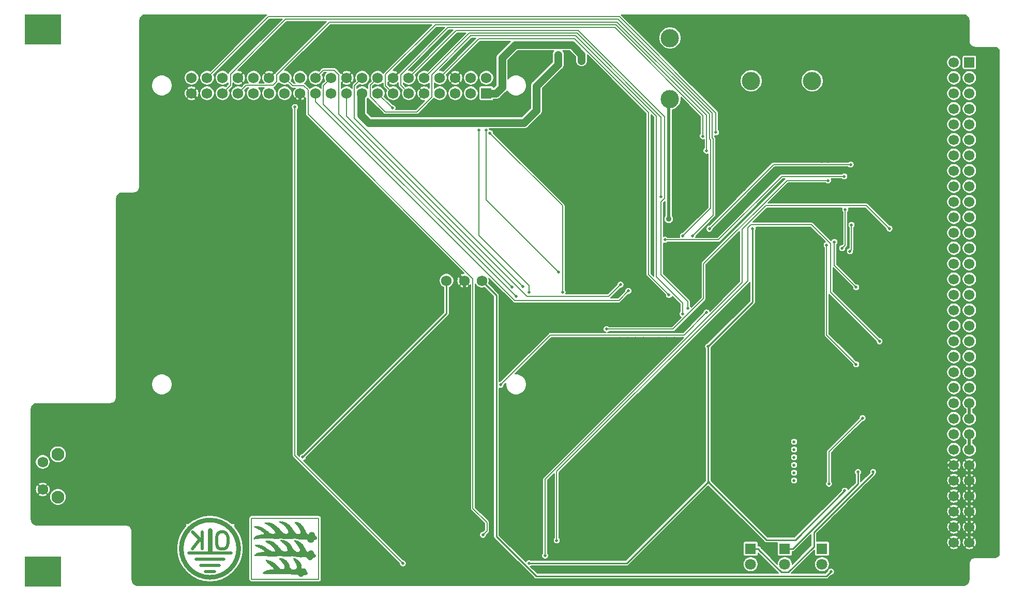
<source format=gbl>
G04 #@! TF.GenerationSoftware,KiCad,Pcbnew,(5.1.5)-3*
G04 #@! TF.CreationDate,2020-06-07T12:27:59+08:00*
G04 #@! TF.ProjectId,HEMAC_MCU,48454d41-435f-44d4-9355-2e6b69636164,rev?*
G04 #@! TF.SameCoordinates,Original*
G04 #@! TF.FileFunction,Copper,L2,Bot*
G04 #@! TF.FilePolarity,Positive*
%FSLAX46Y46*%
G04 Gerber Fmt 4.6, Leading zero omitted, Abs format (unit mm)*
G04 Created by KiCad (PCBNEW (5.1.5)-3) date 2020-06-07 12:27:59*
%MOMM*%
%LPD*%
G04 APERTURE LIST*
%ADD10C,0.500000*%
%ADD11C,0.200000*%
%ADD12C,0.010000*%
%ADD13C,0.800000*%
%ADD14C,1.700000*%
%ADD15R,1.700000X1.700000*%
%ADD16R,6.000000X5.000000*%
%ADD17R,1.800000X1.800000*%
%ADD18C,1.800000*%
%ADD19C,1.750000*%
%ADD20R,1.750000X1.750000*%
%ADD21C,3.000000*%
%ADD22C,2.100000*%
%ADD23C,0.500000*%
%ADD24C,0.900000*%
%ADD25C,0.508000*%
%ADD26C,0.152400*%
%ADD27C,0.254000*%
%ADD28C,1.270000*%
G04 APERTURE END LIST*
D10*
X94110333Y-140782666D02*
X94110333Y-137982666D01*
X92510333Y-140782666D02*
X93710333Y-139182666D01*
X92510333Y-137982666D02*
X94110333Y-139582666D01*
X97643666Y-137982666D02*
X97110333Y-137982666D01*
X96843666Y-138116000D01*
X96577000Y-138382666D01*
X96443666Y-138916000D01*
X96443666Y-139849333D01*
X96577000Y-140382666D01*
X96843666Y-140649333D01*
X97110333Y-140782666D01*
X97643666Y-140782666D01*
X97910333Y-140649333D01*
X98177000Y-140382666D01*
X98310333Y-139849333D01*
X98310333Y-138916000D01*
X98177000Y-138382666D01*
X97910333Y-138116000D01*
X97643666Y-137982666D01*
D11*
X113196000Y-145716000D02*
X102196000Y-145716000D01*
X113196000Y-145716000D02*
X113196000Y-135716000D01*
X102196000Y-135716000D02*
X102196000Y-145716000D01*
X113196000Y-135716000D02*
X102196000Y-135716000D01*
D12*
G36*
X106789040Y-136217550D02*
G01*
X106733327Y-136230323D01*
X106692125Y-136251906D01*
X106678374Y-136279198D01*
X106692927Y-136313162D01*
X106736640Y-136354759D01*
X106810368Y-136404951D01*
X106914965Y-136464699D01*
X106965382Y-136491356D01*
X107056419Y-136541789D01*
X107154288Y-136601081D01*
X107244869Y-136660459D01*
X107293405Y-136695138D01*
X107429602Y-136806306D01*
X107569949Y-136937016D01*
X107708416Y-137080531D01*
X107838971Y-137230116D01*
X107955586Y-137379034D01*
X108052231Y-137520550D01*
X108091004Y-137586111D01*
X108159508Y-137727032D01*
X108201535Y-137854574D01*
X108217124Y-137967251D01*
X108206311Y-138063576D01*
X108169135Y-138142064D01*
X108105633Y-138201227D01*
X108074918Y-138218186D01*
X107995866Y-138244606D01*
X107894794Y-138262033D01*
X107782608Y-138269410D01*
X107670213Y-138265676D01*
X107630879Y-138261284D01*
X107544017Y-138245484D01*
X107463289Y-138221221D01*
X107385388Y-138185969D01*
X107307005Y-138137206D01*
X107224834Y-138072407D01*
X107135567Y-137989050D01*
X107035897Y-137884609D01*
X106922517Y-137756562D01*
X106835741Y-137654530D01*
X106613933Y-137402006D01*
X106398910Y-137181003D01*
X106188802Y-136990297D01*
X105981741Y-136828667D01*
X105775858Y-136694890D01*
X105569282Y-136587744D01*
X105360145Y-136506007D01*
X105146578Y-136448456D01*
X104940745Y-136415389D01*
X104837704Y-136408420D01*
X104724877Y-136408283D01*
X104611216Y-136414299D01*
X104505673Y-136425789D01*
X104417201Y-136442074D01*
X104361825Y-136459299D01*
X104300866Y-136485062D01*
X104351666Y-136526112D01*
X104389123Y-136550514D01*
X104448335Y-136582594D01*
X104519674Y-136617312D01*
X104563333Y-136636897D01*
X104702041Y-136699865D01*
X104820395Y-136760853D01*
X104930675Y-136826939D01*
X105045161Y-136905198D01*
X105105151Y-136949118D01*
X105256134Y-137067132D01*
X105401535Y-137191598D01*
X105539146Y-137319837D01*
X105666759Y-137449169D01*
X105782166Y-137576915D01*
X105883159Y-137700395D01*
X105967529Y-137816930D01*
X106033070Y-137923840D01*
X106077572Y-138018446D01*
X106098828Y-138098069D01*
X106096828Y-138152530D01*
X106080647Y-138183892D01*
X106047102Y-138208891D01*
X105992364Y-138228791D01*
X105912605Y-138244852D01*
X105803995Y-138258338D01*
X105764292Y-138262155D01*
X105581773Y-138271057D01*
X105427517Y-138261827D01*
X105301158Y-138234426D01*
X105235766Y-138207844D01*
X105198330Y-138187917D01*
X105158372Y-138164062D01*
X105112655Y-138133900D01*
X105057947Y-138095052D01*
X104991012Y-138045140D01*
X104908616Y-137981784D01*
X104807525Y-137902606D01*
X104684504Y-137805228D01*
X104637251Y-137767665D01*
X104457833Y-137626481D01*
X104299966Y-137506169D01*
X104160117Y-137404847D01*
X104034753Y-137320635D01*
X103920339Y-137251652D01*
X103813343Y-137196016D01*
X103710230Y-137151847D01*
X103607468Y-137117262D01*
X103501521Y-137090382D01*
X103388858Y-137069325D01*
X103301800Y-137056740D01*
X103224527Y-137048813D01*
X103130838Y-137042562D01*
X103027929Y-137038098D01*
X102922997Y-137035532D01*
X102823238Y-137034976D01*
X102735848Y-137036541D01*
X102668023Y-137040339D01*
X102627601Y-137046299D01*
X102589484Y-137066240D01*
X102582484Y-137095149D01*
X102605385Y-137131913D01*
X102656969Y-137175422D01*
X102736021Y-137224564D01*
X102841326Y-137278228D01*
X102920273Y-137313718D01*
X103166539Y-137425294D01*
X103383114Y-137535688D01*
X103573975Y-137647370D01*
X103743097Y-137762814D01*
X103894460Y-137884491D01*
X104006343Y-137988888D01*
X104083480Y-138069742D01*
X104149084Y-138146378D01*
X104199636Y-138214112D01*
X104231612Y-138268262D01*
X104241600Y-138301730D01*
X104234258Y-138313122D01*
X104210303Y-138325158D01*
X104166843Y-138338525D01*
X104100986Y-138353910D01*
X104009841Y-138371997D01*
X103890515Y-138393474D01*
X103764042Y-138415028D01*
X103565176Y-138449380D01*
X103396342Y-138481183D01*
X103253914Y-138511636D01*
X103134264Y-138541938D01*
X103033766Y-138573288D01*
X102948794Y-138606886D01*
X102875720Y-138643932D01*
X102810918Y-138685624D01*
X102750762Y-138733163D01*
X102720637Y-138760106D01*
X102656333Y-138827239D01*
X102601403Y-138898874D01*
X102560231Y-138967933D01*
X102537198Y-139027337D01*
X102534412Y-139060946D01*
X102554318Y-139090690D01*
X102601709Y-139104261D01*
X102674186Y-139101418D01*
X102762414Y-139083727D01*
X102843800Y-139067201D01*
X102955453Y-139051163D01*
X103093771Y-139035828D01*
X103255156Y-139021415D01*
X103436008Y-139008137D01*
X103632727Y-138996212D01*
X103841713Y-138985856D01*
X104059367Y-138977285D01*
X104282090Y-138970715D01*
X104506280Y-138966362D01*
X104728339Y-138964443D01*
X104749600Y-138964394D01*
X104913188Y-138964326D01*
X105048284Y-138964889D01*
X105160260Y-138966322D01*
X105254489Y-138968860D01*
X105336342Y-138972743D01*
X105411193Y-138978206D01*
X105484412Y-138985487D01*
X105561373Y-138994822D01*
X105621667Y-139002887D01*
X105913460Y-139033323D01*
X106188562Y-139042601D01*
X106443217Y-139030677D01*
X106578400Y-139014284D01*
X106825968Y-138989140D01*
X107081740Y-138988335D01*
X107352259Y-139011944D01*
X107442000Y-139024514D01*
X107525684Y-139036643D01*
X107601944Y-139046083D01*
X107676950Y-139053164D01*
X107756877Y-139058214D01*
X107847895Y-139061563D01*
X107956178Y-139063539D01*
X108087898Y-139064472D01*
X108195533Y-139064680D01*
X108343473Y-139064531D01*
X108463036Y-139063674D01*
X108559710Y-139061813D01*
X108638984Y-139058650D01*
X108706344Y-139053887D01*
X108767279Y-139047227D01*
X108827277Y-139038373D01*
X108891824Y-139027027D01*
X108892526Y-139026897D01*
X109004496Y-139007884D01*
X109103608Y-138995749D01*
X109196645Y-138990886D01*
X109290389Y-138993688D01*
X109391624Y-139004546D01*
X109507132Y-139023852D01*
X109643697Y-139052000D01*
X109753400Y-139076702D01*
X109800917Y-139087225D01*
X109845267Y-139095677D01*
X109890847Y-139102289D01*
X109942056Y-139107292D01*
X110003290Y-139110920D01*
X110078948Y-139113403D01*
X110173428Y-139114973D01*
X110291127Y-139115861D01*
X110436444Y-139116301D01*
X110506933Y-139116407D01*
X110664972Y-139116735D01*
X110793041Y-139117405D01*
X110895034Y-139118615D01*
X110974847Y-139120558D01*
X111036376Y-139123430D01*
X111083516Y-139127427D01*
X111120163Y-139132743D01*
X111150212Y-139139575D01*
X111177560Y-139148117D01*
X111183867Y-139150340D01*
X111233905Y-139170457D01*
X111268986Y-139193219D01*
X111295358Y-139226251D01*
X111319271Y-139277173D01*
X111344373Y-139346084D01*
X111397098Y-139450250D01*
X111473983Y-139533865D01*
X111570554Y-139592246D01*
X111585194Y-139598066D01*
X111655809Y-139617730D01*
X111744074Y-139632819D01*
X111837102Y-139642008D01*
X111922005Y-139643975D01*
X111980133Y-139638610D01*
X112088075Y-139613083D01*
X112168220Y-139582510D01*
X112226548Y-139544295D01*
X112249024Y-139521939D01*
X112283004Y-139476436D01*
X112306113Y-139433030D01*
X112310088Y-139420290D01*
X112320909Y-139368078D01*
X112327471Y-139336402D01*
X112347661Y-139289816D01*
X112389831Y-139249992D01*
X112458020Y-139214108D01*
X112548857Y-139181630D01*
X112620156Y-139157514D01*
X112685447Y-139132156D01*
X112732800Y-139110265D01*
X112739829Y-139106259D01*
X112791697Y-139062635D01*
X112833715Y-139005673D01*
X112857784Y-138947551D01*
X112860603Y-138924626D01*
X112847969Y-138866430D01*
X112814564Y-138800659D01*
X112767380Y-138739130D01*
X112731223Y-138705921D01*
X112642043Y-138635103D01*
X112577052Y-138575935D01*
X112531682Y-138522177D01*
X112501365Y-138467591D01*
X112481534Y-138405936D01*
X112470557Y-138349853D01*
X112436769Y-138240655D01*
X112375502Y-138148286D01*
X112289839Y-138074986D01*
X112182865Y-138022997D01*
X112057663Y-137994560D01*
X111974884Y-137989733D01*
X111856810Y-138002074D01*
X111757713Y-138040179D01*
X111675486Y-138105678D01*
X111608018Y-138200197D01*
X111558160Y-138311464D01*
X111534729Y-138366571D01*
X111510950Y-138407905D01*
X111493633Y-138425373D01*
X111458081Y-138423528D01*
X111404747Y-138401581D01*
X111340013Y-138363162D01*
X111270260Y-138311902D01*
X111223162Y-138271512D01*
X111126845Y-138164206D01*
X111037176Y-138024325D01*
X110953953Y-137851545D01*
X110937200Y-137810859D01*
X110834746Y-137577659D01*
X110718592Y-137352692D01*
X110592394Y-137141945D01*
X110459808Y-136951401D01*
X110324491Y-136787047D01*
X110287459Y-136747415D01*
X110220822Y-136679898D01*
X110166204Y-136630350D01*
X110113281Y-136591290D01*
X110051729Y-136555235D01*
X109971225Y-136514703D01*
X109956600Y-136507642D01*
X109776166Y-136428607D01*
X109592666Y-136362598D01*
X109419670Y-136314468D01*
X109410373Y-136312356D01*
X109356059Y-136303689D01*
X109318697Y-136308765D01*
X109294067Y-136321641D01*
X109264859Y-136347875D01*
X109252823Y-136379613D01*
X109259378Y-136419772D01*
X109285945Y-136471266D01*
X109333943Y-136537010D01*
X109404793Y-136619919D01*
X109478423Y-136700077D01*
X109626312Y-136866084D01*
X109752749Y-137027174D01*
X109866082Y-137194514D01*
X109939439Y-137316728D01*
X110030705Y-137487156D01*
X110105802Y-137651372D01*
X110163146Y-137804992D01*
X110201154Y-137943633D01*
X110218244Y-138062909D01*
X110219066Y-138091090D01*
X110212133Y-138151225D01*
X110187804Y-138197863D01*
X110140785Y-138237340D01*
X110065782Y-138275989D01*
X110063799Y-138276868D01*
X109937429Y-138314872D01*
X109801795Y-138323157D01*
X109676940Y-138304366D01*
X109560356Y-138264149D01*
X109446692Y-138202835D01*
X109334031Y-138118545D01*
X109220453Y-138009404D01*
X109104041Y-137873535D01*
X108982876Y-137709059D01*
X108855041Y-137514101D01*
X108832885Y-137478405D01*
X108663128Y-137222345D01*
X108488655Y-136998614D01*
X108307508Y-136805786D01*
X108117727Y-136642433D01*
X107917354Y-136507131D01*
X107704431Y-136398453D01*
X107476997Y-136314973D01*
X107233094Y-136255266D01*
X107127984Y-136237342D01*
X106987305Y-136219476D01*
X106875377Y-136212897D01*
X106789040Y-136217550D01*
G37*
X106789040Y-136217550D02*
X106733327Y-136230323D01*
X106692125Y-136251906D01*
X106678374Y-136279198D01*
X106692927Y-136313162D01*
X106736640Y-136354759D01*
X106810368Y-136404951D01*
X106914965Y-136464699D01*
X106965382Y-136491356D01*
X107056419Y-136541789D01*
X107154288Y-136601081D01*
X107244869Y-136660459D01*
X107293405Y-136695138D01*
X107429602Y-136806306D01*
X107569949Y-136937016D01*
X107708416Y-137080531D01*
X107838971Y-137230116D01*
X107955586Y-137379034D01*
X108052231Y-137520550D01*
X108091004Y-137586111D01*
X108159508Y-137727032D01*
X108201535Y-137854574D01*
X108217124Y-137967251D01*
X108206311Y-138063576D01*
X108169135Y-138142064D01*
X108105633Y-138201227D01*
X108074918Y-138218186D01*
X107995866Y-138244606D01*
X107894794Y-138262033D01*
X107782608Y-138269410D01*
X107670213Y-138265676D01*
X107630879Y-138261284D01*
X107544017Y-138245484D01*
X107463289Y-138221221D01*
X107385388Y-138185969D01*
X107307005Y-138137206D01*
X107224834Y-138072407D01*
X107135567Y-137989050D01*
X107035897Y-137884609D01*
X106922517Y-137756562D01*
X106835741Y-137654530D01*
X106613933Y-137402006D01*
X106398910Y-137181003D01*
X106188802Y-136990297D01*
X105981741Y-136828667D01*
X105775858Y-136694890D01*
X105569282Y-136587744D01*
X105360145Y-136506007D01*
X105146578Y-136448456D01*
X104940745Y-136415389D01*
X104837704Y-136408420D01*
X104724877Y-136408283D01*
X104611216Y-136414299D01*
X104505673Y-136425789D01*
X104417201Y-136442074D01*
X104361825Y-136459299D01*
X104300866Y-136485062D01*
X104351666Y-136526112D01*
X104389123Y-136550514D01*
X104448335Y-136582594D01*
X104519674Y-136617312D01*
X104563333Y-136636897D01*
X104702041Y-136699865D01*
X104820395Y-136760853D01*
X104930675Y-136826939D01*
X105045161Y-136905198D01*
X105105151Y-136949118D01*
X105256134Y-137067132D01*
X105401535Y-137191598D01*
X105539146Y-137319837D01*
X105666759Y-137449169D01*
X105782166Y-137576915D01*
X105883159Y-137700395D01*
X105967529Y-137816930D01*
X106033070Y-137923840D01*
X106077572Y-138018446D01*
X106098828Y-138098069D01*
X106096828Y-138152530D01*
X106080647Y-138183892D01*
X106047102Y-138208891D01*
X105992364Y-138228791D01*
X105912605Y-138244852D01*
X105803995Y-138258338D01*
X105764292Y-138262155D01*
X105581773Y-138271057D01*
X105427517Y-138261827D01*
X105301158Y-138234426D01*
X105235766Y-138207844D01*
X105198330Y-138187917D01*
X105158372Y-138164062D01*
X105112655Y-138133900D01*
X105057947Y-138095052D01*
X104991012Y-138045140D01*
X104908616Y-137981784D01*
X104807525Y-137902606D01*
X104684504Y-137805228D01*
X104637251Y-137767665D01*
X104457833Y-137626481D01*
X104299966Y-137506169D01*
X104160117Y-137404847D01*
X104034753Y-137320635D01*
X103920339Y-137251652D01*
X103813343Y-137196016D01*
X103710230Y-137151847D01*
X103607468Y-137117262D01*
X103501521Y-137090382D01*
X103388858Y-137069325D01*
X103301800Y-137056740D01*
X103224527Y-137048813D01*
X103130838Y-137042562D01*
X103027929Y-137038098D01*
X102922997Y-137035532D01*
X102823238Y-137034976D01*
X102735848Y-137036541D01*
X102668023Y-137040339D01*
X102627601Y-137046299D01*
X102589484Y-137066240D01*
X102582484Y-137095149D01*
X102605385Y-137131913D01*
X102656969Y-137175422D01*
X102736021Y-137224564D01*
X102841326Y-137278228D01*
X102920273Y-137313718D01*
X103166539Y-137425294D01*
X103383114Y-137535688D01*
X103573975Y-137647370D01*
X103743097Y-137762814D01*
X103894460Y-137884491D01*
X104006343Y-137988888D01*
X104083480Y-138069742D01*
X104149084Y-138146378D01*
X104199636Y-138214112D01*
X104231612Y-138268262D01*
X104241600Y-138301730D01*
X104234258Y-138313122D01*
X104210303Y-138325158D01*
X104166843Y-138338525D01*
X104100986Y-138353910D01*
X104009841Y-138371997D01*
X103890515Y-138393474D01*
X103764042Y-138415028D01*
X103565176Y-138449380D01*
X103396342Y-138481183D01*
X103253914Y-138511636D01*
X103134264Y-138541938D01*
X103033766Y-138573288D01*
X102948794Y-138606886D01*
X102875720Y-138643932D01*
X102810918Y-138685624D01*
X102750762Y-138733163D01*
X102720637Y-138760106D01*
X102656333Y-138827239D01*
X102601403Y-138898874D01*
X102560231Y-138967933D01*
X102537198Y-139027337D01*
X102534412Y-139060946D01*
X102554318Y-139090690D01*
X102601709Y-139104261D01*
X102674186Y-139101418D01*
X102762414Y-139083727D01*
X102843800Y-139067201D01*
X102955453Y-139051163D01*
X103093771Y-139035828D01*
X103255156Y-139021415D01*
X103436008Y-139008137D01*
X103632727Y-138996212D01*
X103841713Y-138985856D01*
X104059367Y-138977285D01*
X104282090Y-138970715D01*
X104506280Y-138966362D01*
X104728339Y-138964443D01*
X104749600Y-138964394D01*
X104913188Y-138964326D01*
X105048284Y-138964889D01*
X105160260Y-138966322D01*
X105254489Y-138968860D01*
X105336342Y-138972743D01*
X105411193Y-138978206D01*
X105484412Y-138985487D01*
X105561373Y-138994822D01*
X105621667Y-139002887D01*
X105913460Y-139033323D01*
X106188562Y-139042601D01*
X106443217Y-139030677D01*
X106578400Y-139014284D01*
X106825968Y-138989140D01*
X107081740Y-138988335D01*
X107352259Y-139011944D01*
X107442000Y-139024514D01*
X107525684Y-139036643D01*
X107601944Y-139046083D01*
X107676950Y-139053164D01*
X107756877Y-139058214D01*
X107847895Y-139061563D01*
X107956178Y-139063539D01*
X108087898Y-139064472D01*
X108195533Y-139064680D01*
X108343473Y-139064531D01*
X108463036Y-139063674D01*
X108559710Y-139061813D01*
X108638984Y-139058650D01*
X108706344Y-139053887D01*
X108767279Y-139047227D01*
X108827277Y-139038373D01*
X108891824Y-139027027D01*
X108892526Y-139026897D01*
X109004496Y-139007884D01*
X109103608Y-138995749D01*
X109196645Y-138990886D01*
X109290389Y-138993688D01*
X109391624Y-139004546D01*
X109507132Y-139023852D01*
X109643697Y-139052000D01*
X109753400Y-139076702D01*
X109800917Y-139087225D01*
X109845267Y-139095677D01*
X109890847Y-139102289D01*
X109942056Y-139107292D01*
X110003290Y-139110920D01*
X110078948Y-139113403D01*
X110173428Y-139114973D01*
X110291127Y-139115861D01*
X110436444Y-139116301D01*
X110506933Y-139116407D01*
X110664972Y-139116735D01*
X110793041Y-139117405D01*
X110895034Y-139118615D01*
X110974847Y-139120558D01*
X111036376Y-139123430D01*
X111083516Y-139127427D01*
X111120163Y-139132743D01*
X111150212Y-139139575D01*
X111177560Y-139148117D01*
X111183867Y-139150340D01*
X111233905Y-139170457D01*
X111268986Y-139193219D01*
X111295358Y-139226251D01*
X111319271Y-139277173D01*
X111344373Y-139346084D01*
X111397098Y-139450250D01*
X111473983Y-139533865D01*
X111570554Y-139592246D01*
X111585194Y-139598066D01*
X111655809Y-139617730D01*
X111744074Y-139632819D01*
X111837102Y-139642008D01*
X111922005Y-139643975D01*
X111980133Y-139638610D01*
X112088075Y-139613083D01*
X112168220Y-139582510D01*
X112226548Y-139544295D01*
X112249024Y-139521939D01*
X112283004Y-139476436D01*
X112306113Y-139433030D01*
X112310088Y-139420290D01*
X112320909Y-139368078D01*
X112327471Y-139336402D01*
X112347661Y-139289816D01*
X112389831Y-139249992D01*
X112458020Y-139214108D01*
X112548857Y-139181630D01*
X112620156Y-139157514D01*
X112685447Y-139132156D01*
X112732800Y-139110265D01*
X112739829Y-139106259D01*
X112791697Y-139062635D01*
X112833715Y-139005673D01*
X112857784Y-138947551D01*
X112860603Y-138924626D01*
X112847969Y-138866430D01*
X112814564Y-138800659D01*
X112767380Y-138739130D01*
X112731223Y-138705921D01*
X112642043Y-138635103D01*
X112577052Y-138575935D01*
X112531682Y-138522177D01*
X112501365Y-138467591D01*
X112481534Y-138405936D01*
X112470557Y-138349853D01*
X112436769Y-138240655D01*
X112375502Y-138148286D01*
X112289839Y-138074986D01*
X112182865Y-138022997D01*
X112057663Y-137994560D01*
X111974884Y-137989733D01*
X111856810Y-138002074D01*
X111757713Y-138040179D01*
X111675486Y-138105678D01*
X111608018Y-138200197D01*
X111558160Y-138311464D01*
X111534729Y-138366571D01*
X111510950Y-138407905D01*
X111493633Y-138425373D01*
X111458081Y-138423528D01*
X111404747Y-138401581D01*
X111340013Y-138363162D01*
X111270260Y-138311902D01*
X111223162Y-138271512D01*
X111126845Y-138164206D01*
X111037176Y-138024325D01*
X110953953Y-137851545D01*
X110937200Y-137810859D01*
X110834746Y-137577659D01*
X110718592Y-137352692D01*
X110592394Y-137141945D01*
X110459808Y-136951401D01*
X110324491Y-136787047D01*
X110287459Y-136747415D01*
X110220822Y-136679898D01*
X110166204Y-136630350D01*
X110113281Y-136591290D01*
X110051729Y-136555235D01*
X109971225Y-136514703D01*
X109956600Y-136507642D01*
X109776166Y-136428607D01*
X109592666Y-136362598D01*
X109419670Y-136314468D01*
X109410373Y-136312356D01*
X109356059Y-136303689D01*
X109318697Y-136308765D01*
X109294067Y-136321641D01*
X109264859Y-136347875D01*
X109252823Y-136379613D01*
X109259378Y-136419772D01*
X109285945Y-136471266D01*
X109333943Y-136537010D01*
X109404793Y-136619919D01*
X109478423Y-136700077D01*
X109626312Y-136866084D01*
X109752749Y-137027174D01*
X109866082Y-137194514D01*
X109939439Y-137316728D01*
X110030705Y-137487156D01*
X110105802Y-137651372D01*
X110163146Y-137804992D01*
X110201154Y-137943633D01*
X110218244Y-138062909D01*
X110219066Y-138091090D01*
X110212133Y-138151225D01*
X110187804Y-138197863D01*
X110140785Y-138237340D01*
X110065782Y-138275989D01*
X110063799Y-138276868D01*
X109937429Y-138314872D01*
X109801795Y-138323157D01*
X109676940Y-138304366D01*
X109560356Y-138264149D01*
X109446692Y-138202835D01*
X109334031Y-138118545D01*
X109220453Y-138009404D01*
X109104041Y-137873535D01*
X108982876Y-137709059D01*
X108855041Y-137514101D01*
X108832885Y-137478405D01*
X108663128Y-137222345D01*
X108488655Y-136998614D01*
X108307508Y-136805786D01*
X108117727Y-136642433D01*
X107917354Y-136507131D01*
X107704431Y-136398453D01*
X107476997Y-136314973D01*
X107233094Y-136255266D01*
X107127984Y-136237342D01*
X106987305Y-136219476D01*
X106875377Y-136212897D01*
X106789040Y-136217550D01*
G36*
X107005266Y-139260450D02*
G01*
X106953277Y-139278197D01*
X106938138Y-139287926D01*
X106905742Y-139316664D01*
X106889536Y-139345305D01*
X106891466Y-139376650D01*
X106913478Y-139413500D01*
X106957518Y-139458655D01*
X107025530Y-139514915D01*
X107119460Y-139585081D01*
X107169687Y-139621213D01*
X107393466Y-139795579D01*
X107585500Y-139976290D01*
X107745438Y-140162857D01*
X107872933Y-140354787D01*
X107967636Y-140551590D01*
X108029199Y-140752773D01*
X108048121Y-140859871D01*
X108055936Y-140944930D01*
X108050659Y-141008198D01*
X108028147Y-141054888D01*
X107984263Y-141090213D01*
X107914865Y-141119385D01*
X107820556Y-141146401D01*
X107701032Y-141167511D01*
X107576679Y-141172708D01*
X107459488Y-141162193D01*
X107368199Y-141138777D01*
X107283198Y-141101837D01*
X107197687Y-141053525D01*
X107109015Y-140991492D01*
X107014532Y-140913388D01*
X106911589Y-140816862D01*
X106797535Y-140699565D01*
X106669721Y-140559146D01*
X106525497Y-140393255D01*
X106519130Y-140385800D01*
X106353484Y-140195809D01*
X106202401Y-140032253D01*
X106062446Y-139892880D01*
X105930186Y-139775438D01*
X105802185Y-139677672D01*
X105675009Y-139597331D01*
X105545225Y-139532160D01*
X105409397Y-139479908D01*
X105264091Y-139438321D01*
X105105873Y-139405146D01*
X104997213Y-139387431D01*
X104877062Y-139372600D01*
X104763661Y-139364216D01*
X104663369Y-139362367D01*
X104582550Y-139367137D01*
X104527565Y-139378615D01*
X104521797Y-139380985D01*
X104485167Y-139410900D01*
X104479880Y-139452317D01*
X104505774Y-139504305D01*
X104551899Y-139555841D01*
X104591889Y-139589397D01*
X104653809Y-139635598D01*
X104730663Y-139689477D01*
X104815452Y-139746065D01*
X104860932Y-139775276D01*
X105087132Y-139924220D01*
X105283950Y-140066681D01*
X105454544Y-140205570D01*
X105602071Y-140343794D01*
X105729689Y-140484263D01*
X105840554Y-140629886D01*
X105917071Y-140748321D01*
X105982224Y-140869964D01*
X106019810Y-140972306D01*
X106029902Y-141055610D01*
X106019038Y-141106824D01*
X105988925Y-141153684D01*
X105941245Y-141184667D01*
X105871055Y-141201790D01*
X105773410Y-141207067D01*
X105773118Y-141207067D01*
X105666605Y-141201499D01*
X105559792Y-141183789D01*
X105449552Y-141152427D01*
X105332760Y-141105904D01*
X105206291Y-141042710D01*
X105067019Y-140961335D01*
X104911818Y-140860270D01*
X104737562Y-140738006D01*
X104613041Y-140646779D01*
X104451761Y-140529220D01*
X104310895Y-140431818D01*
X104185753Y-140351999D01*
X104071645Y-140287187D01*
X103963881Y-140234807D01*
X103857772Y-140192285D01*
X103748628Y-140157046D01*
X103693486Y-140141883D01*
X103585467Y-140117045D01*
X103465852Y-140095347D01*
X103340227Y-140077234D01*
X103214179Y-140063147D01*
X103093295Y-140053529D01*
X102983163Y-140048823D01*
X102889369Y-140049473D01*
X102817500Y-140055921D01*
X102773143Y-140068609D01*
X102772633Y-140068896D01*
X102742587Y-140093659D01*
X102739024Y-140122096D01*
X102762983Y-140159008D01*
X102799987Y-140195460D01*
X102864234Y-140246136D01*
X102948702Y-140299555D01*
X103056745Y-140357563D01*
X103191719Y-140422004D01*
X103297564Y-140469121D01*
X103432652Y-140528832D01*
X103544034Y-140580409D01*
X103639617Y-140627870D01*
X103727306Y-140675233D01*
X103815006Y-140726516D01*
X103867959Y-140758997D01*
X103987923Y-140838550D01*
X104092243Y-140917668D01*
X104177874Y-140993429D01*
X104241772Y-141062909D01*
X104280891Y-141123186D01*
X104292400Y-141166367D01*
X104290865Y-141182186D01*
X104284258Y-141195850D01*
X104269575Y-141208011D01*
X104243810Y-141219323D01*
X104203961Y-141230439D01*
X104147022Y-141242013D01*
X104069989Y-141254697D01*
X103969858Y-141269146D01*
X103843624Y-141286012D01*
X103688284Y-141305950D01*
X103598133Y-141317353D01*
X103377993Y-141351120D01*
X103189687Y-141393087D01*
X103032070Y-141443750D01*
X102903999Y-141503602D01*
X102804329Y-141573137D01*
X102731917Y-141652848D01*
X102701889Y-141704075D01*
X102678347Y-141768836D01*
X102680194Y-141815287D01*
X102708471Y-141844083D01*
X102764222Y-141855878D01*
X102848489Y-141851329D01*
X102918267Y-141840066D01*
X102967496Y-141831678D01*
X103018566Y-141825425D01*
X103076430Y-141821174D01*
X103146041Y-141818792D01*
X103232352Y-141818146D01*
X103340314Y-141819101D01*
X103474880Y-141821525D01*
X103547333Y-141823101D01*
X104025704Y-141838463D01*
X104530236Y-141863601D01*
X105063400Y-141898648D01*
X105337720Y-141919628D01*
X105507543Y-141932335D01*
X105651119Y-141940618D01*
X105775823Y-141944114D01*
X105889030Y-141942462D01*
X105998114Y-141935302D01*
X106110451Y-141922272D01*
X106233416Y-141903011D01*
X106374383Y-141877158D01*
X106431507Y-141866060D01*
X106536894Y-141845659D01*
X106616363Y-141831459D01*
X106677169Y-141822858D01*
X106726571Y-141819253D01*
X106771825Y-141820044D01*
X106820188Y-141824628D01*
X106863307Y-141830253D01*
X106954207Y-141844279D01*
X107057280Y-141862558D01*
X107151780Y-141881390D01*
X107160871Y-141883360D01*
X107329670Y-141912870D01*
X107523113Y-141933956D01*
X107733001Y-141946463D01*
X107951136Y-141950238D01*
X108169319Y-141945126D01*
X108379353Y-141930973D01*
X108559600Y-141909648D01*
X108658758Y-141896731D01*
X108752373Y-141888930D01*
X108845382Y-141886686D01*
X108942724Y-141890440D01*
X109049337Y-141900633D01*
X109170157Y-141917706D01*
X109310124Y-141942100D01*
X109474175Y-141974255D01*
X109617933Y-142004141D01*
X109903615Y-142051197D01*
X110181616Y-142068966D01*
X110460597Y-142057826D01*
X110572637Y-142045586D01*
X110721114Y-142028858D01*
X110851559Y-142018707D01*
X110960499Y-142015211D01*
X111044458Y-142018445D01*
X111099962Y-142028487D01*
X111112100Y-142033667D01*
X111144375Y-142065779D01*
X111160043Y-142100789D01*
X111196120Y-142199662D01*
X111260021Y-142288487D01*
X111353613Y-142369220D01*
X111478761Y-142443817D01*
X111495082Y-142452003D01*
X111622965Y-142502275D01*
X111738928Y-142521068D01*
X111842775Y-142508352D01*
X111853133Y-142505133D01*
X111976860Y-142449568D01*
X112076564Y-142371376D01*
X112155767Y-142267637D01*
X112170310Y-142241988D01*
X112189766Y-142213279D01*
X112217916Y-142188169D01*
X112260493Y-142163401D01*
X112323231Y-142135714D01*
X112411864Y-142101850D01*
X112425986Y-142096679D01*
X112488564Y-142066024D01*
X112548309Y-142024591D01*
X112565686Y-142008919D01*
X112602888Y-141966038D01*
X112619754Y-141925582D01*
X112623600Y-141873134D01*
X112615249Y-141803082D01*
X112587483Y-141740208D01*
X112536228Y-141678058D01*
X112457909Y-141610563D01*
X112377217Y-141536705D01*
X112326974Y-141462164D01*
X112304077Y-141381630D01*
X112301866Y-141343367D01*
X112295883Y-141285596D01*
X112281149Y-141233749D01*
X112277767Y-141226514D01*
X112239489Y-141172955D01*
X112180939Y-141113796D01*
X112112422Y-141057990D01*
X112044244Y-141014493D01*
X112020550Y-141003045D01*
X111921411Y-140974131D01*
X111825071Y-140975041D01*
X111728332Y-141006599D01*
X111627997Y-141069627D01*
X111568599Y-141119382D01*
X111517445Y-141163965D01*
X111471442Y-141201043D01*
X111440021Y-141223036D01*
X111438607Y-141223818D01*
X111391213Y-141233295D01*
X111329399Y-141217474D01*
X111251110Y-141175594D01*
X111185374Y-141130345D01*
X111101110Y-141057061D01*
X111019762Y-140962479D01*
X110939682Y-140843984D01*
X110859226Y-140698962D01*
X110776748Y-140524797D01*
X110718959Y-140389091D01*
X110624320Y-140202390D01*
X110498500Y-140025934D01*
X110343023Y-139861176D01*
X110159412Y-139709566D01*
X109949192Y-139572555D01*
X109754319Y-139470360D01*
X109599361Y-139401574D01*
X109465723Y-139351921D01*
X109354629Y-139321684D01*
X109267305Y-139311146D01*
X109204973Y-139320592D01*
X109178876Y-139337143D01*
X109161958Y-139359063D01*
X109155239Y-139383928D01*
X109160540Y-139414625D01*
X109179687Y-139454038D01*
X109214500Y-139505053D01*
X109266804Y-139570557D01*
X109338421Y-139653434D01*
X109431174Y-139756572D01*
X109472271Y-139801600D01*
X109607565Y-139953710D01*
X109719991Y-140090062D01*
X109813334Y-140215791D01*
X109891381Y-140336034D01*
X109957916Y-140455927D01*
X109965273Y-140470467D01*
X110037879Y-140635191D01*
X110082143Y-140782766D01*
X110098082Y-140912920D01*
X110085714Y-141025380D01*
X110045058Y-141119873D01*
X109976132Y-141196127D01*
X109914266Y-141236813D01*
X109871758Y-141257237D01*
X109831850Y-141268745D01*
X109783352Y-141273081D01*
X109715068Y-141271987D01*
X109694133Y-141271094D01*
X109612761Y-141265246D01*
X109549222Y-141253703D01*
X109487524Y-141232450D01*
X109423200Y-141203083D01*
X109263124Y-141109759D01*
X109117572Y-140991090D01*
X108984831Y-140845181D01*
X108863188Y-140670138D01*
X108750930Y-140464067D01*
X108746369Y-140454651D01*
X108638660Y-140251123D01*
X108521212Y-140070259D01*
X108386388Y-139900924D01*
X108306598Y-139813435D01*
X108208681Y-139716527D01*
X108112094Y-139635432D01*
X108010070Y-139566125D01*
X107895842Y-139504580D01*
X107762644Y-139446775D01*
X107603710Y-139388683D01*
X107577466Y-139379775D01*
X107412816Y-139326937D01*
X107275844Y-139288955D01*
X107163976Y-139265460D01*
X107074642Y-139256082D01*
X107005266Y-139260450D01*
G37*
X107005266Y-139260450D02*
X106953277Y-139278197D01*
X106938138Y-139287926D01*
X106905742Y-139316664D01*
X106889536Y-139345305D01*
X106891466Y-139376650D01*
X106913478Y-139413500D01*
X106957518Y-139458655D01*
X107025530Y-139514915D01*
X107119460Y-139585081D01*
X107169687Y-139621213D01*
X107393466Y-139795579D01*
X107585500Y-139976290D01*
X107745438Y-140162857D01*
X107872933Y-140354787D01*
X107967636Y-140551590D01*
X108029199Y-140752773D01*
X108048121Y-140859871D01*
X108055936Y-140944930D01*
X108050659Y-141008198D01*
X108028147Y-141054888D01*
X107984263Y-141090213D01*
X107914865Y-141119385D01*
X107820556Y-141146401D01*
X107701032Y-141167511D01*
X107576679Y-141172708D01*
X107459488Y-141162193D01*
X107368199Y-141138777D01*
X107283198Y-141101837D01*
X107197687Y-141053525D01*
X107109015Y-140991492D01*
X107014532Y-140913388D01*
X106911589Y-140816862D01*
X106797535Y-140699565D01*
X106669721Y-140559146D01*
X106525497Y-140393255D01*
X106519130Y-140385800D01*
X106353484Y-140195809D01*
X106202401Y-140032253D01*
X106062446Y-139892880D01*
X105930186Y-139775438D01*
X105802185Y-139677672D01*
X105675009Y-139597331D01*
X105545225Y-139532160D01*
X105409397Y-139479908D01*
X105264091Y-139438321D01*
X105105873Y-139405146D01*
X104997213Y-139387431D01*
X104877062Y-139372600D01*
X104763661Y-139364216D01*
X104663369Y-139362367D01*
X104582550Y-139367137D01*
X104527565Y-139378615D01*
X104521797Y-139380985D01*
X104485167Y-139410900D01*
X104479880Y-139452317D01*
X104505774Y-139504305D01*
X104551899Y-139555841D01*
X104591889Y-139589397D01*
X104653809Y-139635598D01*
X104730663Y-139689477D01*
X104815452Y-139746065D01*
X104860932Y-139775276D01*
X105087132Y-139924220D01*
X105283950Y-140066681D01*
X105454544Y-140205570D01*
X105602071Y-140343794D01*
X105729689Y-140484263D01*
X105840554Y-140629886D01*
X105917071Y-140748321D01*
X105982224Y-140869964D01*
X106019810Y-140972306D01*
X106029902Y-141055610D01*
X106019038Y-141106824D01*
X105988925Y-141153684D01*
X105941245Y-141184667D01*
X105871055Y-141201790D01*
X105773410Y-141207067D01*
X105773118Y-141207067D01*
X105666605Y-141201499D01*
X105559792Y-141183789D01*
X105449552Y-141152427D01*
X105332760Y-141105904D01*
X105206291Y-141042710D01*
X105067019Y-140961335D01*
X104911818Y-140860270D01*
X104737562Y-140738006D01*
X104613041Y-140646779D01*
X104451761Y-140529220D01*
X104310895Y-140431818D01*
X104185753Y-140351999D01*
X104071645Y-140287187D01*
X103963881Y-140234807D01*
X103857772Y-140192285D01*
X103748628Y-140157046D01*
X103693486Y-140141883D01*
X103585467Y-140117045D01*
X103465852Y-140095347D01*
X103340227Y-140077234D01*
X103214179Y-140063147D01*
X103093295Y-140053529D01*
X102983163Y-140048823D01*
X102889369Y-140049473D01*
X102817500Y-140055921D01*
X102773143Y-140068609D01*
X102772633Y-140068896D01*
X102742587Y-140093659D01*
X102739024Y-140122096D01*
X102762983Y-140159008D01*
X102799987Y-140195460D01*
X102864234Y-140246136D01*
X102948702Y-140299555D01*
X103056745Y-140357563D01*
X103191719Y-140422004D01*
X103297564Y-140469121D01*
X103432652Y-140528832D01*
X103544034Y-140580409D01*
X103639617Y-140627870D01*
X103727306Y-140675233D01*
X103815006Y-140726516D01*
X103867959Y-140758997D01*
X103987923Y-140838550D01*
X104092243Y-140917668D01*
X104177874Y-140993429D01*
X104241772Y-141062909D01*
X104280891Y-141123186D01*
X104292400Y-141166367D01*
X104290865Y-141182186D01*
X104284258Y-141195850D01*
X104269575Y-141208011D01*
X104243810Y-141219323D01*
X104203961Y-141230439D01*
X104147022Y-141242013D01*
X104069989Y-141254697D01*
X103969858Y-141269146D01*
X103843624Y-141286012D01*
X103688284Y-141305950D01*
X103598133Y-141317353D01*
X103377993Y-141351120D01*
X103189687Y-141393087D01*
X103032070Y-141443750D01*
X102903999Y-141503602D01*
X102804329Y-141573137D01*
X102731917Y-141652848D01*
X102701889Y-141704075D01*
X102678347Y-141768836D01*
X102680194Y-141815287D01*
X102708471Y-141844083D01*
X102764222Y-141855878D01*
X102848489Y-141851329D01*
X102918267Y-141840066D01*
X102967496Y-141831678D01*
X103018566Y-141825425D01*
X103076430Y-141821174D01*
X103146041Y-141818792D01*
X103232352Y-141818146D01*
X103340314Y-141819101D01*
X103474880Y-141821525D01*
X103547333Y-141823101D01*
X104025704Y-141838463D01*
X104530236Y-141863601D01*
X105063400Y-141898648D01*
X105337720Y-141919628D01*
X105507543Y-141932335D01*
X105651119Y-141940618D01*
X105775823Y-141944114D01*
X105889030Y-141942462D01*
X105998114Y-141935302D01*
X106110451Y-141922272D01*
X106233416Y-141903011D01*
X106374383Y-141877158D01*
X106431507Y-141866060D01*
X106536894Y-141845659D01*
X106616363Y-141831459D01*
X106677169Y-141822858D01*
X106726571Y-141819253D01*
X106771825Y-141820044D01*
X106820188Y-141824628D01*
X106863307Y-141830253D01*
X106954207Y-141844279D01*
X107057280Y-141862558D01*
X107151780Y-141881390D01*
X107160871Y-141883360D01*
X107329670Y-141912870D01*
X107523113Y-141933956D01*
X107733001Y-141946463D01*
X107951136Y-141950238D01*
X108169319Y-141945126D01*
X108379353Y-141930973D01*
X108559600Y-141909648D01*
X108658758Y-141896731D01*
X108752373Y-141888930D01*
X108845382Y-141886686D01*
X108942724Y-141890440D01*
X109049337Y-141900633D01*
X109170157Y-141917706D01*
X109310124Y-141942100D01*
X109474175Y-141974255D01*
X109617933Y-142004141D01*
X109903615Y-142051197D01*
X110181616Y-142068966D01*
X110460597Y-142057826D01*
X110572637Y-142045586D01*
X110721114Y-142028858D01*
X110851559Y-142018707D01*
X110960499Y-142015211D01*
X111044458Y-142018445D01*
X111099962Y-142028487D01*
X111112100Y-142033667D01*
X111144375Y-142065779D01*
X111160043Y-142100789D01*
X111196120Y-142199662D01*
X111260021Y-142288487D01*
X111353613Y-142369220D01*
X111478761Y-142443817D01*
X111495082Y-142452003D01*
X111622965Y-142502275D01*
X111738928Y-142521068D01*
X111842775Y-142508352D01*
X111853133Y-142505133D01*
X111976860Y-142449568D01*
X112076564Y-142371376D01*
X112155767Y-142267637D01*
X112170310Y-142241988D01*
X112189766Y-142213279D01*
X112217916Y-142188169D01*
X112260493Y-142163401D01*
X112323231Y-142135714D01*
X112411864Y-142101850D01*
X112425986Y-142096679D01*
X112488564Y-142066024D01*
X112548309Y-142024591D01*
X112565686Y-142008919D01*
X112602888Y-141966038D01*
X112619754Y-141925582D01*
X112623600Y-141873134D01*
X112615249Y-141803082D01*
X112587483Y-141740208D01*
X112536228Y-141678058D01*
X112457909Y-141610563D01*
X112377217Y-141536705D01*
X112326974Y-141462164D01*
X112304077Y-141381630D01*
X112301866Y-141343367D01*
X112295883Y-141285596D01*
X112281149Y-141233749D01*
X112277767Y-141226514D01*
X112239489Y-141172955D01*
X112180939Y-141113796D01*
X112112422Y-141057990D01*
X112044244Y-141014493D01*
X112020550Y-141003045D01*
X111921411Y-140974131D01*
X111825071Y-140975041D01*
X111728332Y-141006599D01*
X111627997Y-141069627D01*
X111568599Y-141119382D01*
X111517445Y-141163965D01*
X111471442Y-141201043D01*
X111440021Y-141223036D01*
X111438607Y-141223818D01*
X111391213Y-141233295D01*
X111329399Y-141217474D01*
X111251110Y-141175594D01*
X111185374Y-141130345D01*
X111101110Y-141057061D01*
X111019762Y-140962479D01*
X110939682Y-140843984D01*
X110859226Y-140698962D01*
X110776748Y-140524797D01*
X110718959Y-140389091D01*
X110624320Y-140202390D01*
X110498500Y-140025934D01*
X110343023Y-139861176D01*
X110159412Y-139709566D01*
X109949192Y-139572555D01*
X109754319Y-139470360D01*
X109599361Y-139401574D01*
X109465723Y-139351921D01*
X109354629Y-139321684D01*
X109267305Y-139311146D01*
X109204973Y-139320592D01*
X109178876Y-139337143D01*
X109161958Y-139359063D01*
X109155239Y-139383928D01*
X109160540Y-139414625D01*
X109179687Y-139454038D01*
X109214500Y-139505053D01*
X109266804Y-139570557D01*
X109338421Y-139653434D01*
X109431174Y-139756572D01*
X109472271Y-139801600D01*
X109607565Y-139953710D01*
X109719991Y-140090062D01*
X109813334Y-140215791D01*
X109891381Y-140336034D01*
X109957916Y-140455927D01*
X109965273Y-140470467D01*
X110037879Y-140635191D01*
X110082143Y-140782766D01*
X110098082Y-140912920D01*
X110085714Y-141025380D01*
X110045058Y-141119873D01*
X109976132Y-141196127D01*
X109914266Y-141236813D01*
X109871758Y-141257237D01*
X109831850Y-141268745D01*
X109783352Y-141273081D01*
X109715068Y-141271987D01*
X109694133Y-141271094D01*
X109612761Y-141265246D01*
X109549222Y-141253703D01*
X109487524Y-141232450D01*
X109423200Y-141203083D01*
X109263124Y-141109759D01*
X109117572Y-140991090D01*
X108984831Y-140845181D01*
X108863188Y-140670138D01*
X108750930Y-140464067D01*
X108746369Y-140454651D01*
X108638660Y-140251123D01*
X108521212Y-140070259D01*
X108386388Y-139900924D01*
X108306598Y-139813435D01*
X108208681Y-139716527D01*
X108112094Y-139635432D01*
X108010070Y-139566125D01*
X107895842Y-139504580D01*
X107762644Y-139446775D01*
X107603710Y-139388683D01*
X107577466Y-139379775D01*
X107412816Y-139326937D01*
X107275844Y-139288955D01*
X107163976Y-139265460D01*
X107074642Y-139256082D01*
X107005266Y-139260450D01*
G36*
X106761802Y-142245844D02*
G01*
X106755385Y-142247158D01*
X106710219Y-142272362D01*
X106689633Y-142313711D01*
X106698181Y-142361927D01*
X106698612Y-142362767D01*
X106715859Y-142385508D01*
X106753312Y-142428304D01*
X106807303Y-142487185D01*
X106874165Y-142558186D01*
X106950232Y-142637338D01*
X106992075Y-142680267D01*
X107130913Y-142826151D01*
X107245752Y-142956524D01*
X107339923Y-143075874D01*
X107416757Y-143188691D01*
X107479586Y-143299463D01*
X107526795Y-143400850D01*
X107556250Y-143476084D01*
X107574513Y-143540762D01*
X107584776Y-143609758D01*
X107590161Y-143696267D01*
X107592363Y-143775430D01*
X107590400Y-143830900D01*
X107582882Y-143872738D01*
X107568422Y-143911002D01*
X107557438Y-143933333D01*
X107505603Y-144004573D01*
X107433441Y-144053698D01*
X107338153Y-144082036D01*
X107225178Y-144090906D01*
X107112409Y-144083211D01*
X107003283Y-144057648D01*
X106894965Y-144012338D01*
X106784622Y-143945401D01*
X106669422Y-143854956D01*
X106546531Y-143739125D01*
X106413115Y-143596026D01*
X106324105Y-143493067D01*
X106183467Y-143332804D01*
X106052139Y-143195796D01*
X105931823Y-143083618D01*
X105824219Y-142997848D01*
X105731028Y-142940060D01*
X105723267Y-142936218D01*
X105621900Y-142890459D01*
X105497235Y-142839229D01*
X105356794Y-142785187D01*
X105208102Y-142730989D01*
X105058683Y-142679294D01*
X104916060Y-142632759D01*
X104787758Y-142594043D01*
X104681301Y-142565802D01*
X104662153Y-142561391D01*
X104588944Y-142548517D01*
X104542890Y-142550251D01*
X104519833Y-142568305D01*
X104515613Y-142604390D01*
X104517691Y-142620823D01*
X104535045Y-142677969D01*
X104570689Y-142742531D01*
X104626320Y-142816380D01*
X104703631Y-142901391D01*
X104804319Y-142999437D01*
X104930078Y-143112390D01*
X105071550Y-143232901D01*
X105181588Y-143327643D01*
X105294153Y-143429612D01*
X105404674Y-143534257D01*
X105508574Y-143637021D01*
X105601282Y-143733353D01*
X105678222Y-143818698D01*
X105734821Y-143888501D01*
X105746750Y-143905148D01*
X105779648Y-143960746D01*
X105803805Y-144015776D01*
X105811025Y-144042239D01*
X105813455Y-144072317D01*
X105807330Y-144095801D01*
X105788949Y-144113731D01*
X105754606Y-144127151D01*
X105700600Y-144137102D01*
X105623227Y-144144627D01*
X105518783Y-144150768D01*
X105408277Y-144155584D01*
X105190806Y-144167414D01*
X104999846Y-144184254D01*
X104837447Y-144205858D01*
X104705658Y-144231982D01*
X104655418Y-144245587D01*
X104580307Y-144274555D01*
X104494622Y-144317929D01*
X104403223Y-144372079D01*
X104310965Y-144433378D01*
X104222708Y-144498198D01*
X104143309Y-144562909D01*
X104077626Y-144623885D01*
X104030516Y-144677496D01*
X104006838Y-144720115D01*
X104004989Y-144731391D01*
X104009087Y-144742935D01*
X104025196Y-144751514D01*
X104058374Y-144757995D01*
X104113683Y-144763244D01*
X104196182Y-144768128D01*
X104228900Y-144769743D01*
X104436373Y-144778871D01*
X104673173Y-144787840D01*
X104934760Y-144796554D01*
X105216594Y-144804916D01*
X105514134Y-144812829D01*
X105822841Y-144820196D01*
X106138174Y-144826919D01*
X106455595Y-144832902D01*
X106770562Y-144838048D01*
X107078536Y-144842260D01*
X107374977Y-144845441D01*
X107655345Y-144847494D01*
X107907666Y-144848317D01*
X108238373Y-144849230D01*
X108535927Y-144851348D01*
X108800243Y-144854667D01*
X109031237Y-144859185D01*
X109228827Y-144864900D01*
X109392927Y-144871808D01*
X109523454Y-144879907D01*
X109620323Y-144889195D01*
X109683452Y-144899668D01*
X109693919Y-144902462D01*
X109728617Y-144913950D01*
X109755408Y-144927910D01*
X109779824Y-144950100D01*
X109807401Y-144986279D01*
X109843675Y-145042205D01*
X109871933Y-145087663D01*
X109908898Y-145136696D01*
X109953537Y-145171478D01*
X110012158Y-145194375D01*
X110091070Y-145207757D01*
X110196583Y-145213992D01*
X110209271Y-145214324D01*
X110291088Y-145214986D01*
X110365168Y-145213260D01*
X110422021Y-145209497D01*
X110447666Y-145205543D01*
X110516716Y-145181178D01*
X110562734Y-145146349D01*
X110596500Y-145092547D01*
X110599767Y-145085465D01*
X110628300Y-145037233D01*
X110665211Y-145010092D01*
X110718492Y-145000696D01*
X110791574Y-145005163D01*
X110918518Y-145003424D01*
X111044815Y-144970875D01*
X111163312Y-144909940D01*
X111234095Y-144855063D01*
X111286307Y-144798030D01*
X111310793Y-144743070D01*
X111307104Y-144685716D01*
X111274789Y-144621498D01*
X111213398Y-144545949D01*
X111201689Y-144533400D01*
X111150420Y-144472624D01*
X111115371Y-144411906D01*
X111091943Y-144340441D01*
X111075534Y-144247424D01*
X111073601Y-144232582D01*
X111057076Y-144164888D01*
X111021650Y-144106100D01*
X111002153Y-144083189D01*
X110909180Y-144004069D01*
X110801592Y-143954489D01*
X110682571Y-143935174D01*
X110555299Y-143946850D01*
X110486472Y-143965557D01*
X110427134Y-143982688D01*
X110378107Y-143992159D01*
X110350635Y-143992010D01*
X110329040Y-143971061D01*
X110314424Y-143925599D01*
X110306190Y-143852593D01*
X110303733Y-143754524D01*
X110290197Y-143584229D01*
X110251451Y-143409824D01*
X110190288Y-143235226D01*
X110109501Y-143064357D01*
X110011882Y-142901136D01*
X109900224Y-142749482D01*
X109777320Y-142613315D01*
X109645963Y-142496556D01*
X109508946Y-142403122D01*
X109369062Y-142336935D01*
X109274200Y-142309590D01*
X109202629Y-142297855D01*
X109133433Y-142292017D01*
X109075250Y-142292230D01*
X109036723Y-142298648D01*
X109026843Y-142305182D01*
X109029374Y-142329304D01*
X109048745Y-142380052D01*
X109083903Y-142455303D01*
X109133793Y-142552932D01*
X109197359Y-142670814D01*
X109273547Y-142806824D01*
X109291233Y-142837807D01*
X109371742Y-142982211D01*
X109434858Y-143104877D01*
X109482980Y-143211553D01*
X109518502Y-143307985D01*
X109543822Y-143399922D01*
X109559483Y-143481149D01*
X109569841Y-143580328D01*
X109571898Y-143686470D01*
X109566187Y-143789245D01*
X109553241Y-143878324D01*
X109535917Y-143938068D01*
X109497085Y-144000316D01*
X109436452Y-144049764D01*
X109351253Y-144087630D01*
X109238724Y-144115134D01*
X109096099Y-144133495D01*
X109091822Y-144133874D01*
X108922745Y-144138538D01*
X108777362Y-144120100D01*
X108653800Y-144077668D01*
X108550186Y-144010350D01*
X108464647Y-143917254D01*
X108398143Y-143803535D01*
X108377556Y-143752625D01*
X108352045Y-143678543D01*
X108324776Y-143591005D01*
X108298911Y-143499726D01*
X108297545Y-143494615D01*
X108239845Y-143299356D01*
X108177341Y-143132406D01*
X108107205Y-142988264D01*
X108026609Y-142861431D01*
X107932723Y-142746405D01*
X107889544Y-142701192D01*
X107824080Y-142638668D01*
X107764192Y-142590596D01*
X107698295Y-142548938D01*
X107614806Y-142505654D01*
X107591836Y-142494595D01*
X107477181Y-142443339D01*
X107354901Y-142394667D01*
X107230366Y-142350167D01*
X107108946Y-142311428D01*
X106996010Y-142280037D01*
X106896928Y-142257585D01*
X106817069Y-142245657D01*
X106761802Y-142245844D01*
G37*
X106761802Y-142245844D02*
X106755385Y-142247158D01*
X106710219Y-142272362D01*
X106689633Y-142313711D01*
X106698181Y-142361927D01*
X106698612Y-142362767D01*
X106715859Y-142385508D01*
X106753312Y-142428304D01*
X106807303Y-142487185D01*
X106874165Y-142558186D01*
X106950232Y-142637338D01*
X106992075Y-142680267D01*
X107130913Y-142826151D01*
X107245752Y-142956524D01*
X107339923Y-143075874D01*
X107416757Y-143188691D01*
X107479586Y-143299463D01*
X107526795Y-143400850D01*
X107556250Y-143476084D01*
X107574513Y-143540762D01*
X107584776Y-143609758D01*
X107590161Y-143696267D01*
X107592363Y-143775430D01*
X107590400Y-143830900D01*
X107582882Y-143872738D01*
X107568422Y-143911002D01*
X107557438Y-143933333D01*
X107505603Y-144004573D01*
X107433441Y-144053698D01*
X107338153Y-144082036D01*
X107225178Y-144090906D01*
X107112409Y-144083211D01*
X107003283Y-144057648D01*
X106894965Y-144012338D01*
X106784622Y-143945401D01*
X106669422Y-143854956D01*
X106546531Y-143739125D01*
X106413115Y-143596026D01*
X106324105Y-143493067D01*
X106183467Y-143332804D01*
X106052139Y-143195796D01*
X105931823Y-143083618D01*
X105824219Y-142997848D01*
X105731028Y-142940060D01*
X105723267Y-142936218D01*
X105621900Y-142890459D01*
X105497235Y-142839229D01*
X105356794Y-142785187D01*
X105208102Y-142730989D01*
X105058683Y-142679294D01*
X104916060Y-142632759D01*
X104787758Y-142594043D01*
X104681301Y-142565802D01*
X104662153Y-142561391D01*
X104588944Y-142548517D01*
X104542890Y-142550251D01*
X104519833Y-142568305D01*
X104515613Y-142604390D01*
X104517691Y-142620823D01*
X104535045Y-142677969D01*
X104570689Y-142742531D01*
X104626320Y-142816380D01*
X104703631Y-142901391D01*
X104804319Y-142999437D01*
X104930078Y-143112390D01*
X105071550Y-143232901D01*
X105181588Y-143327643D01*
X105294153Y-143429612D01*
X105404674Y-143534257D01*
X105508574Y-143637021D01*
X105601282Y-143733353D01*
X105678222Y-143818698D01*
X105734821Y-143888501D01*
X105746750Y-143905148D01*
X105779648Y-143960746D01*
X105803805Y-144015776D01*
X105811025Y-144042239D01*
X105813455Y-144072317D01*
X105807330Y-144095801D01*
X105788949Y-144113731D01*
X105754606Y-144127151D01*
X105700600Y-144137102D01*
X105623227Y-144144627D01*
X105518783Y-144150768D01*
X105408277Y-144155584D01*
X105190806Y-144167414D01*
X104999846Y-144184254D01*
X104837447Y-144205858D01*
X104705658Y-144231982D01*
X104655418Y-144245587D01*
X104580307Y-144274555D01*
X104494622Y-144317929D01*
X104403223Y-144372079D01*
X104310965Y-144433378D01*
X104222708Y-144498198D01*
X104143309Y-144562909D01*
X104077626Y-144623885D01*
X104030516Y-144677496D01*
X104006838Y-144720115D01*
X104004989Y-144731391D01*
X104009087Y-144742935D01*
X104025196Y-144751514D01*
X104058374Y-144757995D01*
X104113683Y-144763244D01*
X104196182Y-144768128D01*
X104228900Y-144769743D01*
X104436373Y-144778871D01*
X104673173Y-144787840D01*
X104934760Y-144796554D01*
X105216594Y-144804916D01*
X105514134Y-144812829D01*
X105822841Y-144820196D01*
X106138174Y-144826919D01*
X106455595Y-144832902D01*
X106770562Y-144838048D01*
X107078536Y-144842260D01*
X107374977Y-144845441D01*
X107655345Y-144847494D01*
X107907666Y-144848317D01*
X108238373Y-144849230D01*
X108535927Y-144851348D01*
X108800243Y-144854667D01*
X109031237Y-144859185D01*
X109228827Y-144864900D01*
X109392927Y-144871808D01*
X109523454Y-144879907D01*
X109620323Y-144889195D01*
X109683452Y-144899668D01*
X109693919Y-144902462D01*
X109728617Y-144913950D01*
X109755408Y-144927910D01*
X109779824Y-144950100D01*
X109807401Y-144986279D01*
X109843675Y-145042205D01*
X109871933Y-145087663D01*
X109908898Y-145136696D01*
X109953537Y-145171478D01*
X110012158Y-145194375D01*
X110091070Y-145207757D01*
X110196583Y-145213992D01*
X110209271Y-145214324D01*
X110291088Y-145214986D01*
X110365168Y-145213260D01*
X110422021Y-145209497D01*
X110447666Y-145205543D01*
X110516716Y-145181178D01*
X110562734Y-145146349D01*
X110596500Y-145092547D01*
X110599767Y-145085465D01*
X110628300Y-145037233D01*
X110665211Y-145010092D01*
X110718492Y-145000696D01*
X110791574Y-145005163D01*
X110918518Y-145003424D01*
X111044815Y-144970875D01*
X111163312Y-144909940D01*
X111234095Y-144855063D01*
X111286307Y-144798030D01*
X111310793Y-144743070D01*
X111307104Y-144685716D01*
X111274789Y-144621498D01*
X111213398Y-144545949D01*
X111201689Y-144533400D01*
X111150420Y-144472624D01*
X111115371Y-144411906D01*
X111091943Y-144340441D01*
X111075534Y-144247424D01*
X111073601Y-144232582D01*
X111057076Y-144164888D01*
X111021650Y-144106100D01*
X111002153Y-144083189D01*
X110909180Y-144004069D01*
X110801592Y-143954489D01*
X110682571Y-143935174D01*
X110555299Y-143946850D01*
X110486472Y-143965557D01*
X110427134Y-143982688D01*
X110378107Y-143992159D01*
X110350635Y-143992010D01*
X110329040Y-143971061D01*
X110314424Y-143925599D01*
X110306190Y-143852593D01*
X110303733Y-143754524D01*
X110290197Y-143584229D01*
X110251451Y-143409824D01*
X110190288Y-143235226D01*
X110109501Y-143064357D01*
X110011882Y-142901136D01*
X109900224Y-142749482D01*
X109777320Y-142613315D01*
X109645963Y-142496556D01*
X109508946Y-142403122D01*
X109369062Y-142336935D01*
X109274200Y-142309590D01*
X109202629Y-142297855D01*
X109133433Y-142292017D01*
X109075250Y-142292230D01*
X109036723Y-142298648D01*
X109026843Y-142305182D01*
X109029374Y-142329304D01*
X109048745Y-142380052D01*
X109083903Y-142455303D01*
X109133793Y-142552932D01*
X109197359Y-142670814D01*
X109273547Y-142806824D01*
X109291233Y-142837807D01*
X109371742Y-142982211D01*
X109434858Y-143104877D01*
X109482980Y-143211553D01*
X109518502Y-143307985D01*
X109543822Y-143399922D01*
X109559483Y-143481149D01*
X109569841Y-143580328D01*
X109571898Y-143686470D01*
X109566187Y-143789245D01*
X109553241Y-143878324D01*
X109535917Y-143938068D01*
X109497085Y-144000316D01*
X109436452Y-144049764D01*
X109351253Y-144087630D01*
X109238724Y-144115134D01*
X109096099Y-144133495D01*
X109091822Y-144133874D01*
X108922745Y-144138538D01*
X108777362Y-144120100D01*
X108653800Y-144077668D01*
X108550186Y-144010350D01*
X108464647Y-143917254D01*
X108398143Y-143803535D01*
X108377556Y-143752625D01*
X108352045Y-143678543D01*
X108324776Y-143591005D01*
X108298911Y-143499726D01*
X108297545Y-143494615D01*
X108239845Y-143299356D01*
X108177341Y-143132406D01*
X108107205Y-142988264D01*
X108026609Y-142861431D01*
X107932723Y-142746405D01*
X107889544Y-142701192D01*
X107824080Y-142638668D01*
X107764192Y-142590596D01*
X107698295Y-142548938D01*
X107614806Y-142505654D01*
X107591836Y-142494595D01*
X107477181Y-142443339D01*
X107354901Y-142394667D01*
X107230366Y-142350167D01*
X107108946Y-142311428D01*
X106996010Y-142280037D01*
X106896928Y-142257585D01*
X106817069Y-142245657D01*
X106761802Y-142245844D01*
D10*
X96127000Y-144466000D02*
X94627000Y-144466000D01*
D13*
X100077000Y-140716000D02*
G75*
G03X100077000Y-140716000I-4700000J0D01*
G01*
X95377000Y-137716000D02*
X95377000Y-141216000D01*
D10*
X98877000Y-141466000D02*
X91877000Y-141466000D01*
X97627000Y-142466000D02*
X93127000Y-142466000D01*
X96877000Y-143466000D02*
X93877000Y-143466000D01*
D14*
X217170000Y-139700000D03*
X219710000Y-139700000D03*
X217170000Y-137160000D03*
X219710000Y-137160000D03*
X217170000Y-134620000D03*
X219710000Y-134620000D03*
X217170000Y-132080000D03*
X219710000Y-132080000D03*
X217170000Y-129540000D03*
X219710000Y-129540000D03*
X217170000Y-127000000D03*
X219710000Y-127000000D03*
X217170000Y-124460000D03*
X219710000Y-124460000D03*
X217170000Y-121920000D03*
X219710000Y-121920000D03*
X217170000Y-119380000D03*
X219710000Y-119380000D03*
X217170000Y-116840000D03*
X219710000Y-116840000D03*
X217170000Y-114300000D03*
X219710000Y-114300000D03*
X217170000Y-111760000D03*
X219710000Y-111760000D03*
X217170000Y-109220000D03*
X219710000Y-109220000D03*
X217170000Y-106680000D03*
X219710000Y-106680000D03*
X217170000Y-104140000D03*
X219710000Y-104140000D03*
X217170000Y-101600000D03*
X219710000Y-101600000D03*
X217170000Y-99060000D03*
X219710000Y-99060000D03*
X217170000Y-96520000D03*
X219710000Y-96520000D03*
X217170000Y-93980000D03*
X219710000Y-93980000D03*
X217170000Y-91440000D03*
X219710000Y-91440000D03*
X217170000Y-88900000D03*
X219710000Y-88900000D03*
X217170000Y-86360000D03*
X219710000Y-86360000D03*
X217170000Y-83820000D03*
X219710000Y-83820000D03*
X217170000Y-81280000D03*
X219710000Y-81280000D03*
X217170000Y-78740000D03*
X219710000Y-78740000D03*
X217170000Y-76200000D03*
X219710000Y-76200000D03*
X217170000Y-73660000D03*
X219710000Y-73660000D03*
X217170000Y-71120000D03*
X219710000Y-71120000D03*
X217170000Y-68580000D03*
X219710000Y-68580000D03*
X217170000Y-66040000D03*
X219710000Y-66040000D03*
X217170000Y-63500000D03*
X219710000Y-63500000D03*
X217170000Y-60960000D03*
D15*
X219710000Y-60960000D03*
D16*
X68000000Y-55550000D03*
X68000000Y-144450000D03*
D17*
X189484000Y-140716000D03*
D18*
X189484000Y-143256000D03*
D17*
X183896000Y-140716000D03*
D18*
X183896000Y-143256000D03*
X195580000Y-143256000D03*
D17*
X195580000Y-140716000D03*
D19*
X139900000Y-96770000D03*
X137000000Y-96770000D03*
X134100000Y-96770000D03*
X107610000Y-66040000D03*
X107610000Y-63500000D03*
X105070000Y-66040000D03*
X105070000Y-63500000D03*
X112690000Y-63500000D03*
X112690000Y-66040000D03*
D20*
X140630000Y-66040000D03*
D19*
X140630000Y-63500000D03*
X138090000Y-66040000D03*
X138090000Y-63500000D03*
X135550000Y-66040000D03*
X135550000Y-63500000D03*
X133010000Y-66040000D03*
X133010000Y-63500000D03*
X130470000Y-66040000D03*
X130470000Y-63500000D03*
X127930000Y-66040000D03*
X127930000Y-63500000D03*
X125390000Y-66040000D03*
X125390000Y-63500000D03*
X122850000Y-66040000D03*
X122850000Y-63500000D03*
X120310000Y-66040000D03*
X120310000Y-63500000D03*
X117770000Y-66040000D03*
X117770000Y-63500000D03*
X115230000Y-66040000D03*
X115230000Y-63500000D03*
X110150000Y-66040000D03*
X110150000Y-63500000D03*
X102530000Y-63500000D03*
X102530000Y-66040000D03*
X99990000Y-63500000D03*
X99990000Y-66040000D03*
X97450000Y-63500000D03*
X97450000Y-66040000D03*
X94910000Y-63500000D03*
X94910000Y-66040000D03*
X92370000Y-63500000D03*
X92370000Y-66040000D03*
D21*
X170688000Y-56976000D03*
X170688000Y-66976000D03*
D22*
X70490000Y-132250000D03*
D19*
X68000000Y-131000000D03*
X68000000Y-126500000D03*
D22*
X70490000Y-125240000D03*
D21*
X183976000Y-64008000D03*
X193976000Y-64008000D03*
D23*
X196596000Y-72136000D03*
X221488000Y-59436000D03*
D24*
X185562900Y-90464800D03*
X132679300Y-139270500D03*
X185632800Y-109831100D03*
X139859100Y-136767200D03*
X199164200Y-129402800D03*
X187463700Y-138364400D03*
X184640600Y-127062500D03*
D23*
X222758000Y-59436000D03*
X224028000Y-59436000D03*
X221488000Y-60706000D03*
X222758000Y-60706000D03*
X224028000Y-60706000D03*
X221488000Y-61976000D03*
X222758000Y-61976000D03*
X224028000Y-61976000D03*
X221488000Y-63246000D03*
X222758000Y-63246000D03*
X224028000Y-63246000D03*
X221488000Y-64516000D03*
X222758000Y-64516000D03*
X224028000Y-64516000D03*
X221488000Y-65786000D03*
X222758000Y-65786000D03*
X224028000Y-65786000D03*
X221488000Y-67056000D03*
X222758000Y-67056000D03*
X224028000Y-67056000D03*
X221488000Y-68326000D03*
X222758000Y-68326000D03*
X224028000Y-68326000D03*
X221488000Y-69596000D03*
X222758000Y-69596000D03*
X224028000Y-69596000D03*
X221488000Y-70866000D03*
X222758000Y-70866000D03*
X224028000Y-70866000D03*
X221488000Y-72136000D03*
X222758000Y-72136000D03*
X224028000Y-72136000D03*
X221488000Y-73406000D03*
X222758000Y-73406000D03*
X224028000Y-73406000D03*
X221488000Y-74676000D03*
X222758000Y-74676000D03*
X224028000Y-74676000D03*
X221488000Y-75946000D03*
X222758000Y-75946000D03*
X224028000Y-75946000D03*
X221488000Y-77216000D03*
X222758000Y-77216000D03*
X224028000Y-77216000D03*
X221488000Y-78486000D03*
X222758000Y-78486000D03*
X224028000Y-78486000D03*
X221488000Y-79756000D03*
X222758000Y-79756000D03*
X224028000Y-79756000D03*
X221488000Y-81026000D03*
X222758000Y-81026000D03*
X224028000Y-81026000D03*
X221488000Y-82296000D03*
X222758000Y-82296000D03*
X224028000Y-82296000D03*
X221488000Y-83566000D03*
X222758000Y-83566000D03*
X224028000Y-83566000D03*
X221488000Y-84836000D03*
X222758000Y-84836000D03*
X224028000Y-84836000D03*
X221488000Y-86106000D03*
X222758000Y-86106000D03*
X224028000Y-86106000D03*
X221488000Y-87376000D03*
X222758000Y-87376000D03*
X224028000Y-87376000D03*
X221488000Y-88646000D03*
X222758000Y-88646000D03*
X224028000Y-88646000D03*
X221488000Y-89916000D03*
X222758000Y-89916000D03*
X224028000Y-89916000D03*
X221488000Y-91186000D03*
X222758000Y-91186000D03*
X224028000Y-91186000D03*
X221488000Y-92456000D03*
X222758000Y-92456000D03*
X224028000Y-92456000D03*
X221488000Y-93726000D03*
X222758000Y-93726000D03*
X224028000Y-93726000D03*
X221488000Y-94996000D03*
X222758000Y-94996000D03*
X224028000Y-94996000D03*
X221488000Y-96266000D03*
X222758000Y-96266000D03*
X224028000Y-96266000D03*
X221488000Y-97536000D03*
X222758000Y-97536000D03*
X224028000Y-97536000D03*
X221488000Y-98806000D03*
X222758000Y-98806000D03*
X224028000Y-98806000D03*
X221488000Y-100076000D03*
X222758000Y-100076000D03*
X224028000Y-100076000D03*
X221488000Y-101346000D03*
X222758000Y-101346000D03*
X224028000Y-101346000D03*
X221488000Y-102616000D03*
X222758000Y-102616000D03*
X224028000Y-102616000D03*
X221488000Y-103886000D03*
X222758000Y-103886000D03*
X224028000Y-103886000D03*
X221488000Y-105156000D03*
X222758000Y-105156000D03*
X224028000Y-105156000D03*
X221488000Y-106426000D03*
X222758000Y-106426000D03*
X224028000Y-106426000D03*
X221488000Y-107696000D03*
X222758000Y-107696000D03*
X224028000Y-107696000D03*
X221488000Y-108966000D03*
X222758000Y-108966000D03*
X224028000Y-108966000D03*
X221488000Y-110236000D03*
X222758000Y-110236000D03*
X224028000Y-110236000D03*
X221488000Y-111506000D03*
X222758000Y-111506000D03*
X224028000Y-111506000D03*
X221488000Y-112776000D03*
X222758000Y-112776000D03*
X224028000Y-112776000D03*
X221488000Y-114046000D03*
X222758000Y-114046000D03*
X224028000Y-114046000D03*
X221488000Y-115316000D03*
X222758000Y-115316000D03*
X224028000Y-115316000D03*
X221488000Y-116586000D03*
X222758000Y-116586000D03*
X224028000Y-116586000D03*
X221488000Y-117856000D03*
X222758000Y-117856000D03*
X224028000Y-117856000D03*
X221488000Y-119126000D03*
X222758000Y-119126000D03*
X224028000Y-119126000D03*
X221488000Y-120396000D03*
X222758000Y-120396000D03*
X224028000Y-120396000D03*
X221488000Y-121666000D03*
X222758000Y-121666000D03*
X224028000Y-121666000D03*
X221488000Y-122936000D03*
X222758000Y-122936000D03*
X224028000Y-122936000D03*
X221488000Y-124206000D03*
X222758000Y-124206000D03*
X224028000Y-124206000D03*
X221488000Y-125476000D03*
X222758000Y-125476000D03*
X224028000Y-125476000D03*
X221488000Y-126746000D03*
X222758000Y-126746000D03*
X224028000Y-126746000D03*
X221488000Y-128016000D03*
X222758000Y-128016000D03*
X224028000Y-128016000D03*
X221488000Y-129286000D03*
X222758000Y-129286000D03*
X224028000Y-129286000D03*
X221488000Y-130556000D03*
X222758000Y-130556000D03*
X224028000Y-130556000D03*
X221488000Y-131826000D03*
X222758000Y-131826000D03*
X224028000Y-131826000D03*
X221488000Y-133096000D03*
X222758000Y-133096000D03*
X224028000Y-133096000D03*
X221488000Y-134366000D03*
X222758000Y-134366000D03*
X224028000Y-134366000D03*
X221488000Y-135636000D03*
X222758000Y-135636000D03*
X224028000Y-135636000D03*
X221488000Y-136906000D03*
X222758000Y-136906000D03*
X224028000Y-136906000D03*
X221488000Y-138176000D03*
X222758000Y-138176000D03*
X224028000Y-138176000D03*
X221488000Y-139446000D03*
X222758000Y-139446000D03*
X224028000Y-139446000D03*
X221488000Y-140716000D03*
X222758000Y-140716000D03*
X224028000Y-140716000D03*
X224028000Y-141732000D03*
X221488000Y-141732000D03*
X222758000Y-141732000D03*
X211836000Y-118364000D03*
X213106000Y-118364000D03*
X214376000Y-118364000D03*
X215646000Y-118364000D03*
X211836000Y-119634000D03*
X213106000Y-119634000D03*
X214376000Y-119634000D03*
X215646000Y-119634000D03*
X211836000Y-120904000D03*
X213106000Y-120904000D03*
X214376000Y-120904000D03*
X215646000Y-120904000D03*
X211836000Y-122174000D03*
X213106000Y-122174000D03*
X214376000Y-122174000D03*
X215646000Y-122174000D03*
X211836000Y-123444000D03*
X213106000Y-123444000D03*
X214376000Y-123444000D03*
X215646000Y-123444000D03*
X211836000Y-124714000D03*
X213106000Y-124714000D03*
X214376000Y-124714000D03*
X215646000Y-124714000D03*
X211836000Y-125984000D03*
X213106000Y-125984000D03*
X214376000Y-125984000D03*
X215646000Y-125984000D03*
X211836000Y-127254000D03*
X213106000Y-127254000D03*
X214376000Y-127254000D03*
X215646000Y-127254000D03*
X211836000Y-128524000D03*
X213106000Y-128524000D03*
X214376000Y-128524000D03*
X215646000Y-128524000D03*
X211836000Y-129794000D03*
X213106000Y-129794000D03*
X214376000Y-129794000D03*
X215646000Y-129794000D03*
X211836000Y-131064000D03*
X213106000Y-131064000D03*
X214376000Y-131064000D03*
X215646000Y-131064000D03*
X211836000Y-132334000D03*
X213106000Y-132334000D03*
X214376000Y-132334000D03*
X215646000Y-132334000D03*
X211836000Y-133604000D03*
X213106000Y-133604000D03*
X214376000Y-133604000D03*
X215646000Y-133604000D03*
X211836000Y-134874000D03*
X213106000Y-134874000D03*
X214376000Y-134874000D03*
X215646000Y-134874000D03*
X211836000Y-136144000D03*
X213106000Y-136144000D03*
X214376000Y-136144000D03*
X215646000Y-136144000D03*
X211836000Y-137414000D03*
X213106000Y-137414000D03*
X214376000Y-137414000D03*
X215646000Y-137414000D03*
X211836000Y-138684000D03*
X213106000Y-138684000D03*
X214376000Y-138684000D03*
X215646000Y-138684000D03*
X211836000Y-139954000D03*
X213106000Y-139954000D03*
X214376000Y-139954000D03*
X215646000Y-139954000D03*
X211836000Y-141224000D03*
X213106000Y-141224000D03*
X214376000Y-141224000D03*
X215646000Y-141224000D03*
X211836000Y-142494000D03*
X213106000Y-142494000D03*
X214376000Y-142494000D03*
X215646000Y-142494000D03*
X211836000Y-143764000D03*
X213106000Y-143764000D03*
X214376000Y-143764000D03*
X215646000Y-143764000D03*
X211836000Y-145034000D03*
X213106000Y-145034000D03*
X214376000Y-145034000D03*
X215646000Y-145034000D03*
X211836000Y-146304000D03*
X213106000Y-146304000D03*
X214376000Y-146304000D03*
X215646000Y-146304000D03*
X211836000Y-116840000D03*
X215646000Y-116840000D03*
X214376000Y-116840000D03*
X213106000Y-116840000D03*
X213106000Y-114808000D03*
X214376000Y-114808000D03*
X214376000Y-113792000D03*
X213106000Y-113792000D03*
X213106000Y-112268000D03*
X214376000Y-112268000D03*
X214376000Y-111252000D03*
X213106000Y-109728000D03*
X213106000Y-111252000D03*
X214376000Y-109728000D03*
X214376000Y-108712000D03*
X213106000Y-108712000D03*
X214376000Y-107188000D03*
X213106000Y-107188000D03*
X213106000Y-106172000D03*
X213106000Y-104648000D03*
X213106000Y-103632000D03*
X213106000Y-102108000D03*
X213106000Y-101092000D03*
X213106000Y-99568000D03*
X213106000Y-98552000D03*
X213106000Y-97028000D03*
X213106000Y-96012000D03*
X213106000Y-94488000D03*
X213106000Y-93472000D03*
X213106000Y-90678000D03*
X213106000Y-88138000D03*
X213106000Y-86868000D03*
X213106000Y-85852000D03*
X213106000Y-84328000D03*
X213106000Y-83312000D03*
X213106000Y-81788000D03*
X213106000Y-80518000D03*
X213106000Y-79248000D03*
X213106000Y-77978000D03*
X213106000Y-76708000D03*
X213106000Y-75692000D03*
X213106000Y-74168000D03*
X213106000Y-72898000D03*
X213106000Y-71374000D03*
X214376000Y-106172000D03*
X214376000Y-104648000D03*
X214376000Y-103632000D03*
X214376000Y-102108000D03*
X214376000Y-101092000D03*
X214376000Y-99568000D03*
X214376000Y-98552000D03*
X214376000Y-97028000D03*
X214376000Y-96012000D03*
X214376000Y-94488000D03*
X214376000Y-93472000D03*
X214376000Y-90678000D03*
X214376000Y-88138000D03*
X214376000Y-86868000D03*
X214376000Y-85852000D03*
X214376000Y-84328000D03*
X214376000Y-83312000D03*
X214376000Y-81788000D03*
X214376000Y-80518000D03*
X214376000Y-79248000D03*
X214376000Y-77978000D03*
X214376000Y-76708000D03*
X214376000Y-75692000D03*
X214376000Y-74168000D03*
X214376000Y-72898000D03*
X214376000Y-71374000D03*
X213106000Y-68580000D03*
X213106000Y-67564000D03*
X213106000Y-66548000D03*
X214376000Y-68580000D03*
X214376000Y-67564000D03*
X214376000Y-61976000D03*
X214376000Y-60960000D03*
X214376000Y-59944000D03*
X213106000Y-61976000D03*
X213106000Y-60960000D03*
X213106000Y-59944000D03*
X196596000Y-73152000D03*
X196596000Y-74168000D03*
X196596000Y-75184000D03*
X196596000Y-76200000D03*
X196596000Y-77216000D03*
X195580000Y-77216000D03*
X195580000Y-76200000D03*
X195580000Y-75184000D03*
X195580000Y-74168000D03*
X195580000Y-73152000D03*
X198120000Y-71120000D03*
X198120000Y-70104000D03*
X199136000Y-70104000D03*
X200152000Y-70104000D03*
X201168000Y-70104000D03*
X202184000Y-70104000D03*
X203200000Y-70104000D03*
X204216000Y-70104000D03*
X204216000Y-71120000D03*
X203200000Y-71120000D03*
X202184000Y-71120000D03*
X201168000Y-71120000D03*
X200152000Y-71120000D03*
X199136000Y-71120000D03*
X204216000Y-69088000D03*
X203200000Y-69088000D03*
X202184000Y-69088000D03*
X201168000Y-69088000D03*
X200152000Y-69088000D03*
X205232000Y-69088000D03*
X206248000Y-69088000D03*
X207264000Y-69088000D03*
X208280000Y-69088000D03*
X209296000Y-69088000D03*
X210312000Y-69088000D03*
X211328000Y-69088000D03*
X212344000Y-69088000D03*
X200152000Y-68072000D03*
X201168000Y-68072000D03*
X202184000Y-68072000D03*
X203200000Y-68072000D03*
X204216000Y-68072000D03*
X205232000Y-68072000D03*
X206248000Y-68072000D03*
X207264000Y-68072000D03*
X208280000Y-68072000D03*
X209296000Y-68072000D03*
X210312000Y-68072000D03*
X211328000Y-68072000D03*
X173228000Y-53848000D03*
X174498000Y-53848000D03*
X175768000Y-53848000D03*
X177038000Y-53848000D03*
X178308000Y-53848000D03*
X179578000Y-53848000D03*
X180848000Y-53848000D03*
X182118000Y-53848000D03*
X183388000Y-53848000D03*
X184658000Y-53848000D03*
X185928000Y-53848000D03*
X187198000Y-53848000D03*
X188468000Y-53848000D03*
X189738000Y-53848000D03*
X191008000Y-53848000D03*
X192278000Y-53848000D03*
X193548000Y-53848000D03*
X194818000Y-53848000D03*
X196088000Y-53848000D03*
X197358000Y-53848000D03*
X198628000Y-53848000D03*
X199898000Y-53848000D03*
X201168000Y-53848000D03*
X202438000Y-53848000D03*
X203708000Y-53848000D03*
X204978000Y-53848000D03*
X206248000Y-53848000D03*
X207518000Y-53848000D03*
X208788000Y-53848000D03*
X210058000Y-53848000D03*
X211328000Y-53848000D03*
X212598000Y-53848000D03*
X213868000Y-53848000D03*
X215138000Y-53848000D03*
X216408000Y-53848000D03*
X217424000Y-53848000D03*
X218440000Y-53848000D03*
X164084000Y-53848000D03*
X165100000Y-53848000D03*
X166116000Y-53848000D03*
X167132000Y-53848000D03*
X181356000Y-75692000D03*
X181356000Y-77216000D03*
X181356000Y-78740000D03*
X181356000Y-80264000D03*
X181356000Y-81788000D03*
X181356000Y-83312000D03*
X181356000Y-84836000D03*
X182880000Y-84836000D03*
X182880000Y-83312000D03*
X182880000Y-81788000D03*
X182880000Y-80264000D03*
X182880000Y-78740000D03*
X182880000Y-77216000D03*
X182880000Y-75692000D03*
X87376000Y-53848000D03*
X88646000Y-53848000D03*
X89916000Y-53848000D03*
X91186000Y-53848000D03*
X92456000Y-53848000D03*
X93726000Y-53848000D03*
X94996000Y-53848000D03*
X96266000Y-53848000D03*
X97536000Y-53848000D03*
X98806000Y-53848000D03*
X100076000Y-53848000D03*
X101346000Y-53848000D03*
X102616000Y-53848000D03*
X87376000Y-55118000D03*
X88646000Y-55118000D03*
X89916000Y-55118000D03*
X91186000Y-55118000D03*
X92456000Y-55118000D03*
X93726000Y-55118000D03*
X94996000Y-55118000D03*
X96266000Y-55118000D03*
X97536000Y-55118000D03*
X98806000Y-55118000D03*
X100076000Y-55118000D03*
X101346000Y-55118000D03*
X105156000Y-55118000D03*
X107696000Y-55118000D03*
X108966000Y-55118000D03*
X110236000Y-55118000D03*
X111506000Y-55118000D03*
X112776000Y-55118000D03*
X115316000Y-55118000D03*
X116586000Y-55118000D03*
X117856000Y-55118000D03*
X119126000Y-55118000D03*
X120396000Y-55118000D03*
X121666000Y-55118000D03*
X122936000Y-55118000D03*
X124206000Y-55118000D03*
X125476000Y-55118000D03*
X126746000Y-55118000D03*
X128016000Y-55118000D03*
X129286000Y-55118000D03*
X130556000Y-55118000D03*
X87376000Y-56388000D03*
X88646000Y-56388000D03*
X89916000Y-56388000D03*
X91186000Y-56388000D03*
X92456000Y-56388000D03*
X93726000Y-56388000D03*
X94996000Y-56388000D03*
X96266000Y-56388000D03*
X97536000Y-56388000D03*
X98806000Y-56388000D03*
X100076000Y-56388000D03*
X103886000Y-56388000D03*
X106426000Y-56388000D03*
X107696000Y-56388000D03*
X108966000Y-56388000D03*
X110236000Y-56388000D03*
X111506000Y-56388000D03*
X114046000Y-56388000D03*
X115316000Y-56388000D03*
X116586000Y-56388000D03*
X117856000Y-56388000D03*
X119126000Y-56388000D03*
X120396000Y-56388000D03*
X121666000Y-56388000D03*
X122936000Y-56388000D03*
X124206000Y-56388000D03*
X125476000Y-56388000D03*
X126746000Y-56388000D03*
X128016000Y-56388000D03*
X129286000Y-56388000D03*
X87376000Y-57658000D03*
X88646000Y-57658000D03*
X89916000Y-57658000D03*
X91186000Y-57658000D03*
X92456000Y-57658000D03*
X93726000Y-57658000D03*
X94996000Y-57658000D03*
X96266000Y-57658000D03*
X97536000Y-57658000D03*
X98806000Y-57658000D03*
X102616000Y-57658000D03*
X105156000Y-57658000D03*
X106426000Y-57658000D03*
X107696000Y-57658000D03*
X108966000Y-57658000D03*
X110236000Y-57658000D03*
X112776000Y-57658000D03*
X114046000Y-57658000D03*
X115316000Y-57658000D03*
X116586000Y-57658000D03*
X117856000Y-57658000D03*
X119126000Y-57658000D03*
X120396000Y-57658000D03*
X121666000Y-57658000D03*
X122936000Y-57658000D03*
X124206000Y-57658000D03*
X125476000Y-57658000D03*
X126746000Y-57658000D03*
X128016000Y-57658000D03*
X130556000Y-57658000D03*
X87376000Y-58928000D03*
X88646000Y-58928000D03*
X89916000Y-58928000D03*
X91186000Y-58928000D03*
X92456000Y-58928000D03*
X93726000Y-58928000D03*
X94996000Y-58928000D03*
X96266000Y-58928000D03*
X97536000Y-58928000D03*
X101346000Y-58928000D03*
X103886000Y-58928000D03*
X105156000Y-58928000D03*
X106426000Y-58928000D03*
X107696000Y-58928000D03*
X108966000Y-58928000D03*
X111506000Y-58928000D03*
X112776000Y-58928000D03*
X114046000Y-58928000D03*
X115316000Y-58928000D03*
X116586000Y-58928000D03*
X117856000Y-58928000D03*
X119126000Y-58928000D03*
X120396000Y-58928000D03*
X121666000Y-58928000D03*
X122936000Y-58928000D03*
X124206000Y-58928000D03*
X125476000Y-58928000D03*
X126746000Y-58928000D03*
X129286000Y-58928000D03*
X87376000Y-60198000D03*
X88646000Y-60198000D03*
X89916000Y-60198000D03*
X91186000Y-60198000D03*
X92456000Y-60198000D03*
X93726000Y-60198000D03*
X94996000Y-60198000D03*
X96266000Y-60198000D03*
X100076000Y-60198000D03*
X102616000Y-60198000D03*
X103886000Y-60198000D03*
X105156000Y-60198000D03*
X106426000Y-60198000D03*
X107696000Y-60198000D03*
X110236000Y-60198000D03*
X111506000Y-60198000D03*
X112776000Y-60198000D03*
X114046000Y-60198000D03*
X115316000Y-60198000D03*
X116586000Y-60198000D03*
X117856000Y-60198000D03*
X119126000Y-60198000D03*
X120396000Y-60198000D03*
X121666000Y-60198000D03*
X122936000Y-60198000D03*
X124206000Y-60198000D03*
X125476000Y-60198000D03*
X128016000Y-60198000D03*
X130302000Y-60198000D03*
X132080000Y-56388000D03*
X133858000Y-56642000D03*
X136144000Y-56388000D03*
X132842000Y-57658000D03*
X135128000Y-57658000D03*
X137922000Y-57658000D03*
X139700000Y-57658000D03*
X140716000Y-57658000D03*
X141732000Y-57658000D03*
X142748000Y-57658000D03*
X142748000Y-58420000D03*
X141732000Y-58420000D03*
X140716000Y-58420000D03*
X139700000Y-58420000D03*
X139700000Y-59436000D03*
X140716000Y-59436000D03*
X141732000Y-59436000D03*
X138684000Y-59436000D03*
X136144000Y-59436000D03*
X133604000Y-59436000D03*
X132080000Y-60452000D03*
X131572000Y-58928000D03*
X162560000Y-103632000D03*
X163830000Y-103632000D03*
X166370000Y-103632000D03*
X167640000Y-103632000D03*
X168910000Y-103632000D03*
X170180000Y-103632000D03*
X171450000Y-103632000D03*
X172720000Y-104902000D03*
X162560000Y-106172000D03*
X163830000Y-106172000D03*
X165100000Y-106172000D03*
X166370000Y-106172000D03*
X168910000Y-106172000D03*
X170180000Y-106172000D03*
X171450000Y-106172000D03*
X172720000Y-106172000D03*
X163830000Y-107442000D03*
X165100000Y-107442000D03*
X166370000Y-107442000D03*
X167640000Y-107442000D03*
X162560000Y-108712000D03*
X162560000Y-109982000D03*
X163830000Y-109982000D03*
X165100000Y-109982000D03*
X166370000Y-109982000D03*
X167640000Y-109982000D03*
X171450000Y-109982000D03*
X172720000Y-109982000D03*
X162560000Y-111252000D03*
X163830000Y-111252000D03*
X165100000Y-111252000D03*
X166370000Y-111252000D03*
X170180000Y-111252000D03*
X171450000Y-111252000D03*
X172720000Y-111252000D03*
X162560000Y-112522000D03*
X163830000Y-112522000D03*
X165100000Y-112522000D03*
X168910000Y-112522000D03*
X170180000Y-112522000D03*
X171450000Y-112522000D03*
X172720000Y-112522000D03*
X162560000Y-113792000D03*
X163830000Y-113792000D03*
X167640000Y-113792000D03*
X168910000Y-113792000D03*
X170180000Y-113792000D03*
X171450000Y-113792000D03*
X172720000Y-113792000D03*
X162560000Y-115062000D03*
X166370000Y-115062000D03*
X167640000Y-115062000D03*
X168910000Y-115062000D03*
X170180000Y-115062000D03*
X171450000Y-115062000D03*
X172720000Y-115062000D03*
X165100000Y-116332000D03*
X166370000Y-116332000D03*
X167640000Y-116332000D03*
X168910000Y-116332000D03*
X170180000Y-116332000D03*
X171450000Y-116332000D03*
X172720000Y-116332000D03*
X163830000Y-117602000D03*
X165100000Y-117602000D03*
X166370000Y-117602000D03*
X167640000Y-117602000D03*
X168910000Y-117602000D03*
X170180000Y-117602000D03*
X171450000Y-117602000D03*
X172720000Y-117602000D03*
X162560000Y-118872000D03*
X163830000Y-118872000D03*
X165100000Y-118872000D03*
X166370000Y-118872000D03*
X167640000Y-118872000D03*
X168910000Y-118872000D03*
X170180000Y-118872000D03*
X171450000Y-118872000D03*
X172720000Y-118872000D03*
X163830000Y-121158000D03*
X165100000Y-121158000D03*
X166370000Y-121158000D03*
X167640000Y-121158000D03*
X168910000Y-121158000D03*
X170180000Y-121158000D03*
X171450000Y-121158000D03*
X172720000Y-121158000D03*
X163830000Y-122428000D03*
X165100000Y-122428000D03*
X166370000Y-122428000D03*
X167640000Y-122428000D03*
X168910000Y-122428000D03*
X170180000Y-122428000D03*
X171450000Y-122428000D03*
X172720000Y-122428000D03*
X162560000Y-123698000D03*
X163830000Y-123698000D03*
X165100000Y-123698000D03*
X166370000Y-123698000D03*
X167640000Y-123698000D03*
X168910000Y-123698000D03*
X162560000Y-124968000D03*
X163830000Y-124968000D03*
X165100000Y-124968000D03*
X166370000Y-124968000D03*
X167640000Y-124968000D03*
X168910000Y-124968000D03*
X170180000Y-124968000D03*
X171450000Y-124968000D03*
X172720000Y-124968000D03*
X162560000Y-126238000D03*
X163830000Y-126238000D03*
X165100000Y-126238000D03*
X166370000Y-126238000D03*
X167640000Y-126238000D03*
X168910000Y-126238000D03*
X170180000Y-126238000D03*
X171450000Y-126238000D03*
X172720000Y-126238000D03*
X162560000Y-129032000D03*
X163830000Y-129032000D03*
X165100000Y-129032000D03*
X166370000Y-129032000D03*
X167640000Y-129032000D03*
X168910000Y-129032000D03*
X170180000Y-129032000D03*
X171450000Y-129032000D03*
X172720000Y-129032000D03*
X162560000Y-130302000D03*
X163830000Y-130302000D03*
X165100000Y-130302000D03*
X166370000Y-130302000D03*
X167640000Y-130302000D03*
X168910000Y-130302000D03*
X170180000Y-130302000D03*
X171450000Y-130302000D03*
X172720000Y-130302000D03*
X162560000Y-131572000D03*
X163830000Y-131572000D03*
X165100000Y-131572000D03*
X166370000Y-131572000D03*
X167640000Y-131572000D03*
X168910000Y-131572000D03*
X170180000Y-131572000D03*
X171450000Y-131572000D03*
X172720000Y-131572000D03*
X162560000Y-132842000D03*
X163830000Y-132842000D03*
X165100000Y-132842000D03*
X166370000Y-132842000D03*
X167640000Y-132842000D03*
X168910000Y-132842000D03*
X170180000Y-132842000D03*
X171450000Y-132842000D03*
X172720000Y-132842000D03*
X162560000Y-134112000D03*
X163830000Y-134112000D03*
X165100000Y-134112000D03*
X166370000Y-134112000D03*
X167640000Y-134112000D03*
X168910000Y-134112000D03*
X170180000Y-134112000D03*
X171450000Y-134112000D03*
X162560000Y-135382000D03*
X163830000Y-135382000D03*
X165100000Y-135382000D03*
X166370000Y-135382000D03*
X167640000Y-135382000D03*
X168910000Y-135382000D03*
X170180000Y-135382000D03*
X172720000Y-135382000D03*
X162560000Y-136652000D03*
X163830000Y-136652000D03*
X165100000Y-136652000D03*
X166370000Y-136652000D03*
X167640000Y-136652000D03*
X168910000Y-136652000D03*
X171450000Y-136652000D03*
X172720000Y-136652000D03*
X162560000Y-137922000D03*
X163830000Y-137922000D03*
X165100000Y-137922000D03*
X166370000Y-137922000D03*
X167640000Y-137922000D03*
X170180000Y-137922000D03*
X171450000Y-137922000D03*
X172720000Y-137922000D03*
X162560000Y-139192000D03*
X163830000Y-139192000D03*
X165100000Y-139192000D03*
X166370000Y-139192000D03*
X168910000Y-139192000D03*
X170180000Y-139192000D03*
X171450000Y-139192000D03*
X172720000Y-139192000D03*
X162560000Y-140462000D03*
X163830000Y-140462000D03*
X165100000Y-140462000D03*
X167640000Y-140462000D03*
X168910000Y-140462000D03*
X170180000Y-140462000D03*
X171450000Y-140462000D03*
X162560000Y-141732000D03*
X163830000Y-141732000D03*
X166370000Y-141732000D03*
X167640000Y-141732000D03*
X168910000Y-141732000D03*
X170180000Y-141732000D03*
X171450000Y-141732000D03*
X165100000Y-143002000D03*
X166370000Y-143002000D03*
X167640000Y-143002000D03*
X168910000Y-143002000D03*
X170180000Y-143002000D03*
X171450000Y-143002000D03*
X191008000Y-88900000D03*
X192278000Y-88900000D03*
X193548000Y-88900000D03*
X191008000Y-90170000D03*
X192278000Y-90170000D03*
X193548000Y-90170000D03*
X194818000Y-90170000D03*
X191008000Y-91440000D03*
X192278000Y-91440000D03*
X193548000Y-91440000D03*
X194818000Y-91440000D03*
X191008000Y-92710000D03*
X192278000Y-92710000D03*
X193548000Y-92710000D03*
X194818000Y-92710000D03*
X191008000Y-93980000D03*
X192278000Y-93980000D03*
X193548000Y-93980000D03*
X194818000Y-93980000D03*
X191008000Y-95250000D03*
X192278000Y-95250000D03*
X193548000Y-95250000D03*
X191008000Y-96520000D03*
X192278000Y-96520000D03*
X194818000Y-96520000D03*
X191008000Y-97790000D03*
X193548000Y-97536000D03*
X191008000Y-99314000D03*
X192278000Y-98806000D03*
X191008000Y-100584000D03*
X191008000Y-101854000D03*
X191008000Y-103124000D03*
X191008000Y-104394000D03*
X191008000Y-105664000D03*
X191008000Y-106934000D03*
X194818000Y-106680000D03*
X193548000Y-107950000D03*
X191008000Y-109220000D03*
X192278000Y-109220000D03*
X194818000Y-109220000D03*
X191008000Y-110490000D03*
X193548000Y-110490000D03*
X194818000Y-110490000D03*
X192278000Y-111760000D03*
X193548000Y-111760000D03*
X194818000Y-111760000D03*
X192278000Y-113030000D03*
X193548000Y-113030000D03*
X194818000Y-113030000D03*
X192278000Y-114300000D03*
X193548000Y-114300000D03*
X194818000Y-114300000D03*
X192278000Y-115570000D03*
X193548000Y-115570000D03*
X194818000Y-115570000D03*
X192278000Y-116840000D03*
X193548000Y-116840000D03*
X194818000Y-116840000D03*
X192278000Y-118110000D03*
X193548000Y-118110000D03*
X194818000Y-118110000D03*
X192278000Y-119380000D03*
X193548000Y-119380000D03*
X194818000Y-119380000D03*
X191008000Y-120650000D03*
X192278000Y-120650000D03*
X193548000Y-120650000D03*
X194818000Y-120650000D03*
X191008000Y-121920000D03*
X192278000Y-121920000D03*
X194818000Y-128270000D03*
X193548000Y-129540000D03*
X194818000Y-129540000D03*
X191008000Y-130810000D03*
X192278000Y-130810000D03*
X193548000Y-130810000D03*
X194818000Y-130810000D03*
X191008000Y-132080000D03*
X192278000Y-132080000D03*
X193548000Y-132080000D03*
X194818000Y-132080000D03*
X191008000Y-133350000D03*
X192278000Y-133350000D03*
X193548000Y-133350000D03*
X194818000Y-133350000D03*
X191008000Y-134620000D03*
X192278000Y-134620000D03*
X193548000Y-134620000D03*
X194818000Y-134620000D03*
X191008000Y-135890000D03*
X192278000Y-135890000D03*
X193548000Y-135890000D03*
X191008000Y-137160000D03*
X192278000Y-137160000D03*
X170180000Y-123698000D03*
X171450000Y-123698000D03*
X172720000Y-123698000D03*
X110744000Y-70358000D03*
X110744000Y-72898000D03*
X113284000Y-72898000D03*
X112776000Y-74930000D03*
X114300000Y-76708000D03*
X116078000Y-78232000D03*
X117348000Y-79756000D03*
X119380000Y-81534000D03*
X120904000Y-80772000D03*
X119380000Y-78486000D03*
X117602000Y-77216000D03*
X116332000Y-75946000D03*
X114808000Y-74422000D03*
X112014000Y-71628000D03*
X99060000Y-68072000D03*
X101092000Y-70358000D03*
X100076000Y-69088000D03*
X102616000Y-71374000D03*
X104140000Y-73406000D03*
X105918000Y-74930000D03*
X107696000Y-76962000D03*
X110490000Y-79502000D03*
X112014000Y-80772000D03*
X113538000Y-82550000D03*
X115062000Y-84328000D03*
X116840000Y-85852000D03*
X118364000Y-87376000D03*
X119634000Y-88646000D03*
X121158000Y-89916000D03*
X122936000Y-91948000D03*
X124460000Y-93472000D03*
X125984000Y-94996000D03*
X127762000Y-97028000D03*
X129540000Y-98552000D03*
X131318000Y-100330000D03*
X132588000Y-101600000D03*
X132588000Y-99060000D03*
X131064000Y-97536000D03*
X129540000Y-96012000D03*
X127508000Y-93980000D03*
X126238000Y-92710000D03*
X124206000Y-90678000D03*
X122428000Y-89154000D03*
X121158000Y-87630000D03*
X134620000Y-103632000D03*
X136144000Y-105156000D03*
X137668000Y-106680000D03*
X135890000Y-102362000D03*
X137160000Y-103632000D03*
X139954000Y-105918000D03*
X140716000Y-106934000D03*
X139446000Y-108458000D03*
X140716000Y-109728000D03*
X143510000Y-109220000D03*
X166116000Y-84074000D03*
X167894000Y-82296000D03*
X171704000Y-81280000D03*
X172974000Y-81280000D03*
X174244000Y-81280000D03*
X175768000Y-81280000D03*
X175768000Y-80010000D03*
X174244000Y-80010000D03*
X172974000Y-80010000D03*
X171704000Y-80010000D03*
X175768000Y-78740000D03*
X174244000Y-78740000D03*
X172974000Y-78740000D03*
X171704000Y-78740000D03*
X177038000Y-94742000D03*
X177038000Y-95758000D03*
X178054000Y-95758000D03*
X178816000Y-92964000D03*
X180086000Y-91694000D03*
X179832000Y-93980000D03*
X180086000Y-92964000D03*
X165862000Y-96012000D03*
X166624000Y-96774000D03*
X171704000Y-96774000D03*
X173482000Y-96774000D03*
X175260000Y-96774000D03*
X175260000Y-94742000D03*
X173482000Y-94742000D03*
X171704000Y-94742000D03*
X171450000Y-89154000D03*
X178054000Y-89154000D03*
X173228000Y-87630000D03*
X171958000Y-87630000D03*
X166116000Y-87376000D03*
X164592000Y-87376000D03*
X163576000Y-87376000D03*
D24*
X170503100Y-86666000D03*
D23*
X196562500Y-80337700D03*
X160326200Y-104712900D03*
X139444400Y-72053400D03*
X147641200Y-98697900D03*
X177146100Y-88250000D03*
X200269300Y-77721900D03*
X169856200Y-90048600D03*
X199226200Y-79670100D03*
X199390000Y-85090000D03*
X198882000Y-91440000D03*
X200406000Y-87630000D03*
X200152000Y-91948000D03*
X206620300Y-88231200D03*
X150241000Y-141859000D03*
X197612000Y-90424000D03*
X201168000Y-97851800D03*
X191008000Y-123190000D03*
X191008000Y-124460000D03*
X191008000Y-125730000D03*
X204994000Y-106704000D03*
X152148200Y-139350700D03*
X191008000Y-127000000D03*
X191008000Y-128270000D03*
X196342000Y-90932000D03*
X201168000Y-110490000D03*
X191008000Y-129540000D03*
X196719700Y-130088300D03*
X202211700Y-119311000D03*
X184218500Y-88217900D03*
X176931600Y-107575800D03*
X199309700Y-131209900D03*
X147612600Y-143085700D03*
X176983100Y-129804400D03*
X197039200Y-144486300D03*
X140073400Y-138449500D03*
X109283600Y-68302400D03*
X126953600Y-143129000D03*
X140578400Y-72052900D03*
X152456100Y-95377000D03*
X141205000Y-72558200D03*
X153103300Y-98697300D03*
D24*
X156210000Y-59690000D03*
X156210000Y-60706000D03*
X152400000Y-59690000D03*
X152400000Y-60706000D03*
D23*
X110576200Y-125697200D03*
X203958700Y-128142200D03*
X201465600Y-128157600D03*
X178224900Y-72438600D03*
X169215000Y-82994300D03*
X125271700Y-68461700D03*
X176657400Y-75452200D03*
X176066300Y-73073700D03*
X172749200Y-102235800D03*
X173651000Y-101328600D03*
X170518800Y-99108300D03*
X142947200Y-113845700D03*
X176689800Y-101993600D03*
X174392400Y-89424500D03*
X172803000Y-89432100D03*
X163877600Y-98454600D03*
X162596300Y-97409000D03*
X146627000Y-97745200D03*
X145523100Y-99381200D03*
X144838000Y-97806200D03*
D25*
X185632800Y-109831100D02*
X185632800Y-90534700D01*
X185632800Y-90534700D02*
X185562900Y-90464800D01*
X137000000Y-134949800D02*
X132679300Y-139270500D01*
X137000000Y-96770000D02*
X137000000Y-134949800D01*
X137000000Y-134949800D02*
X138041700Y-134949800D01*
X138041700Y-134949800D02*
X139859100Y-136767200D01*
X184640600Y-127062500D02*
X185632800Y-126070300D01*
X185632800Y-126070300D02*
X185632800Y-109831100D01*
X188482500Y-130904400D02*
X184640600Y-127062500D01*
X110150000Y-67496200D02*
X110150000Y-69920000D01*
X110150000Y-69920000D02*
X137000000Y-96770000D01*
X217170000Y-127000000D02*
X201453300Y-127000000D01*
X201453300Y-127000000D02*
X199164200Y-129289100D01*
X199164200Y-129289100D02*
X199164200Y-129402800D01*
X187463700Y-138364400D02*
X188482500Y-137345600D01*
X188482500Y-137345600D02*
X188482500Y-130904400D01*
X188482500Y-130904400D02*
X197662600Y-130904400D01*
X197662600Y-130904400D02*
X199164200Y-129402800D01*
X110150000Y-67496200D02*
X110150000Y-66040000D01*
X110150000Y-67496200D02*
X93826200Y-67496200D01*
X93826200Y-67496200D02*
X92370000Y-66040000D01*
X219710000Y-137160000D02*
X219710000Y-139700000D01*
X219710000Y-134620000D02*
X219710000Y-137160000D01*
X219710000Y-132080000D02*
X219710000Y-134620000D01*
X219710000Y-129540000D02*
X219710000Y-132080000D01*
X219710000Y-127000000D02*
X219710000Y-129540000D01*
X170688000Y-66976000D02*
X170503100Y-67160900D01*
X170503100Y-67160900D02*
X170503100Y-86666000D01*
X219710000Y-116840000D02*
X219710000Y-119380000D01*
X219710000Y-121920000D02*
X219710000Y-124460000D01*
D26*
X196562500Y-80337700D02*
X189841900Y-80337700D01*
X189841900Y-80337700D02*
X176189100Y-93990500D01*
X176189100Y-93990500D02*
X176189100Y-99704300D01*
X176189100Y-99704300D02*
X171180500Y-104712900D01*
X171180500Y-104712900D02*
X160326200Y-104712900D01*
X147641200Y-98697900D02*
X147641200Y-97555500D01*
X147641200Y-97555500D02*
X139444400Y-89358700D01*
X139444400Y-89358700D02*
X139444400Y-72053400D01*
X200269300Y-77721900D02*
X187674200Y-77721900D01*
X187674200Y-77721900D02*
X177146100Y-88250000D01*
X199226200Y-79670100D02*
X189003100Y-79670100D01*
X189003100Y-79670100D02*
X178614500Y-90058700D01*
X178614500Y-90058700D02*
X169866300Y-90058700D01*
X169866300Y-90058700D02*
X169856200Y-90048600D01*
X198882000Y-91440000D02*
X199390000Y-90932000D01*
X199390000Y-90932000D02*
X199390000Y-85090000D01*
X200406000Y-91694000D02*
X200152000Y-91948000D01*
X200406000Y-87630000D02*
X200406000Y-91694000D01*
X150241000Y-141859000D02*
X150241000Y-129339400D01*
X150241000Y-129339400D02*
X182480400Y-97100000D01*
X182480400Y-97100000D02*
X182480400Y-88360900D01*
X182480400Y-88360900D02*
X186382400Y-84458900D01*
X186382400Y-84458900D02*
X202848000Y-84458900D01*
X202848000Y-84458900D02*
X206620300Y-88231200D01*
X200918001Y-97601801D02*
X201168000Y-97851800D01*
X197612000Y-90424000D02*
X197612000Y-94295800D01*
X197612000Y-94295800D02*
X200918001Y-97601801D01*
X152148200Y-139350700D02*
X152148200Y-128072500D01*
X152148200Y-128072500D02*
X183399400Y-96821300D01*
X183399400Y-96821300D02*
X183399400Y-88082200D01*
X183399400Y-88082200D02*
X183905000Y-87576600D01*
X183905000Y-87576600D02*
X193878300Y-87576600D01*
X193878300Y-87576600D02*
X196976900Y-90675200D01*
X196976900Y-90675200D02*
X196976900Y-98686900D01*
X196976900Y-98686900D02*
X204994000Y-106704000D01*
X196342000Y-105664000D02*
X200918001Y-110240001D01*
X196342000Y-90932000D02*
X196342000Y-105664000D01*
X200918001Y-110240001D02*
X201168000Y-110490000D01*
X196719700Y-130088300D02*
X196719700Y-124803000D01*
X196719700Y-124803000D02*
X202211700Y-119311000D01*
D27*
X184218500Y-88217900D02*
X184218500Y-100288900D01*
X184218500Y-100288900D02*
X176931600Y-107575800D01*
X176931600Y-129804400D02*
X163650300Y-143085700D01*
X163650300Y-143085700D02*
X147612600Y-143085700D01*
X176983100Y-129804400D02*
X176931600Y-129804400D01*
X176931600Y-107575800D02*
X176931600Y-129804400D01*
X176983100Y-129804400D02*
X186461200Y-139282500D01*
X186461200Y-139282500D02*
X191237100Y-139282500D01*
X191237100Y-139282500D02*
X199309700Y-131209900D01*
X139900000Y-96770000D02*
X142269900Y-99139900D01*
X142269900Y-99139900D02*
X142269900Y-138710500D01*
X142269900Y-138710500D02*
X148766600Y-145207200D01*
X148766600Y-145207200D02*
X196318300Y-145207200D01*
X196318300Y-145207200D02*
X197039200Y-144486300D01*
D26*
X140073400Y-138449500D02*
X140729800Y-137793100D01*
X140729800Y-137793100D02*
X140729800Y-136400600D01*
X140729800Y-136400600D02*
X138434700Y-134105500D01*
X138434700Y-134105500D02*
X138434700Y-96430800D01*
X138434700Y-96430800D02*
X111438400Y-69434500D01*
X111438400Y-69434500D02*
X111438400Y-65511300D01*
X111438400Y-65511300D02*
X110715500Y-64788400D01*
X110715500Y-64788400D02*
X108898400Y-64788400D01*
X108898400Y-64788400D02*
X107610000Y-63500000D01*
X109283600Y-68302400D02*
X109283600Y-125459000D01*
X109283600Y-125459000D02*
X126953600Y-143129000D01*
X152456100Y-95377000D02*
X140578400Y-83499300D01*
X140578400Y-83499300D02*
X140578400Y-72052900D01*
X141205000Y-72558200D02*
X153103300Y-84456500D01*
X153103300Y-84456500D02*
X153103300Y-98697300D01*
D27*
X140716000Y-66040000D02*
X140630000Y-66040000D01*
D28*
X156210000Y-59690000D02*
X154640000Y-58120000D01*
X154640000Y-58120000D02*
X145334000Y-58120000D01*
X145334000Y-58120000D02*
X143190000Y-60264000D01*
X143190000Y-60264000D02*
X143190000Y-65090000D01*
X143190000Y-65090000D02*
X142240000Y-66040000D01*
X142240000Y-66040000D02*
X140716000Y-66040000D01*
X156210000Y-59690000D02*
X156210000Y-60706000D01*
D27*
X120142000Y-67818000D02*
X120310000Y-67650000D01*
X120310000Y-67650000D02*
X120310000Y-66040000D01*
D28*
X120142000Y-67818000D02*
X120142000Y-66040000D01*
X152400000Y-60706000D02*
X152400000Y-61288800D01*
X152400000Y-61288800D02*
X148844000Y-64844800D01*
X148844000Y-64844800D02*
X148844000Y-68834000D01*
X148844000Y-68834000D02*
X146812000Y-70866000D01*
X146812000Y-70866000D02*
X121412000Y-70866000D01*
X121412000Y-70866000D02*
X120142000Y-69596000D01*
X120142000Y-69596000D02*
X120142000Y-67818000D01*
X152400000Y-59690000D02*
X152400000Y-60706000D01*
X152400000Y-60706000D02*
X152400000Y-59690000D01*
D27*
X110576200Y-125697200D02*
X134100000Y-102173400D01*
X134100000Y-102173400D02*
X134100000Y-96770000D01*
X183896000Y-140716000D02*
X185223300Y-140716000D01*
X203958700Y-128142200D02*
X203958700Y-128352700D01*
X203958700Y-128352700D02*
X194252600Y-138058800D01*
X194252600Y-138058800D02*
X194252600Y-140366900D01*
X194252600Y-140366900D02*
X190036100Y-144583400D01*
X190036100Y-144583400D02*
X188924800Y-144583400D01*
X188924800Y-144583400D02*
X185223300Y-140881900D01*
X185223300Y-140881900D02*
X185223300Y-140716000D01*
X189484000Y-140716000D02*
X190811300Y-140716000D01*
X201465600Y-128157600D02*
X201465600Y-130061700D01*
X201465600Y-130061700D02*
X190811300Y-140716000D01*
D26*
X178224900Y-72438600D02*
X178224900Y-69277200D01*
X178224900Y-69277200D02*
X162407000Y-53459300D01*
X162407000Y-53459300D02*
X104950700Y-53459300D01*
X104950700Y-53459300D02*
X94910000Y-63500000D01*
X130470000Y-63500000D02*
X137794500Y-56175500D01*
X137794500Y-56175500D02*
X155464400Y-56175500D01*
X155464400Y-56175500D02*
X169215000Y-69926100D01*
X169215000Y-69926100D02*
X169215000Y-82994300D01*
X125271700Y-68461700D02*
X122850000Y-66040000D01*
X176657400Y-75452200D02*
X176692900Y-75416700D01*
X176692900Y-75416700D02*
X176692900Y-69666100D01*
X176692900Y-69666100D02*
X161844200Y-54817400D01*
X161844200Y-54817400D02*
X132257600Y-54817400D01*
X132257600Y-54817400D02*
X124120000Y-62955000D01*
X124120000Y-62955000D02*
X124120000Y-64770000D01*
X124120000Y-64770000D02*
X125390000Y-66040000D01*
X176066300Y-73073700D02*
X176066300Y-69679800D01*
X176066300Y-69679800D02*
X161656600Y-55270100D01*
X161656600Y-55270100D02*
X134365100Y-55270100D01*
X134365100Y-55270100D02*
X126641600Y-62993600D01*
X126641600Y-62993600D02*
X126641600Y-64751600D01*
X126641600Y-64751600D02*
X127930000Y-66040000D01*
X172749200Y-102235800D02*
X172749200Y-100428000D01*
X172749200Y-100428000D02*
X168426800Y-96105600D01*
X168426800Y-96105600D02*
X168426800Y-69778200D01*
X168426800Y-69778200D02*
X155276800Y-56628200D01*
X155276800Y-56628200D02*
X138083300Y-56628200D01*
X138083300Y-56628200D02*
X131721600Y-62989900D01*
X131721600Y-62989900D02*
X131721600Y-66627900D01*
X131721600Y-66627900D02*
X129257100Y-69092400D01*
X129257100Y-69092400D02*
X124092200Y-69092400D01*
X124092200Y-69092400D02*
X121598400Y-66598600D01*
X121598400Y-66598600D02*
X121598400Y-64751600D01*
X121598400Y-64751600D02*
X122850000Y-63500000D01*
X127930000Y-63500000D02*
X135707200Y-55722800D01*
X135707200Y-55722800D02*
X155652000Y-55722800D01*
X155652000Y-55722800D02*
X169841500Y-69912300D01*
X169841500Y-69912300D02*
X169841500Y-83253900D01*
X169841500Y-83253900D02*
X169229700Y-83865700D01*
X169229700Y-83865700D02*
X169229700Y-95804500D01*
X169229700Y-95804500D02*
X173651000Y-100225800D01*
X173651000Y-100225800D02*
X173651000Y-101328600D01*
X170518800Y-99108300D02*
X167185100Y-95774600D01*
X167185100Y-95774600D02*
X167185100Y-69176800D01*
X167185100Y-69176800D02*
X155089300Y-57081000D01*
X155089300Y-57081000D02*
X139429000Y-57081000D01*
X139429000Y-57081000D02*
X133010000Y-63500000D01*
X142947200Y-113845700D02*
X151106600Y-105686300D01*
X151106600Y-105686300D02*
X172997100Y-105686300D01*
X172997100Y-105686300D02*
X176689800Y-101993600D01*
X97450000Y-66040000D02*
X98738400Y-64751600D01*
X98738400Y-64751600D02*
X98738400Y-62941400D01*
X98738400Y-62941400D02*
X107767800Y-53912000D01*
X107767800Y-53912000D02*
X162219400Y-53912000D01*
X162219400Y-53912000D02*
X177598300Y-69290900D01*
X177598300Y-69290900D02*
X177598300Y-73331900D01*
X177598300Y-73331900D02*
X177778700Y-73512300D01*
X177778700Y-73512300D02*
X177778700Y-86038200D01*
X177778700Y-86038200D02*
X174392400Y-89424500D01*
X99990000Y-66040000D02*
X101278400Y-64751600D01*
X101278400Y-64751600D02*
X105679000Y-64751600D01*
X105679000Y-64751600D02*
X106321600Y-64109000D01*
X106321600Y-64109000D02*
X106321600Y-63007300D01*
X106321600Y-63007300D02*
X114964200Y-54364700D01*
X114964200Y-54364700D02*
X162031800Y-54364700D01*
X162031800Y-54364700D02*
X177145600Y-69478500D01*
X177145600Y-69478500D02*
X177145600Y-73519500D01*
X177145600Y-73519500D02*
X177326000Y-73699900D01*
X177326000Y-73699900D02*
X177326000Y-84909100D01*
X177326000Y-84909100D02*
X172803000Y-89432100D01*
X112690000Y-66040000D02*
X112690000Y-67439600D01*
X112690000Y-67439600D02*
X145266300Y-100015900D01*
X145266300Y-100015900D02*
X162316300Y-100015900D01*
X162316300Y-100015900D02*
X163877600Y-98454600D01*
X162596300Y-97409000D02*
X160679000Y-99326300D01*
X160679000Y-99326300D02*
X147321400Y-99326300D01*
X147321400Y-99326300D02*
X117770100Y-69775000D01*
X117770100Y-69775000D02*
X117770100Y-66040000D01*
X117770100Y-66040000D02*
X117770000Y-66040000D01*
X120310000Y-63500000D02*
X119040000Y-64770000D01*
X119040000Y-64770000D02*
X119040000Y-70158200D01*
X119040000Y-70158200D02*
X146627000Y-97745200D01*
X115230000Y-63500000D02*
X113960000Y-64770000D01*
X113960000Y-64770000D02*
X113960000Y-67818100D01*
X113960000Y-67818100D02*
X145523100Y-99381200D01*
X112690000Y-63500000D02*
X113962200Y-62227800D01*
X113962200Y-62227800D02*
X115739800Y-62227800D01*
X115739800Y-62227800D02*
X116500000Y-62988000D01*
X116500000Y-62988000D02*
X116500000Y-69468200D01*
X116500000Y-69468200D02*
X144838000Y-97806200D01*
G36*
X104661942Y-53170542D02*
G01*
X104649218Y-53186046D01*
X95426020Y-62409244D01*
X95261544Y-62341116D01*
X95028702Y-62294800D01*
X94791298Y-62294800D01*
X94558456Y-62341116D01*
X94339124Y-62431966D01*
X94141730Y-62563860D01*
X93973860Y-62731730D01*
X93841966Y-62929124D01*
X93751116Y-63148456D01*
X93704800Y-63381298D01*
X93704800Y-63618702D01*
X93751116Y-63851544D01*
X93841966Y-64070876D01*
X93973860Y-64268270D01*
X94141730Y-64436140D01*
X94339124Y-64568034D01*
X94558456Y-64658884D01*
X94791298Y-64705200D01*
X95028702Y-64705200D01*
X95261544Y-64658884D01*
X95480876Y-64568034D01*
X95678270Y-64436140D01*
X95846140Y-64268270D01*
X95978034Y-64070876D01*
X96068884Y-63851544D01*
X96115200Y-63618702D01*
X96115200Y-63381298D01*
X96068884Y-63148456D01*
X96000756Y-62983980D01*
X105119036Y-53865700D01*
X107239363Y-53865700D01*
X98465141Y-62639923D01*
X98449643Y-62652642D01*
X98436924Y-62668140D01*
X98436918Y-62668146D01*
X98415949Y-62693698D01*
X98398857Y-62714524D01*
X98388096Y-62734657D01*
X98386140Y-62731730D01*
X98218270Y-62563860D01*
X98020876Y-62431966D01*
X97801544Y-62341116D01*
X97568702Y-62294800D01*
X97331298Y-62294800D01*
X97098456Y-62341116D01*
X96879124Y-62431966D01*
X96681730Y-62563860D01*
X96513860Y-62731730D01*
X96381966Y-62929124D01*
X96291116Y-63148456D01*
X96244800Y-63381298D01*
X96244800Y-63618702D01*
X96291116Y-63851544D01*
X96381966Y-64070876D01*
X96513860Y-64268270D01*
X96681730Y-64436140D01*
X96879124Y-64568034D01*
X97098456Y-64658884D01*
X97331298Y-64705200D01*
X97568702Y-64705200D01*
X97801544Y-64658884D01*
X98020876Y-64568034D01*
X98218270Y-64436140D01*
X98332000Y-64322410D01*
X98332000Y-64583263D01*
X97966020Y-64949244D01*
X97801544Y-64881116D01*
X97568702Y-64834800D01*
X97331298Y-64834800D01*
X97098456Y-64881116D01*
X96879124Y-64971966D01*
X96681730Y-65103860D01*
X96513860Y-65271730D01*
X96381966Y-65469124D01*
X96291116Y-65688456D01*
X96244800Y-65921298D01*
X96244800Y-66158702D01*
X96291116Y-66391544D01*
X96381966Y-66610876D01*
X96513860Y-66808270D01*
X96681730Y-66976140D01*
X96879124Y-67108034D01*
X97098456Y-67198884D01*
X97331298Y-67245200D01*
X97568702Y-67245200D01*
X97801544Y-67198884D01*
X98020876Y-67108034D01*
X98218270Y-66976140D01*
X98386140Y-66808270D01*
X98518034Y-66610876D01*
X98608884Y-66391544D01*
X98655200Y-66158702D01*
X98655200Y-65921298D01*
X98608884Y-65688456D01*
X98540756Y-65523980D01*
X99011661Y-65053076D01*
X99027158Y-65040358D01*
X99039877Y-65024860D01*
X99039882Y-65024855D01*
X99065104Y-64994121D01*
X99077944Y-64978476D01*
X99115681Y-64907875D01*
X99134814Y-64844800D01*
X99138919Y-64831269D01*
X99142256Y-64797385D01*
X99144800Y-64771560D01*
X99144800Y-64771553D01*
X99146765Y-64751600D01*
X99144800Y-64731647D01*
X99144800Y-64366936D01*
X99169854Y-64391990D01*
X99228774Y-64333070D01*
X99319899Y-64508742D01*
X99529571Y-64620089D01*
X99756936Y-64688392D01*
X99993258Y-64711026D01*
X100229455Y-64687121D01*
X100456449Y-64617596D01*
X100660101Y-64508742D01*
X100751227Y-64333069D01*
X99990000Y-63571842D01*
X99975858Y-63585985D01*
X99904016Y-63514143D01*
X99918158Y-63500000D01*
X100061842Y-63500000D01*
X100823069Y-64261227D01*
X100998742Y-64170101D01*
X101110089Y-63960429D01*
X101178392Y-63733064D01*
X101201026Y-63496742D01*
X101177121Y-63260545D01*
X101107596Y-63033551D01*
X100998742Y-62829899D01*
X100823069Y-62738773D01*
X100061842Y-63500000D01*
X99918158Y-63500000D01*
X99904016Y-63485858D01*
X99975858Y-63414016D01*
X99990000Y-63428158D01*
X100751227Y-62666931D01*
X100660101Y-62491258D01*
X100450429Y-62379911D01*
X100223064Y-62311608D01*
X99986742Y-62288974D01*
X99963177Y-62291359D01*
X107936137Y-54318400D01*
X114435764Y-54318400D01*
X106048341Y-62705823D01*
X106032843Y-62718542D01*
X106020124Y-62734040D01*
X106020118Y-62734046D01*
X106008940Y-62747667D01*
X105982447Y-62779948D01*
X105903069Y-62738773D01*
X105141842Y-63500000D01*
X105155985Y-63514143D01*
X105084143Y-63585985D01*
X105070000Y-63571842D01*
X105055858Y-63585985D01*
X104984016Y-63514143D01*
X104998158Y-63500000D01*
X104236931Y-62738773D01*
X104061258Y-62829899D01*
X103949911Y-63039571D01*
X103881608Y-63266936D01*
X103858974Y-63503258D01*
X103882879Y-63739455D01*
X103952404Y-63966449D01*
X104061258Y-64170101D01*
X104236930Y-64261226D01*
X104178010Y-64320146D01*
X104203064Y-64345200D01*
X103389210Y-64345200D01*
X103466140Y-64268270D01*
X103598034Y-64070876D01*
X103688884Y-63851544D01*
X103735200Y-63618702D01*
X103735200Y-63381298D01*
X103688884Y-63148456D01*
X103598034Y-62929124D01*
X103466140Y-62731730D01*
X103401341Y-62666931D01*
X104308773Y-62666931D01*
X105070000Y-63428158D01*
X105831227Y-62666931D01*
X105740101Y-62491258D01*
X105530429Y-62379911D01*
X105303064Y-62311608D01*
X105066742Y-62288974D01*
X104830545Y-62312879D01*
X104603551Y-62382404D01*
X104399899Y-62491258D01*
X104308773Y-62666931D01*
X103401341Y-62666931D01*
X103298270Y-62563860D01*
X103100876Y-62431966D01*
X102881544Y-62341116D01*
X102648702Y-62294800D01*
X102411298Y-62294800D01*
X102178456Y-62341116D01*
X101959124Y-62431966D01*
X101761730Y-62563860D01*
X101593860Y-62731730D01*
X101461966Y-62929124D01*
X101371116Y-63148456D01*
X101324800Y-63381298D01*
X101324800Y-63618702D01*
X101371116Y-63851544D01*
X101461966Y-64070876D01*
X101593860Y-64268270D01*
X101670790Y-64345200D01*
X101298353Y-64345200D01*
X101278400Y-64343235D01*
X101258447Y-64345200D01*
X101258440Y-64345200D01*
X101206004Y-64350365D01*
X101198731Y-64351081D01*
X101163939Y-64361635D01*
X101122125Y-64374319D01*
X101051524Y-64412056D01*
X101029104Y-64430456D01*
X101005145Y-64450118D01*
X101005140Y-64450123D01*
X100989642Y-64462842D01*
X100976923Y-64478341D01*
X100506020Y-64949244D01*
X100341544Y-64881116D01*
X100108702Y-64834800D01*
X99871298Y-64834800D01*
X99638456Y-64881116D01*
X99419124Y-64971966D01*
X99221730Y-65103860D01*
X99053860Y-65271730D01*
X98921966Y-65469124D01*
X98831116Y-65688456D01*
X98784800Y-65921298D01*
X98784800Y-66158702D01*
X98831116Y-66391544D01*
X98921966Y-66610876D01*
X99053860Y-66808270D01*
X99221730Y-66976140D01*
X99419124Y-67108034D01*
X99638456Y-67198884D01*
X99871298Y-67245200D01*
X100108702Y-67245200D01*
X100341544Y-67198884D01*
X100560876Y-67108034D01*
X100758270Y-66976140D01*
X100926140Y-66808270D01*
X101058034Y-66610876D01*
X101148884Y-66391544D01*
X101195200Y-66158702D01*
X101195200Y-65921298D01*
X101148884Y-65688456D01*
X101080756Y-65523980D01*
X101446737Y-65158000D01*
X101707590Y-65158000D01*
X101593860Y-65271730D01*
X101461966Y-65469124D01*
X101371116Y-65688456D01*
X101324800Y-65921298D01*
X101324800Y-66158702D01*
X101371116Y-66391544D01*
X101461966Y-66610876D01*
X101593860Y-66808270D01*
X101761730Y-66976140D01*
X101959124Y-67108034D01*
X102178456Y-67198884D01*
X102411298Y-67245200D01*
X102648702Y-67245200D01*
X102881544Y-67198884D01*
X103100876Y-67108034D01*
X103298270Y-66976140D01*
X103466140Y-66808270D01*
X103598034Y-66610876D01*
X103688884Y-66391544D01*
X103735200Y-66158702D01*
X103735200Y-65921298D01*
X103688884Y-65688456D01*
X103598034Y-65469124D01*
X103466140Y-65271730D01*
X103352410Y-65158000D01*
X104247590Y-65158000D01*
X104133860Y-65271730D01*
X104001966Y-65469124D01*
X103911116Y-65688456D01*
X103864800Y-65921298D01*
X103864800Y-66158702D01*
X103911116Y-66391544D01*
X104001966Y-66610876D01*
X104133860Y-66808270D01*
X104301730Y-66976140D01*
X104499124Y-67108034D01*
X104718456Y-67198884D01*
X104951298Y-67245200D01*
X105188702Y-67245200D01*
X105421544Y-67198884D01*
X105640876Y-67108034D01*
X105838270Y-66976140D01*
X106006140Y-66808270D01*
X106138034Y-66610876D01*
X106228884Y-66391544D01*
X106275200Y-66158702D01*
X106275200Y-65921298D01*
X106404800Y-65921298D01*
X106404800Y-66158702D01*
X106451116Y-66391544D01*
X106541966Y-66610876D01*
X106673860Y-66808270D01*
X106841730Y-66976140D01*
X107039124Y-67108034D01*
X107258456Y-67198884D01*
X107491298Y-67245200D01*
X107728702Y-67245200D01*
X107961544Y-67198884D01*
X108180876Y-67108034D01*
X108378270Y-66976140D01*
X108481341Y-66873069D01*
X109388773Y-66873069D01*
X109479899Y-67048742D01*
X109689571Y-67160089D01*
X109916936Y-67228392D01*
X110153258Y-67251026D01*
X110389455Y-67227121D01*
X110616449Y-67157596D01*
X110820101Y-67048742D01*
X110911227Y-66873069D01*
X110150000Y-66111842D01*
X109388773Y-66873069D01*
X108481341Y-66873069D01*
X108546140Y-66808270D01*
X108678034Y-66610876D01*
X108768884Y-66391544D01*
X108815200Y-66158702D01*
X108815200Y-65921298D01*
X108768884Y-65688456D01*
X108678034Y-65469124D01*
X108546140Y-65271730D01*
X108378270Y-65103860D01*
X108180876Y-64971966D01*
X107961544Y-64881116D01*
X107728702Y-64834800D01*
X107491298Y-64834800D01*
X107258456Y-64881116D01*
X107039124Y-64971966D01*
X106841730Y-65103860D01*
X106673860Y-65271730D01*
X106541966Y-65469124D01*
X106451116Y-65688456D01*
X106404800Y-65921298D01*
X106275200Y-65921298D01*
X106228884Y-65688456D01*
X106138034Y-65469124D01*
X106006140Y-65271730D01*
X105853532Y-65119122D01*
X105905876Y-65091144D01*
X105967758Y-65040358D01*
X105980482Y-65024854D01*
X106594861Y-64410476D01*
X106610358Y-64397758D01*
X106623077Y-64382260D01*
X106623082Y-64382255D01*
X106648665Y-64351081D01*
X106661144Y-64335876D01*
X106689122Y-64283532D01*
X106841730Y-64436140D01*
X107039124Y-64568034D01*
X107258456Y-64658884D01*
X107491298Y-64705200D01*
X107728702Y-64705200D01*
X107961544Y-64658884D01*
X108126020Y-64590756D01*
X108596923Y-65061659D01*
X108609642Y-65077158D01*
X108625140Y-65089877D01*
X108625145Y-65089882D01*
X108642178Y-65103860D01*
X108671524Y-65127944D01*
X108727755Y-65158000D01*
X108742125Y-65165681D01*
X108818731Y-65188919D01*
X108826004Y-65189635D01*
X108878440Y-65194800D01*
X108878447Y-65194800D01*
X108898400Y-65196765D01*
X108918353Y-65194800D01*
X109283064Y-65194800D01*
X109258010Y-65219854D01*
X109316930Y-65278774D01*
X109141258Y-65369899D01*
X109029911Y-65579571D01*
X108961608Y-65806936D01*
X108938974Y-66043258D01*
X108962879Y-66279455D01*
X109032404Y-66506449D01*
X109141258Y-66710101D01*
X109316931Y-66801227D01*
X110078158Y-66040000D01*
X110064016Y-66025858D01*
X110135858Y-65954016D01*
X110150000Y-65968158D01*
X110164143Y-65954016D01*
X110235985Y-66025858D01*
X110221842Y-66040000D01*
X110983069Y-66801227D01*
X111032001Y-66775845D01*
X111032000Y-69414547D01*
X111030035Y-69434500D01*
X111032000Y-69454453D01*
X111032000Y-69454459D01*
X111036561Y-69500765D01*
X111037881Y-69514168D01*
X111061119Y-69590774D01*
X111098856Y-69661375D01*
X111149642Y-69723258D01*
X111165146Y-69735982D01*
X136988928Y-95559765D01*
X136760545Y-95582879D01*
X136533551Y-95652404D01*
X136329899Y-95761258D01*
X136238773Y-95936931D01*
X137000000Y-96698158D01*
X137014143Y-96684016D01*
X137085985Y-96755858D01*
X137071842Y-96770000D01*
X137833069Y-97531227D01*
X138008742Y-97440101D01*
X138028301Y-97403270D01*
X138028300Y-134085547D01*
X138026335Y-134105500D01*
X138028300Y-134125453D01*
X138028300Y-134125459D01*
X138034181Y-134185167D01*
X138057419Y-134261774D01*
X138095156Y-134332375D01*
X138145942Y-134394258D01*
X138161446Y-134406982D01*
X140323401Y-136568938D01*
X140323400Y-137624763D01*
X140078864Y-137869300D01*
X140016255Y-137869300D01*
X139904162Y-137891597D01*
X139798572Y-137935334D01*
X139703544Y-137998829D01*
X139622729Y-138079644D01*
X139559234Y-138174672D01*
X139515497Y-138280262D01*
X139493200Y-138392355D01*
X139493200Y-138506645D01*
X139515497Y-138618738D01*
X139559234Y-138724328D01*
X139622729Y-138819356D01*
X139703544Y-138900171D01*
X139798572Y-138963666D01*
X139904162Y-139007403D01*
X140016255Y-139029700D01*
X140130545Y-139029700D01*
X140242638Y-139007403D01*
X140348228Y-138963666D01*
X140443256Y-138900171D01*
X140524071Y-138819356D01*
X140587566Y-138724328D01*
X140631303Y-138618738D01*
X140653600Y-138506645D01*
X140653600Y-138444036D01*
X141003061Y-138094576D01*
X141018558Y-138081858D01*
X141031277Y-138066360D01*
X141031282Y-138066355D01*
X141052075Y-138041018D01*
X141069344Y-138019976D01*
X141107081Y-137949375D01*
X141110772Y-137937206D01*
X141130319Y-137872769D01*
X141132010Y-137855603D01*
X141136200Y-137813060D01*
X141136200Y-137813053D01*
X141138165Y-137793100D01*
X141136200Y-137773147D01*
X141136200Y-136420553D01*
X141138165Y-136400600D01*
X141136200Y-136380647D01*
X141136200Y-136380640D01*
X141130319Y-136320932D01*
X141107081Y-136244325D01*
X141069344Y-136173724D01*
X141044606Y-136143581D01*
X141031282Y-136127345D01*
X141031277Y-136127340D01*
X141018558Y-136111842D01*
X141003060Y-136099123D01*
X138841100Y-133937164D01*
X138841100Y-97354546D01*
X138963860Y-97538270D01*
X139131730Y-97706140D01*
X139329124Y-97838034D01*
X139548456Y-97928884D01*
X139781298Y-97975200D01*
X140018702Y-97975200D01*
X140251544Y-97928884D01*
X140365220Y-97881798D01*
X141812700Y-99329279D01*
X141812701Y-138688040D01*
X141810489Y-138710500D01*
X141812701Y-138732960D01*
X141819316Y-138800127D01*
X141842960Y-138878069D01*
X141845460Y-138886309D01*
X141887913Y-138965735D01*
X141929928Y-139016929D01*
X141945048Y-139035353D01*
X141962493Y-139049670D01*
X148427430Y-145514608D01*
X148441747Y-145532053D01*
X148459192Y-145546370D01*
X148511363Y-145589187D01*
X148530765Y-145599557D01*
X148590791Y-145631641D01*
X148676973Y-145657785D01*
X148744140Y-145664400D01*
X148744149Y-145664400D01*
X148766599Y-145666611D01*
X148789049Y-145664400D01*
X196295850Y-145664400D01*
X196318300Y-145666611D01*
X196340750Y-145664400D01*
X196340760Y-145664400D01*
X196407927Y-145657785D01*
X196494109Y-145631641D01*
X196573536Y-145589187D01*
X196643153Y-145532053D01*
X196657474Y-145514603D01*
X197107871Y-145064207D01*
X197208438Y-145044203D01*
X197314028Y-145000466D01*
X197409056Y-144936971D01*
X197489871Y-144856156D01*
X197553366Y-144761128D01*
X197597103Y-144655538D01*
X197619400Y-144543445D01*
X197619400Y-144429155D01*
X197597103Y-144317062D01*
X197553366Y-144211472D01*
X197489871Y-144116444D01*
X197409056Y-144035629D01*
X197314028Y-143972134D01*
X197208438Y-143928397D01*
X197096345Y-143906100D01*
X196982055Y-143906100D01*
X196869962Y-143928397D01*
X196764372Y-143972134D01*
X196669344Y-144035629D01*
X196588529Y-144116444D01*
X196525034Y-144211472D01*
X196481297Y-144317062D01*
X196461293Y-144417629D01*
X196128923Y-144750000D01*
X190516077Y-144750000D01*
X192131241Y-143134836D01*
X194349800Y-143134836D01*
X194349800Y-143377164D01*
X194397076Y-143614836D01*
X194489811Y-143838718D01*
X194624442Y-144040207D01*
X194795793Y-144211558D01*
X194997282Y-144346189D01*
X195221164Y-144438924D01*
X195458836Y-144486200D01*
X195701164Y-144486200D01*
X195938836Y-144438924D01*
X196162718Y-144346189D01*
X196364207Y-144211558D01*
X196535558Y-144040207D01*
X196670189Y-143838718D01*
X196762924Y-143614836D01*
X196810200Y-143377164D01*
X196810200Y-143134836D01*
X196762924Y-142897164D01*
X196670189Y-142673282D01*
X196535558Y-142471793D01*
X196364207Y-142300442D01*
X196162718Y-142165811D01*
X195938836Y-142073076D01*
X195701164Y-142025800D01*
X195458836Y-142025800D01*
X195221164Y-142073076D01*
X194997282Y-142165811D01*
X194795793Y-142300442D01*
X194624442Y-142471793D01*
X194489811Y-142673282D01*
X194397076Y-142897164D01*
X194349800Y-143134836D01*
X192131241Y-143134836D01*
X194348203Y-140917875D01*
X194348203Y-141616000D01*
X194354578Y-141680730D01*
X194373460Y-141742973D01*
X194404121Y-141800337D01*
X194445384Y-141850616D01*
X194495663Y-141891879D01*
X194553027Y-141922540D01*
X194615270Y-141941422D01*
X194680000Y-141947797D01*
X196480000Y-141947797D01*
X196544730Y-141941422D01*
X196606973Y-141922540D01*
X196664337Y-141891879D01*
X196714616Y-141850616D01*
X196755879Y-141800337D01*
X196786540Y-141742973D01*
X196805422Y-141680730D01*
X196811797Y-141616000D01*
X196811797Y-140515287D01*
X216426555Y-140515287D01*
X216514677Y-140688400D01*
X216720096Y-140797254D01*
X216942805Y-140863943D01*
X217174245Y-140885902D01*
X217405521Y-140862288D01*
X217627746Y-140794007D01*
X217825323Y-140688400D01*
X217913445Y-140515287D01*
X218966555Y-140515287D01*
X219054677Y-140688400D01*
X219260096Y-140797254D01*
X219482805Y-140863943D01*
X219714245Y-140885902D01*
X219945521Y-140862288D01*
X220167746Y-140794007D01*
X220365323Y-140688400D01*
X220453445Y-140515287D01*
X219710000Y-139771842D01*
X218966555Y-140515287D01*
X217913445Y-140515287D01*
X217170000Y-139771842D01*
X216426555Y-140515287D01*
X196811797Y-140515287D01*
X196811797Y-139816000D01*
X196805422Y-139751270D01*
X196791157Y-139704245D01*
X215984098Y-139704245D01*
X216007712Y-139935521D01*
X216075993Y-140157746D01*
X216181600Y-140355323D01*
X216354713Y-140443445D01*
X217098158Y-139700000D01*
X217241842Y-139700000D01*
X217985287Y-140443445D01*
X218158400Y-140355323D01*
X218267254Y-140149904D01*
X218333943Y-139927195D01*
X218355096Y-139704245D01*
X218524098Y-139704245D01*
X218547712Y-139935521D01*
X218615993Y-140157746D01*
X218721600Y-140355323D01*
X218894713Y-140443445D01*
X219638158Y-139700000D01*
X219781842Y-139700000D01*
X220525287Y-140443445D01*
X220698400Y-140355323D01*
X220807254Y-140149904D01*
X220873943Y-139927195D01*
X220895902Y-139695755D01*
X220872288Y-139464479D01*
X220804007Y-139242254D01*
X220698400Y-139044677D01*
X220525287Y-138956555D01*
X219781842Y-139700000D01*
X219638158Y-139700000D01*
X218894713Y-138956555D01*
X218721600Y-139044677D01*
X218612746Y-139250096D01*
X218546057Y-139472805D01*
X218524098Y-139704245D01*
X218355096Y-139704245D01*
X218355902Y-139695755D01*
X218332288Y-139464479D01*
X218264007Y-139242254D01*
X218158400Y-139044677D01*
X217985287Y-138956555D01*
X217241842Y-139700000D01*
X217098158Y-139700000D01*
X216354713Y-138956555D01*
X216181600Y-139044677D01*
X216072746Y-139250096D01*
X216006057Y-139472805D01*
X215984098Y-139704245D01*
X196791157Y-139704245D01*
X196786540Y-139689027D01*
X196755879Y-139631663D01*
X196714616Y-139581384D01*
X196664337Y-139540121D01*
X196606973Y-139509460D01*
X196544730Y-139490578D01*
X196480000Y-139484203D01*
X194709800Y-139484203D01*
X194709800Y-138884713D01*
X216426555Y-138884713D01*
X217170000Y-139628158D01*
X217913445Y-138884713D01*
X218966555Y-138884713D01*
X219710000Y-139628158D01*
X220453445Y-138884713D01*
X220365323Y-138711600D01*
X220159904Y-138602746D01*
X219937195Y-138536057D01*
X219705755Y-138514098D01*
X219474479Y-138537712D01*
X219252254Y-138605993D01*
X219054677Y-138711600D01*
X218966555Y-138884713D01*
X217913445Y-138884713D01*
X217825323Y-138711600D01*
X217619904Y-138602746D01*
X217397195Y-138536057D01*
X217165755Y-138514098D01*
X216934479Y-138537712D01*
X216712254Y-138605993D01*
X216514677Y-138711600D01*
X216426555Y-138884713D01*
X194709800Y-138884713D01*
X194709800Y-138248177D01*
X194982690Y-137975287D01*
X216426555Y-137975287D01*
X216514677Y-138148400D01*
X216720096Y-138257254D01*
X216942805Y-138323943D01*
X217174245Y-138345902D01*
X217405521Y-138322288D01*
X217627746Y-138254007D01*
X217825323Y-138148400D01*
X217913445Y-137975287D01*
X218966555Y-137975287D01*
X219054677Y-138148400D01*
X219260096Y-138257254D01*
X219482805Y-138323943D01*
X219714245Y-138345902D01*
X219945521Y-138322288D01*
X220167746Y-138254007D01*
X220365323Y-138148400D01*
X220453445Y-137975287D01*
X219710000Y-137231842D01*
X218966555Y-137975287D01*
X217913445Y-137975287D01*
X217170000Y-137231842D01*
X216426555Y-137975287D01*
X194982690Y-137975287D01*
X195793732Y-137164245D01*
X215984098Y-137164245D01*
X216007712Y-137395521D01*
X216075993Y-137617746D01*
X216181600Y-137815323D01*
X216354713Y-137903445D01*
X217098158Y-137160000D01*
X217241842Y-137160000D01*
X217985287Y-137903445D01*
X218158400Y-137815323D01*
X218267254Y-137609904D01*
X218333943Y-137387195D01*
X218355096Y-137164245D01*
X218524098Y-137164245D01*
X218547712Y-137395521D01*
X218615993Y-137617746D01*
X218721600Y-137815323D01*
X218894713Y-137903445D01*
X219638158Y-137160000D01*
X219781842Y-137160000D01*
X220525287Y-137903445D01*
X220698400Y-137815323D01*
X220807254Y-137609904D01*
X220873943Y-137387195D01*
X220895902Y-137155755D01*
X220872288Y-136924479D01*
X220804007Y-136702254D01*
X220698400Y-136504677D01*
X220525287Y-136416555D01*
X219781842Y-137160000D01*
X219638158Y-137160000D01*
X218894713Y-136416555D01*
X218721600Y-136504677D01*
X218612746Y-136710096D01*
X218546057Y-136932805D01*
X218524098Y-137164245D01*
X218355096Y-137164245D01*
X218355902Y-137155755D01*
X218332288Y-136924479D01*
X218264007Y-136702254D01*
X218158400Y-136504677D01*
X217985287Y-136416555D01*
X217241842Y-137160000D01*
X217098158Y-137160000D01*
X216354713Y-136416555D01*
X216181600Y-136504677D01*
X216072746Y-136710096D01*
X216006057Y-136932805D01*
X215984098Y-137164245D01*
X195793732Y-137164245D01*
X196613264Y-136344713D01*
X216426555Y-136344713D01*
X217170000Y-137088158D01*
X217913445Y-136344713D01*
X218966555Y-136344713D01*
X219710000Y-137088158D01*
X220453445Y-136344713D01*
X220365323Y-136171600D01*
X220159904Y-136062746D01*
X219937195Y-135996057D01*
X219705755Y-135974098D01*
X219474479Y-135997712D01*
X219252254Y-136065993D01*
X219054677Y-136171600D01*
X218966555Y-136344713D01*
X217913445Y-136344713D01*
X217825323Y-136171600D01*
X217619904Y-136062746D01*
X217397195Y-135996057D01*
X217165755Y-135974098D01*
X216934479Y-135997712D01*
X216712254Y-136065993D01*
X216514677Y-136171600D01*
X216426555Y-136344713D01*
X196613264Y-136344713D01*
X197522690Y-135435287D01*
X216426555Y-135435287D01*
X216514677Y-135608400D01*
X216720096Y-135717254D01*
X216942805Y-135783943D01*
X217174245Y-135805902D01*
X217405521Y-135782288D01*
X217627746Y-135714007D01*
X217825323Y-135608400D01*
X217913445Y-135435287D01*
X218966555Y-135435287D01*
X219054677Y-135608400D01*
X219260096Y-135717254D01*
X219482805Y-135783943D01*
X219714245Y-135805902D01*
X219945521Y-135782288D01*
X220167746Y-135714007D01*
X220365323Y-135608400D01*
X220453445Y-135435287D01*
X219710000Y-134691842D01*
X218966555Y-135435287D01*
X217913445Y-135435287D01*
X217170000Y-134691842D01*
X216426555Y-135435287D01*
X197522690Y-135435287D01*
X198333732Y-134624245D01*
X215984098Y-134624245D01*
X216007712Y-134855521D01*
X216075993Y-135077746D01*
X216181600Y-135275323D01*
X216354713Y-135363445D01*
X217098158Y-134620000D01*
X217241842Y-134620000D01*
X217985287Y-135363445D01*
X218158400Y-135275323D01*
X218267254Y-135069904D01*
X218333943Y-134847195D01*
X218355096Y-134624245D01*
X218524098Y-134624245D01*
X218547712Y-134855521D01*
X218615993Y-135077746D01*
X218721600Y-135275323D01*
X218894713Y-135363445D01*
X219638158Y-134620000D01*
X219781842Y-134620000D01*
X220525287Y-135363445D01*
X220698400Y-135275323D01*
X220807254Y-135069904D01*
X220873943Y-134847195D01*
X220895902Y-134615755D01*
X220872288Y-134384479D01*
X220804007Y-134162254D01*
X220698400Y-133964677D01*
X220525287Y-133876555D01*
X219781842Y-134620000D01*
X219638158Y-134620000D01*
X218894713Y-133876555D01*
X218721600Y-133964677D01*
X218612746Y-134170096D01*
X218546057Y-134392805D01*
X218524098Y-134624245D01*
X218355096Y-134624245D01*
X218355902Y-134615755D01*
X218332288Y-134384479D01*
X218264007Y-134162254D01*
X218158400Y-133964677D01*
X217985287Y-133876555D01*
X217241842Y-134620000D01*
X217098158Y-134620000D01*
X216354713Y-133876555D01*
X216181600Y-133964677D01*
X216072746Y-134170096D01*
X216006057Y-134392805D01*
X215984098Y-134624245D01*
X198333732Y-134624245D01*
X199153264Y-133804713D01*
X216426555Y-133804713D01*
X217170000Y-134548158D01*
X217913445Y-133804713D01*
X218966555Y-133804713D01*
X219710000Y-134548158D01*
X220453445Y-133804713D01*
X220365323Y-133631600D01*
X220159904Y-133522746D01*
X219937195Y-133456057D01*
X219705755Y-133434098D01*
X219474479Y-133457712D01*
X219252254Y-133525993D01*
X219054677Y-133631600D01*
X218966555Y-133804713D01*
X217913445Y-133804713D01*
X217825323Y-133631600D01*
X217619904Y-133522746D01*
X217397195Y-133456057D01*
X217165755Y-133434098D01*
X216934479Y-133457712D01*
X216712254Y-133525993D01*
X216514677Y-133631600D01*
X216426555Y-133804713D01*
X199153264Y-133804713D01*
X200062690Y-132895287D01*
X216426555Y-132895287D01*
X216514677Y-133068400D01*
X216720096Y-133177254D01*
X216942805Y-133243943D01*
X217174245Y-133265902D01*
X217405521Y-133242288D01*
X217627746Y-133174007D01*
X217825323Y-133068400D01*
X217913445Y-132895287D01*
X218966555Y-132895287D01*
X219054677Y-133068400D01*
X219260096Y-133177254D01*
X219482805Y-133243943D01*
X219714245Y-133265902D01*
X219945521Y-133242288D01*
X220167746Y-133174007D01*
X220365323Y-133068400D01*
X220453445Y-132895287D01*
X219710000Y-132151842D01*
X218966555Y-132895287D01*
X217913445Y-132895287D01*
X217170000Y-132151842D01*
X216426555Y-132895287D01*
X200062690Y-132895287D01*
X200873732Y-132084245D01*
X215984098Y-132084245D01*
X216007712Y-132315521D01*
X216075993Y-132537746D01*
X216181600Y-132735323D01*
X216354713Y-132823445D01*
X217098158Y-132080000D01*
X217241842Y-132080000D01*
X217985287Y-132823445D01*
X218158400Y-132735323D01*
X218267254Y-132529904D01*
X218333943Y-132307195D01*
X218355096Y-132084245D01*
X218524098Y-132084245D01*
X218547712Y-132315521D01*
X218615993Y-132537746D01*
X218721600Y-132735323D01*
X218894713Y-132823445D01*
X219638158Y-132080000D01*
X219781842Y-132080000D01*
X220525287Y-132823445D01*
X220698400Y-132735323D01*
X220807254Y-132529904D01*
X220873943Y-132307195D01*
X220895902Y-132075755D01*
X220872288Y-131844479D01*
X220804007Y-131622254D01*
X220698400Y-131424677D01*
X220525287Y-131336555D01*
X219781842Y-132080000D01*
X219638158Y-132080000D01*
X218894713Y-131336555D01*
X218721600Y-131424677D01*
X218612746Y-131630096D01*
X218546057Y-131852805D01*
X218524098Y-132084245D01*
X218355096Y-132084245D01*
X218355902Y-132075755D01*
X218332288Y-131844479D01*
X218264007Y-131622254D01*
X218158400Y-131424677D01*
X217985287Y-131336555D01*
X217241842Y-132080000D01*
X217098158Y-132080000D01*
X216354713Y-131336555D01*
X216181600Y-131424677D01*
X216072746Y-131630096D01*
X216006057Y-131852805D01*
X215984098Y-132084245D01*
X200873732Y-132084245D01*
X201693264Y-131264713D01*
X216426555Y-131264713D01*
X217170000Y-132008158D01*
X217913445Y-131264713D01*
X218966555Y-131264713D01*
X219710000Y-132008158D01*
X220453445Y-131264713D01*
X220365323Y-131091600D01*
X220159904Y-130982746D01*
X219937195Y-130916057D01*
X219705755Y-130894098D01*
X219474479Y-130917712D01*
X219252254Y-130985993D01*
X219054677Y-131091600D01*
X218966555Y-131264713D01*
X217913445Y-131264713D01*
X217825323Y-131091600D01*
X217619904Y-130982746D01*
X217397195Y-130916057D01*
X217165755Y-130894098D01*
X216934479Y-130917712D01*
X216712254Y-130985993D01*
X216514677Y-131091600D01*
X216426555Y-131264713D01*
X201693264Y-131264713D01*
X202602690Y-130355287D01*
X216426555Y-130355287D01*
X216514677Y-130528400D01*
X216720096Y-130637254D01*
X216942805Y-130703943D01*
X217174245Y-130725902D01*
X217405521Y-130702288D01*
X217627746Y-130634007D01*
X217825323Y-130528400D01*
X217913445Y-130355287D01*
X218966555Y-130355287D01*
X219054677Y-130528400D01*
X219260096Y-130637254D01*
X219482805Y-130703943D01*
X219714245Y-130725902D01*
X219945521Y-130702288D01*
X220167746Y-130634007D01*
X220365323Y-130528400D01*
X220453445Y-130355287D01*
X219710000Y-129611842D01*
X218966555Y-130355287D01*
X217913445Y-130355287D01*
X217170000Y-129611842D01*
X216426555Y-130355287D01*
X202602690Y-130355287D01*
X203413732Y-129544245D01*
X215984098Y-129544245D01*
X216007712Y-129775521D01*
X216075993Y-129997746D01*
X216181600Y-130195323D01*
X216354713Y-130283445D01*
X217098158Y-129540000D01*
X217241842Y-129540000D01*
X217985287Y-130283445D01*
X218158400Y-130195323D01*
X218267254Y-129989904D01*
X218333943Y-129767195D01*
X218355096Y-129544245D01*
X218524098Y-129544245D01*
X218547712Y-129775521D01*
X218615993Y-129997746D01*
X218721600Y-130195323D01*
X218894713Y-130283445D01*
X219638158Y-129540000D01*
X219781842Y-129540000D01*
X220525287Y-130283445D01*
X220698400Y-130195323D01*
X220807254Y-129989904D01*
X220873943Y-129767195D01*
X220895902Y-129535755D01*
X220872288Y-129304479D01*
X220804007Y-129082254D01*
X220698400Y-128884677D01*
X220525287Y-128796555D01*
X219781842Y-129540000D01*
X219638158Y-129540000D01*
X218894713Y-128796555D01*
X218721600Y-128884677D01*
X218612746Y-129090096D01*
X218546057Y-129312805D01*
X218524098Y-129544245D01*
X218355096Y-129544245D01*
X218355902Y-129535755D01*
X218332288Y-129304479D01*
X218264007Y-129082254D01*
X218158400Y-128884677D01*
X217985287Y-128796555D01*
X217241842Y-129540000D01*
X217098158Y-129540000D01*
X216354713Y-128796555D01*
X216181600Y-128884677D01*
X216072746Y-129090096D01*
X216006057Y-129312805D01*
X215984098Y-129544245D01*
X203413732Y-129544245D01*
X204233264Y-128724713D01*
X216426555Y-128724713D01*
X217170000Y-129468158D01*
X217913445Y-128724713D01*
X218966555Y-128724713D01*
X219710000Y-129468158D01*
X220453445Y-128724713D01*
X220365323Y-128551600D01*
X220159904Y-128442746D01*
X219937195Y-128376057D01*
X219705755Y-128354098D01*
X219474479Y-128377712D01*
X219252254Y-128445993D01*
X219054677Y-128551600D01*
X218966555Y-128724713D01*
X217913445Y-128724713D01*
X217825323Y-128551600D01*
X217619904Y-128442746D01*
X217397195Y-128376057D01*
X217165755Y-128354098D01*
X216934479Y-128377712D01*
X216712254Y-128445993D01*
X216514677Y-128551600D01*
X216426555Y-128724713D01*
X204233264Y-128724713D01*
X204266108Y-128691870D01*
X204283553Y-128677553D01*
X204314491Y-128639856D01*
X204340687Y-128607937D01*
X204371914Y-128549513D01*
X204409371Y-128512056D01*
X204472866Y-128417028D01*
X204516603Y-128311438D01*
X204538900Y-128199345D01*
X204538900Y-128085055D01*
X204516603Y-127972962D01*
X204472866Y-127867372D01*
X204438065Y-127815287D01*
X216426555Y-127815287D01*
X216514677Y-127988400D01*
X216720096Y-128097254D01*
X216942805Y-128163943D01*
X217174245Y-128185902D01*
X217405521Y-128162288D01*
X217627746Y-128094007D01*
X217825323Y-127988400D01*
X217913445Y-127815287D01*
X218966555Y-127815287D01*
X219054677Y-127988400D01*
X219260096Y-128097254D01*
X219482805Y-128163943D01*
X219714245Y-128185902D01*
X219945521Y-128162288D01*
X220167746Y-128094007D01*
X220365323Y-127988400D01*
X220453445Y-127815287D01*
X219710000Y-127071842D01*
X218966555Y-127815287D01*
X217913445Y-127815287D01*
X217170000Y-127071842D01*
X216426555Y-127815287D01*
X204438065Y-127815287D01*
X204409371Y-127772344D01*
X204328556Y-127691529D01*
X204233528Y-127628034D01*
X204127938Y-127584297D01*
X204015845Y-127562000D01*
X203901555Y-127562000D01*
X203789462Y-127584297D01*
X203683872Y-127628034D01*
X203588844Y-127691529D01*
X203508029Y-127772344D01*
X203444534Y-127867372D01*
X203400797Y-127972962D01*
X203378500Y-128085055D01*
X203378500Y-128199345D01*
X203392931Y-128271891D01*
X201922800Y-129742022D01*
X201922800Y-128517685D01*
X201979766Y-128432428D01*
X202023503Y-128326838D01*
X202045800Y-128214745D01*
X202045800Y-128100455D01*
X202023503Y-127988362D01*
X201979766Y-127882772D01*
X201916271Y-127787744D01*
X201835456Y-127706929D01*
X201740428Y-127643434D01*
X201634838Y-127599697D01*
X201522745Y-127577400D01*
X201408455Y-127577400D01*
X201296362Y-127599697D01*
X201190772Y-127643434D01*
X201095744Y-127706929D01*
X201014929Y-127787744D01*
X200951434Y-127882772D01*
X200907697Y-127988362D01*
X200885400Y-128100455D01*
X200885400Y-128214745D01*
X200907697Y-128326838D01*
X200951434Y-128432428D01*
X201008400Y-128517685D01*
X201008401Y-129872320D01*
X199859536Y-131021186D01*
X199823866Y-130935072D01*
X199760371Y-130840044D01*
X199679556Y-130759229D01*
X199584528Y-130695734D01*
X199478938Y-130651997D01*
X199366845Y-130629700D01*
X199252555Y-130629700D01*
X199140462Y-130651997D01*
X199034872Y-130695734D01*
X198939844Y-130759229D01*
X198859029Y-130840044D01*
X198795534Y-130935072D01*
X198751797Y-131040662D01*
X198731793Y-131141229D01*
X191047723Y-138825300D01*
X186650579Y-138825300D01*
X177561008Y-129735731D01*
X177541003Y-129635162D01*
X177497266Y-129529572D01*
X177466052Y-129482855D01*
X190427800Y-129482855D01*
X190427800Y-129597145D01*
X190450097Y-129709238D01*
X190493834Y-129814828D01*
X190557329Y-129909856D01*
X190638144Y-129990671D01*
X190733172Y-130054166D01*
X190838762Y-130097903D01*
X190950855Y-130120200D01*
X191065145Y-130120200D01*
X191177238Y-130097903D01*
X191282828Y-130054166D01*
X191317266Y-130031155D01*
X196139500Y-130031155D01*
X196139500Y-130145445D01*
X196161797Y-130257538D01*
X196205534Y-130363128D01*
X196269029Y-130458156D01*
X196349844Y-130538971D01*
X196444872Y-130602466D01*
X196550462Y-130646203D01*
X196662555Y-130668500D01*
X196776845Y-130668500D01*
X196888938Y-130646203D01*
X196994528Y-130602466D01*
X197089556Y-130538971D01*
X197170371Y-130458156D01*
X197233866Y-130363128D01*
X197277603Y-130257538D01*
X197299900Y-130145445D01*
X197299900Y-130031155D01*
X197277603Y-129919062D01*
X197233866Y-129813472D01*
X197170371Y-129718444D01*
X197126100Y-129674173D01*
X197126100Y-127004245D01*
X215984098Y-127004245D01*
X216007712Y-127235521D01*
X216075993Y-127457746D01*
X216181600Y-127655323D01*
X216354713Y-127743445D01*
X217098158Y-127000000D01*
X217241842Y-127000000D01*
X217985287Y-127743445D01*
X218158400Y-127655323D01*
X218267254Y-127449904D01*
X218333943Y-127227195D01*
X218355096Y-127004245D01*
X218524098Y-127004245D01*
X218547712Y-127235521D01*
X218615993Y-127457746D01*
X218721600Y-127655323D01*
X218894713Y-127743445D01*
X219638158Y-127000000D01*
X219781842Y-127000000D01*
X220525287Y-127743445D01*
X220698400Y-127655323D01*
X220807254Y-127449904D01*
X220873943Y-127227195D01*
X220895902Y-126995755D01*
X220872288Y-126764479D01*
X220804007Y-126542254D01*
X220698400Y-126344677D01*
X220525287Y-126256555D01*
X219781842Y-127000000D01*
X219638158Y-127000000D01*
X218894713Y-126256555D01*
X218721600Y-126344677D01*
X218612746Y-126550096D01*
X218546057Y-126772805D01*
X218524098Y-127004245D01*
X218355096Y-127004245D01*
X218355902Y-126995755D01*
X218332288Y-126764479D01*
X218264007Y-126542254D01*
X218158400Y-126344677D01*
X217985287Y-126256555D01*
X217241842Y-127000000D01*
X217098158Y-127000000D01*
X216354713Y-126256555D01*
X216181600Y-126344677D01*
X216072746Y-126550096D01*
X216006057Y-126772805D01*
X215984098Y-127004245D01*
X197126100Y-127004245D01*
X197126100Y-126184713D01*
X216426555Y-126184713D01*
X217170000Y-126928158D01*
X217913445Y-126184713D01*
X218966555Y-126184713D01*
X219710000Y-126928158D01*
X220453445Y-126184713D01*
X220365323Y-126011600D01*
X220159904Y-125902746D01*
X219937195Y-125836057D01*
X219705755Y-125814098D01*
X219474479Y-125837712D01*
X219252254Y-125905993D01*
X219054677Y-126011600D01*
X218966555Y-126184713D01*
X217913445Y-126184713D01*
X217825323Y-126011600D01*
X217619904Y-125902746D01*
X217397195Y-125836057D01*
X217165755Y-125814098D01*
X216934479Y-125837712D01*
X216712254Y-125905993D01*
X216514677Y-126011600D01*
X216426555Y-126184713D01*
X197126100Y-126184713D01*
X197126100Y-124971336D01*
X197753676Y-124343760D01*
X215989800Y-124343760D01*
X215989800Y-124576240D01*
X216035155Y-124804252D01*
X216124121Y-125019034D01*
X216253279Y-125212333D01*
X216417667Y-125376721D01*
X216610966Y-125505879D01*
X216825748Y-125594845D01*
X217053760Y-125640200D01*
X217286240Y-125640200D01*
X217514252Y-125594845D01*
X217729034Y-125505879D01*
X217922333Y-125376721D01*
X218086721Y-125212333D01*
X218215879Y-125019034D01*
X218304845Y-124804252D01*
X218350200Y-124576240D01*
X218350200Y-124343760D01*
X218304845Y-124115748D01*
X218215879Y-123900966D01*
X218086721Y-123707667D01*
X217922333Y-123543279D01*
X217729034Y-123414121D01*
X217514252Y-123325155D01*
X217286240Y-123279800D01*
X217053760Y-123279800D01*
X216825748Y-123325155D01*
X216610966Y-123414121D01*
X216417667Y-123543279D01*
X216253279Y-123707667D01*
X216124121Y-123900966D01*
X216035155Y-124115748D01*
X215989800Y-124343760D01*
X197753676Y-124343760D01*
X200293676Y-121803760D01*
X215989800Y-121803760D01*
X215989800Y-122036240D01*
X216035155Y-122264252D01*
X216124121Y-122479034D01*
X216253279Y-122672333D01*
X216417667Y-122836721D01*
X216610966Y-122965879D01*
X216825748Y-123054845D01*
X217053760Y-123100200D01*
X217286240Y-123100200D01*
X217514252Y-123054845D01*
X217729034Y-122965879D01*
X217922333Y-122836721D01*
X218086721Y-122672333D01*
X218215879Y-122479034D01*
X218304845Y-122264252D01*
X218350200Y-122036240D01*
X218350200Y-121803760D01*
X218529800Y-121803760D01*
X218529800Y-122036240D01*
X218575155Y-122264252D01*
X218664121Y-122479034D01*
X218793279Y-122672333D01*
X218957667Y-122836721D01*
X219125800Y-122949064D01*
X219125801Y-123430936D01*
X218957667Y-123543279D01*
X218793279Y-123707667D01*
X218664121Y-123900966D01*
X218575155Y-124115748D01*
X218529800Y-124343760D01*
X218529800Y-124576240D01*
X218575155Y-124804252D01*
X218664121Y-125019034D01*
X218793279Y-125212333D01*
X218957667Y-125376721D01*
X219150966Y-125505879D01*
X219365748Y-125594845D01*
X219593760Y-125640200D01*
X219826240Y-125640200D01*
X220054252Y-125594845D01*
X220269034Y-125505879D01*
X220462333Y-125376721D01*
X220626721Y-125212333D01*
X220755879Y-125019034D01*
X220844845Y-124804252D01*
X220890200Y-124576240D01*
X220890200Y-124343760D01*
X220844845Y-124115748D01*
X220755879Y-123900966D01*
X220626721Y-123707667D01*
X220462333Y-123543279D01*
X220294200Y-123430936D01*
X220294200Y-122949064D01*
X220462333Y-122836721D01*
X220626721Y-122672333D01*
X220755879Y-122479034D01*
X220844845Y-122264252D01*
X220890200Y-122036240D01*
X220890200Y-121803760D01*
X220844845Y-121575748D01*
X220755879Y-121360966D01*
X220626721Y-121167667D01*
X220462333Y-121003279D01*
X220269034Y-120874121D01*
X220054252Y-120785155D01*
X219826240Y-120739800D01*
X219593760Y-120739800D01*
X219365748Y-120785155D01*
X219150966Y-120874121D01*
X218957667Y-121003279D01*
X218793279Y-121167667D01*
X218664121Y-121360966D01*
X218575155Y-121575748D01*
X218529800Y-121803760D01*
X218350200Y-121803760D01*
X218304845Y-121575748D01*
X218215879Y-121360966D01*
X218086721Y-121167667D01*
X217922333Y-121003279D01*
X217729034Y-120874121D01*
X217514252Y-120785155D01*
X217286240Y-120739800D01*
X217053760Y-120739800D01*
X216825748Y-120785155D01*
X216610966Y-120874121D01*
X216417667Y-121003279D01*
X216253279Y-121167667D01*
X216124121Y-121360966D01*
X216035155Y-121575748D01*
X215989800Y-121803760D01*
X200293676Y-121803760D01*
X202206237Y-119891200D01*
X202268845Y-119891200D01*
X202380938Y-119868903D01*
X202486528Y-119825166D01*
X202581556Y-119761671D01*
X202662371Y-119680856D01*
X202725866Y-119585828D01*
X202769603Y-119480238D01*
X202791900Y-119368145D01*
X202791900Y-119263760D01*
X215989800Y-119263760D01*
X215989800Y-119496240D01*
X216035155Y-119724252D01*
X216124121Y-119939034D01*
X216253279Y-120132333D01*
X216417667Y-120296721D01*
X216610966Y-120425879D01*
X216825748Y-120514845D01*
X217053760Y-120560200D01*
X217286240Y-120560200D01*
X217514252Y-120514845D01*
X217729034Y-120425879D01*
X217922333Y-120296721D01*
X218086721Y-120132333D01*
X218215879Y-119939034D01*
X218304845Y-119724252D01*
X218350200Y-119496240D01*
X218350200Y-119263760D01*
X218304845Y-119035748D01*
X218215879Y-118820966D01*
X218086721Y-118627667D01*
X217922333Y-118463279D01*
X217729034Y-118334121D01*
X217514252Y-118245155D01*
X217286240Y-118199800D01*
X217053760Y-118199800D01*
X216825748Y-118245155D01*
X216610966Y-118334121D01*
X216417667Y-118463279D01*
X216253279Y-118627667D01*
X216124121Y-118820966D01*
X216035155Y-119035748D01*
X215989800Y-119263760D01*
X202791900Y-119263760D01*
X202791900Y-119253855D01*
X202769603Y-119141762D01*
X202725866Y-119036172D01*
X202662371Y-118941144D01*
X202581556Y-118860329D01*
X202486528Y-118796834D01*
X202380938Y-118753097D01*
X202268845Y-118730800D01*
X202154555Y-118730800D01*
X202042462Y-118753097D01*
X201936872Y-118796834D01*
X201841844Y-118860329D01*
X201761029Y-118941144D01*
X201697534Y-119036172D01*
X201653797Y-119141762D01*
X201631500Y-119253855D01*
X201631500Y-119316463D01*
X196446441Y-124501523D01*
X196430943Y-124514242D01*
X196418224Y-124529740D01*
X196418218Y-124529746D01*
X196397249Y-124555298D01*
X196380157Y-124576124D01*
X196359986Y-124613862D01*
X196342419Y-124646726D01*
X196319181Y-124723332D01*
X196311335Y-124803000D01*
X196313301Y-124822963D01*
X196313300Y-129674173D01*
X196269029Y-129718444D01*
X196205534Y-129813472D01*
X196161797Y-129919062D01*
X196139500Y-130031155D01*
X191317266Y-130031155D01*
X191377856Y-129990671D01*
X191458671Y-129909856D01*
X191522166Y-129814828D01*
X191565903Y-129709238D01*
X191588200Y-129597145D01*
X191588200Y-129482855D01*
X191565903Y-129370762D01*
X191522166Y-129265172D01*
X191458671Y-129170144D01*
X191377856Y-129089329D01*
X191282828Y-129025834D01*
X191177238Y-128982097D01*
X191065145Y-128959800D01*
X190950855Y-128959800D01*
X190838762Y-128982097D01*
X190733172Y-129025834D01*
X190638144Y-129089329D01*
X190557329Y-129170144D01*
X190493834Y-129265172D01*
X190450097Y-129370762D01*
X190427800Y-129482855D01*
X177466052Y-129482855D01*
X177433771Y-129434544D01*
X177388800Y-129389573D01*
X177388800Y-128212855D01*
X190427800Y-128212855D01*
X190427800Y-128327145D01*
X190450097Y-128439238D01*
X190493834Y-128544828D01*
X190557329Y-128639856D01*
X190638144Y-128720671D01*
X190733172Y-128784166D01*
X190838762Y-128827903D01*
X190950855Y-128850200D01*
X191065145Y-128850200D01*
X191177238Y-128827903D01*
X191282828Y-128784166D01*
X191377856Y-128720671D01*
X191458671Y-128639856D01*
X191522166Y-128544828D01*
X191565903Y-128439238D01*
X191588200Y-128327145D01*
X191588200Y-128212855D01*
X191565903Y-128100762D01*
X191522166Y-127995172D01*
X191458671Y-127900144D01*
X191377856Y-127819329D01*
X191282828Y-127755834D01*
X191177238Y-127712097D01*
X191065145Y-127689800D01*
X190950855Y-127689800D01*
X190838762Y-127712097D01*
X190733172Y-127755834D01*
X190638144Y-127819329D01*
X190557329Y-127900144D01*
X190493834Y-127995172D01*
X190450097Y-128100762D01*
X190427800Y-128212855D01*
X177388800Y-128212855D01*
X177388800Y-126942855D01*
X190427800Y-126942855D01*
X190427800Y-127057145D01*
X190450097Y-127169238D01*
X190493834Y-127274828D01*
X190557329Y-127369856D01*
X190638144Y-127450671D01*
X190733172Y-127514166D01*
X190838762Y-127557903D01*
X190950855Y-127580200D01*
X191065145Y-127580200D01*
X191177238Y-127557903D01*
X191282828Y-127514166D01*
X191377856Y-127450671D01*
X191458671Y-127369856D01*
X191522166Y-127274828D01*
X191565903Y-127169238D01*
X191588200Y-127057145D01*
X191588200Y-126942855D01*
X191565903Y-126830762D01*
X191522166Y-126725172D01*
X191458671Y-126630144D01*
X191377856Y-126549329D01*
X191282828Y-126485834D01*
X191177238Y-126442097D01*
X191065145Y-126419800D01*
X190950855Y-126419800D01*
X190838762Y-126442097D01*
X190733172Y-126485834D01*
X190638144Y-126549329D01*
X190557329Y-126630144D01*
X190493834Y-126725172D01*
X190450097Y-126830762D01*
X190427800Y-126942855D01*
X177388800Y-126942855D01*
X177388800Y-125672855D01*
X190427800Y-125672855D01*
X190427800Y-125787145D01*
X190450097Y-125899238D01*
X190493834Y-126004828D01*
X190557329Y-126099856D01*
X190638144Y-126180671D01*
X190733172Y-126244166D01*
X190838762Y-126287903D01*
X190950855Y-126310200D01*
X191065145Y-126310200D01*
X191177238Y-126287903D01*
X191282828Y-126244166D01*
X191377856Y-126180671D01*
X191458671Y-126099856D01*
X191522166Y-126004828D01*
X191565903Y-125899238D01*
X191588200Y-125787145D01*
X191588200Y-125672855D01*
X191565903Y-125560762D01*
X191522166Y-125455172D01*
X191458671Y-125360144D01*
X191377856Y-125279329D01*
X191282828Y-125215834D01*
X191177238Y-125172097D01*
X191065145Y-125149800D01*
X190950855Y-125149800D01*
X190838762Y-125172097D01*
X190733172Y-125215834D01*
X190638144Y-125279329D01*
X190557329Y-125360144D01*
X190493834Y-125455172D01*
X190450097Y-125560762D01*
X190427800Y-125672855D01*
X177388800Y-125672855D01*
X177388800Y-124402855D01*
X190427800Y-124402855D01*
X190427800Y-124517145D01*
X190450097Y-124629238D01*
X190493834Y-124734828D01*
X190557329Y-124829856D01*
X190638144Y-124910671D01*
X190733172Y-124974166D01*
X190838762Y-125017903D01*
X190950855Y-125040200D01*
X191065145Y-125040200D01*
X191177238Y-125017903D01*
X191282828Y-124974166D01*
X191377856Y-124910671D01*
X191458671Y-124829856D01*
X191522166Y-124734828D01*
X191565903Y-124629238D01*
X191588200Y-124517145D01*
X191588200Y-124402855D01*
X191565903Y-124290762D01*
X191522166Y-124185172D01*
X191458671Y-124090144D01*
X191377856Y-124009329D01*
X191282828Y-123945834D01*
X191177238Y-123902097D01*
X191065145Y-123879800D01*
X190950855Y-123879800D01*
X190838762Y-123902097D01*
X190733172Y-123945834D01*
X190638144Y-124009329D01*
X190557329Y-124090144D01*
X190493834Y-124185172D01*
X190450097Y-124290762D01*
X190427800Y-124402855D01*
X177388800Y-124402855D01*
X177388800Y-123132855D01*
X190427800Y-123132855D01*
X190427800Y-123247145D01*
X190450097Y-123359238D01*
X190493834Y-123464828D01*
X190557329Y-123559856D01*
X190638144Y-123640671D01*
X190733172Y-123704166D01*
X190838762Y-123747903D01*
X190950855Y-123770200D01*
X191065145Y-123770200D01*
X191177238Y-123747903D01*
X191282828Y-123704166D01*
X191377856Y-123640671D01*
X191458671Y-123559856D01*
X191522166Y-123464828D01*
X191565903Y-123359238D01*
X191588200Y-123247145D01*
X191588200Y-123132855D01*
X191565903Y-123020762D01*
X191522166Y-122915172D01*
X191458671Y-122820144D01*
X191377856Y-122739329D01*
X191282828Y-122675834D01*
X191177238Y-122632097D01*
X191065145Y-122609800D01*
X190950855Y-122609800D01*
X190838762Y-122632097D01*
X190733172Y-122675834D01*
X190638144Y-122739329D01*
X190557329Y-122820144D01*
X190493834Y-122915172D01*
X190450097Y-123020762D01*
X190427800Y-123132855D01*
X177388800Y-123132855D01*
X177388800Y-116723760D01*
X215989800Y-116723760D01*
X215989800Y-116956240D01*
X216035155Y-117184252D01*
X216124121Y-117399034D01*
X216253279Y-117592333D01*
X216417667Y-117756721D01*
X216610966Y-117885879D01*
X216825748Y-117974845D01*
X217053760Y-118020200D01*
X217286240Y-118020200D01*
X217514252Y-117974845D01*
X217729034Y-117885879D01*
X217922333Y-117756721D01*
X218086721Y-117592333D01*
X218215879Y-117399034D01*
X218304845Y-117184252D01*
X218350200Y-116956240D01*
X218350200Y-116723760D01*
X218529800Y-116723760D01*
X218529800Y-116956240D01*
X218575155Y-117184252D01*
X218664121Y-117399034D01*
X218793279Y-117592333D01*
X218957667Y-117756721D01*
X219125800Y-117869064D01*
X219125801Y-118350936D01*
X218957667Y-118463279D01*
X218793279Y-118627667D01*
X218664121Y-118820966D01*
X218575155Y-119035748D01*
X218529800Y-119263760D01*
X218529800Y-119496240D01*
X218575155Y-119724252D01*
X218664121Y-119939034D01*
X218793279Y-120132333D01*
X218957667Y-120296721D01*
X219150966Y-120425879D01*
X219365748Y-120514845D01*
X219593760Y-120560200D01*
X219826240Y-120560200D01*
X220054252Y-120514845D01*
X220269034Y-120425879D01*
X220462333Y-120296721D01*
X220626721Y-120132333D01*
X220755879Y-119939034D01*
X220844845Y-119724252D01*
X220890200Y-119496240D01*
X220890200Y-119263760D01*
X220844845Y-119035748D01*
X220755879Y-118820966D01*
X220626721Y-118627667D01*
X220462333Y-118463279D01*
X220294200Y-118350936D01*
X220294200Y-117869064D01*
X220462333Y-117756721D01*
X220626721Y-117592333D01*
X220755879Y-117399034D01*
X220844845Y-117184252D01*
X220890200Y-116956240D01*
X220890200Y-116723760D01*
X220844845Y-116495748D01*
X220755879Y-116280966D01*
X220626721Y-116087667D01*
X220462333Y-115923279D01*
X220269034Y-115794121D01*
X220054252Y-115705155D01*
X219826240Y-115659800D01*
X219593760Y-115659800D01*
X219365748Y-115705155D01*
X219150966Y-115794121D01*
X218957667Y-115923279D01*
X218793279Y-116087667D01*
X218664121Y-116280966D01*
X218575155Y-116495748D01*
X218529800Y-116723760D01*
X218350200Y-116723760D01*
X218304845Y-116495748D01*
X218215879Y-116280966D01*
X218086721Y-116087667D01*
X217922333Y-115923279D01*
X217729034Y-115794121D01*
X217514252Y-115705155D01*
X217286240Y-115659800D01*
X217053760Y-115659800D01*
X216825748Y-115705155D01*
X216610966Y-115794121D01*
X216417667Y-115923279D01*
X216253279Y-116087667D01*
X216124121Y-116280966D01*
X216035155Y-116495748D01*
X215989800Y-116723760D01*
X177388800Y-116723760D01*
X177388800Y-114183760D01*
X215989800Y-114183760D01*
X215989800Y-114416240D01*
X216035155Y-114644252D01*
X216124121Y-114859034D01*
X216253279Y-115052333D01*
X216417667Y-115216721D01*
X216610966Y-115345879D01*
X216825748Y-115434845D01*
X217053760Y-115480200D01*
X217286240Y-115480200D01*
X217514252Y-115434845D01*
X217729034Y-115345879D01*
X217922333Y-115216721D01*
X218086721Y-115052333D01*
X218215879Y-114859034D01*
X218304845Y-114644252D01*
X218350200Y-114416240D01*
X218350200Y-114183760D01*
X218529800Y-114183760D01*
X218529800Y-114416240D01*
X218575155Y-114644252D01*
X218664121Y-114859034D01*
X218793279Y-115052333D01*
X218957667Y-115216721D01*
X219150966Y-115345879D01*
X219365748Y-115434845D01*
X219593760Y-115480200D01*
X219826240Y-115480200D01*
X220054252Y-115434845D01*
X220269034Y-115345879D01*
X220462333Y-115216721D01*
X220626721Y-115052333D01*
X220755879Y-114859034D01*
X220844845Y-114644252D01*
X220890200Y-114416240D01*
X220890200Y-114183760D01*
X220844845Y-113955748D01*
X220755879Y-113740966D01*
X220626721Y-113547667D01*
X220462333Y-113383279D01*
X220269034Y-113254121D01*
X220054252Y-113165155D01*
X219826240Y-113119800D01*
X219593760Y-113119800D01*
X219365748Y-113165155D01*
X219150966Y-113254121D01*
X218957667Y-113383279D01*
X218793279Y-113547667D01*
X218664121Y-113740966D01*
X218575155Y-113955748D01*
X218529800Y-114183760D01*
X218350200Y-114183760D01*
X218304845Y-113955748D01*
X218215879Y-113740966D01*
X218086721Y-113547667D01*
X217922333Y-113383279D01*
X217729034Y-113254121D01*
X217514252Y-113165155D01*
X217286240Y-113119800D01*
X217053760Y-113119800D01*
X216825748Y-113165155D01*
X216610966Y-113254121D01*
X216417667Y-113383279D01*
X216253279Y-113547667D01*
X216124121Y-113740966D01*
X216035155Y-113955748D01*
X215989800Y-114183760D01*
X177388800Y-114183760D01*
X177388800Y-111643760D01*
X215989800Y-111643760D01*
X215989800Y-111876240D01*
X216035155Y-112104252D01*
X216124121Y-112319034D01*
X216253279Y-112512333D01*
X216417667Y-112676721D01*
X216610966Y-112805879D01*
X216825748Y-112894845D01*
X217053760Y-112940200D01*
X217286240Y-112940200D01*
X217514252Y-112894845D01*
X217729034Y-112805879D01*
X217922333Y-112676721D01*
X218086721Y-112512333D01*
X218215879Y-112319034D01*
X218304845Y-112104252D01*
X218350200Y-111876240D01*
X218350200Y-111643760D01*
X218529800Y-111643760D01*
X218529800Y-111876240D01*
X218575155Y-112104252D01*
X218664121Y-112319034D01*
X218793279Y-112512333D01*
X218957667Y-112676721D01*
X219150966Y-112805879D01*
X219365748Y-112894845D01*
X219593760Y-112940200D01*
X219826240Y-112940200D01*
X220054252Y-112894845D01*
X220269034Y-112805879D01*
X220462333Y-112676721D01*
X220626721Y-112512333D01*
X220755879Y-112319034D01*
X220844845Y-112104252D01*
X220890200Y-111876240D01*
X220890200Y-111643760D01*
X220844845Y-111415748D01*
X220755879Y-111200966D01*
X220626721Y-111007667D01*
X220462333Y-110843279D01*
X220269034Y-110714121D01*
X220054252Y-110625155D01*
X219826240Y-110579800D01*
X219593760Y-110579800D01*
X219365748Y-110625155D01*
X219150966Y-110714121D01*
X218957667Y-110843279D01*
X218793279Y-111007667D01*
X218664121Y-111200966D01*
X218575155Y-111415748D01*
X218529800Y-111643760D01*
X218350200Y-111643760D01*
X218304845Y-111415748D01*
X218215879Y-111200966D01*
X218086721Y-111007667D01*
X217922333Y-110843279D01*
X217729034Y-110714121D01*
X217514252Y-110625155D01*
X217286240Y-110579800D01*
X217053760Y-110579800D01*
X216825748Y-110625155D01*
X216610966Y-110714121D01*
X216417667Y-110843279D01*
X216253279Y-111007667D01*
X216124121Y-111200966D01*
X216035155Y-111415748D01*
X215989800Y-111643760D01*
X177388800Y-111643760D01*
X177388800Y-107935885D01*
X177445766Y-107850628D01*
X177489503Y-107745038D01*
X177509508Y-107644469D01*
X184525908Y-100628070D01*
X184543353Y-100613753D01*
X184600487Y-100544136D01*
X184642941Y-100464709D01*
X184669085Y-100378527D01*
X184675700Y-100311360D01*
X184675700Y-100311350D01*
X184677911Y-100288900D01*
X184675700Y-100266450D01*
X184675700Y-88577985D01*
X184732666Y-88492728D01*
X184776403Y-88387138D01*
X184798700Y-88275045D01*
X184798700Y-88160755D01*
X184776403Y-88048662D01*
X184749205Y-87983000D01*
X193709964Y-87983000D01*
X196122062Y-90395098D01*
X196067172Y-90417834D01*
X195972144Y-90481329D01*
X195891329Y-90562144D01*
X195827834Y-90657172D01*
X195784097Y-90762762D01*
X195761800Y-90874855D01*
X195761800Y-90989145D01*
X195784097Y-91101238D01*
X195827834Y-91206828D01*
X195891329Y-91301856D01*
X195935600Y-91346127D01*
X195935601Y-105644037D01*
X195933635Y-105664000D01*
X195941481Y-105743668D01*
X195964719Y-105820274D01*
X195982286Y-105853138D01*
X196002457Y-105890876D01*
X196019549Y-105911702D01*
X196040518Y-105937254D01*
X196040524Y-105937260D01*
X196053243Y-105952758D01*
X196068741Y-105965477D01*
X200587800Y-110484537D01*
X200587800Y-110547145D01*
X200610097Y-110659238D01*
X200653834Y-110764828D01*
X200717329Y-110859856D01*
X200798144Y-110940671D01*
X200893172Y-111004166D01*
X200998762Y-111047903D01*
X201110855Y-111070200D01*
X201225145Y-111070200D01*
X201337238Y-111047903D01*
X201442828Y-111004166D01*
X201537856Y-110940671D01*
X201618671Y-110859856D01*
X201682166Y-110764828D01*
X201725903Y-110659238D01*
X201748200Y-110547145D01*
X201748200Y-110432855D01*
X201725903Y-110320762D01*
X201682166Y-110215172D01*
X201618671Y-110120144D01*
X201537856Y-110039329D01*
X201442828Y-109975834D01*
X201337238Y-109932097D01*
X201225145Y-109909800D01*
X201162537Y-109909800D01*
X200356497Y-109103760D01*
X215989800Y-109103760D01*
X215989800Y-109336240D01*
X216035155Y-109564252D01*
X216124121Y-109779034D01*
X216253279Y-109972333D01*
X216417667Y-110136721D01*
X216610966Y-110265879D01*
X216825748Y-110354845D01*
X217053760Y-110400200D01*
X217286240Y-110400200D01*
X217514252Y-110354845D01*
X217729034Y-110265879D01*
X217922333Y-110136721D01*
X218086721Y-109972333D01*
X218215879Y-109779034D01*
X218304845Y-109564252D01*
X218350200Y-109336240D01*
X218350200Y-109103760D01*
X218529800Y-109103760D01*
X218529800Y-109336240D01*
X218575155Y-109564252D01*
X218664121Y-109779034D01*
X218793279Y-109972333D01*
X218957667Y-110136721D01*
X219150966Y-110265879D01*
X219365748Y-110354845D01*
X219593760Y-110400200D01*
X219826240Y-110400200D01*
X220054252Y-110354845D01*
X220269034Y-110265879D01*
X220462333Y-110136721D01*
X220626721Y-109972333D01*
X220755879Y-109779034D01*
X220844845Y-109564252D01*
X220890200Y-109336240D01*
X220890200Y-109103760D01*
X220844845Y-108875748D01*
X220755879Y-108660966D01*
X220626721Y-108467667D01*
X220462333Y-108303279D01*
X220269034Y-108174121D01*
X220054252Y-108085155D01*
X219826240Y-108039800D01*
X219593760Y-108039800D01*
X219365748Y-108085155D01*
X219150966Y-108174121D01*
X218957667Y-108303279D01*
X218793279Y-108467667D01*
X218664121Y-108660966D01*
X218575155Y-108875748D01*
X218529800Y-109103760D01*
X218350200Y-109103760D01*
X218304845Y-108875748D01*
X218215879Y-108660966D01*
X218086721Y-108467667D01*
X217922333Y-108303279D01*
X217729034Y-108174121D01*
X217514252Y-108085155D01*
X217286240Y-108039800D01*
X217053760Y-108039800D01*
X216825748Y-108085155D01*
X216610966Y-108174121D01*
X216417667Y-108303279D01*
X216253279Y-108467667D01*
X216124121Y-108660966D01*
X216035155Y-108875748D01*
X215989800Y-109103760D01*
X200356497Y-109103760D01*
X196748400Y-105495664D01*
X196748400Y-99033136D01*
X204413800Y-106698537D01*
X204413800Y-106761145D01*
X204436097Y-106873238D01*
X204479834Y-106978828D01*
X204543329Y-107073856D01*
X204624144Y-107154671D01*
X204719172Y-107218166D01*
X204824762Y-107261903D01*
X204936855Y-107284200D01*
X205051145Y-107284200D01*
X205163238Y-107261903D01*
X205268828Y-107218166D01*
X205363856Y-107154671D01*
X205444671Y-107073856D01*
X205508166Y-106978828D01*
X205551903Y-106873238D01*
X205574200Y-106761145D01*
X205574200Y-106646855D01*
X205557672Y-106563760D01*
X215989800Y-106563760D01*
X215989800Y-106796240D01*
X216035155Y-107024252D01*
X216124121Y-107239034D01*
X216253279Y-107432333D01*
X216417667Y-107596721D01*
X216610966Y-107725879D01*
X216825748Y-107814845D01*
X217053760Y-107860200D01*
X217286240Y-107860200D01*
X217514252Y-107814845D01*
X217729034Y-107725879D01*
X217922333Y-107596721D01*
X218086721Y-107432333D01*
X218215879Y-107239034D01*
X218304845Y-107024252D01*
X218350200Y-106796240D01*
X218350200Y-106563760D01*
X218529800Y-106563760D01*
X218529800Y-106796240D01*
X218575155Y-107024252D01*
X218664121Y-107239034D01*
X218793279Y-107432333D01*
X218957667Y-107596721D01*
X219150966Y-107725879D01*
X219365748Y-107814845D01*
X219593760Y-107860200D01*
X219826240Y-107860200D01*
X220054252Y-107814845D01*
X220269034Y-107725879D01*
X220462333Y-107596721D01*
X220626721Y-107432333D01*
X220755879Y-107239034D01*
X220844845Y-107024252D01*
X220890200Y-106796240D01*
X220890200Y-106563760D01*
X220844845Y-106335748D01*
X220755879Y-106120966D01*
X220626721Y-105927667D01*
X220462333Y-105763279D01*
X220269034Y-105634121D01*
X220054252Y-105545155D01*
X219826240Y-105499800D01*
X219593760Y-105499800D01*
X219365748Y-105545155D01*
X219150966Y-105634121D01*
X218957667Y-105763279D01*
X218793279Y-105927667D01*
X218664121Y-106120966D01*
X218575155Y-106335748D01*
X218529800Y-106563760D01*
X218350200Y-106563760D01*
X218304845Y-106335748D01*
X218215879Y-106120966D01*
X218086721Y-105927667D01*
X217922333Y-105763279D01*
X217729034Y-105634121D01*
X217514252Y-105545155D01*
X217286240Y-105499800D01*
X217053760Y-105499800D01*
X216825748Y-105545155D01*
X216610966Y-105634121D01*
X216417667Y-105763279D01*
X216253279Y-105927667D01*
X216124121Y-106120966D01*
X216035155Y-106335748D01*
X215989800Y-106563760D01*
X205557672Y-106563760D01*
X205551903Y-106534762D01*
X205508166Y-106429172D01*
X205444671Y-106334144D01*
X205363856Y-106253329D01*
X205268828Y-106189834D01*
X205163238Y-106146097D01*
X205051145Y-106123800D01*
X204988537Y-106123800D01*
X202888497Y-104023760D01*
X215989800Y-104023760D01*
X215989800Y-104256240D01*
X216035155Y-104484252D01*
X216124121Y-104699034D01*
X216253279Y-104892333D01*
X216417667Y-105056721D01*
X216610966Y-105185879D01*
X216825748Y-105274845D01*
X217053760Y-105320200D01*
X217286240Y-105320200D01*
X217514252Y-105274845D01*
X217729034Y-105185879D01*
X217922333Y-105056721D01*
X218086721Y-104892333D01*
X218215879Y-104699034D01*
X218304845Y-104484252D01*
X218350200Y-104256240D01*
X218350200Y-104023760D01*
X218529800Y-104023760D01*
X218529800Y-104256240D01*
X218575155Y-104484252D01*
X218664121Y-104699034D01*
X218793279Y-104892333D01*
X218957667Y-105056721D01*
X219150966Y-105185879D01*
X219365748Y-105274845D01*
X219593760Y-105320200D01*
X219826240Y-105320200D01*
X220054252Y-105274845D01*
X220269034Y-105185879D01*
X220462333Y-105056721D01*
X220626721Y-104892333D01*
X220755879Y-104699034D01*
X220844845Y-104484252D01*
X220890200Y-104256240D01*
X220890200Y-104023760D01*
X220844845Y-103795748D01*
X220755879Y-103580966D01*
X220626721Y-103387667D01*
X220462333Y-103223279D01*
X220269034Y-103094121D01*
X220054252Y-103005155D01*
X219826240Y-102959800D01*
X219593760Y-102959800D01*
X219365748Y-103005155D01*
X219150966Y-103094121D01*
X218957667Y-103223279D01*
X218793279Y-103387667D01*
X218664121Y-103580966D01*
X218575155Y-103795748D01*
X218529800Y-104023760D01*
X218350200Y-104023760D01*
X218304845Y-103795748D01*
X218215879Y-103580966D01*
X218086721Y-103387667D01*
X217922333Y-103223279D01*
X217729034Y-103094121D01*
X217514252Y-103005155D01*
X217286240Y-102959800D01*
X217053760Y-102959800D01*
X216825748Y-103005155D01*
X216610966Y-103094121D01*
X216417667Y-103223279D01*
X216253279Y-103387667D01*
X216124121Y-103580966D01*
X216035155Y-103795748D01*
X215989800Y-104023760D01*
X202888497Y-104023760D01*
X200348497Y-101483760D01*
X215989800Y-101483760D01*
X215989800Y-101716240D01*
X216035155Y-101944252D01*
X216124121Y-102159034D01*
X216253279Y-102352333D01*
X216417667Y-102516721D01*
X216610966Y-102645879D01*
X216825748Y-102734845D01*
X217053760Y-102780200D01*
X217286240Y-102780200D01*
X217514252Y-102734845D01*
X217729034Y-102645879D01*
X217922333Y-102516721D01*
X218086721Y-102352333D01*
X218215879Y-102159034D01*
X218304845Y-101944252D01*
X218350200Y-101716240D01*
X218350200Y-101483760D01*
X218529800Y-101483760D01*
X218529800Y-101716240D01*
X218575155Y-101944252D01*
X218664121Y-102159034D01*
X218793279Y-102352333D01*
X218957667Y-102516721D01*
X219150966Y-102645879D01*
X219365748Y-102734845D01*
X219593760Y-102780200D01*
X219826240Y-102780200D01*
X220054252Y-102734845D01*
X220269034Y-102645879D01*
X220462333Y-102516721D01*
X220626721Y-102352333D01*
X220755879Y-102159034D01*
X220844845Y-101944252D01*
X220890200Y-101716240D01*
X220890200Y-101483760D01*
X220844845Y-101255748D01*
X220755879Y-101040966D01*
X220626721Y-100847667D01*
X220462333Y-100683279D01*
X220269034Y-100554121D01*
X220054252Y-100465155D01*
X219826240Y-100419800D01*
X219593760Y-100419800D01*
X219365748Y-100465155D01*
X219150966Y-100554121D01*
X218957667Y-100683279D01*
X218793279Y-100847667D01*
X218664121Y-101040966D01*
X218575155Y-101255748D01*
X218529800Y-101483760D01*
X218350200Y-101483760D01*
X218304845Y-101255748D01*
X218215879Y-101040966D01*
X218086721Y-100847667D01*
X217922333Y-100683279D01*
X217729034Y-100554121D01*
X217514252Y-100465155D01*
X217286240Y-100419800D01*
X217053760Y-100419800D01*
X216825748Y-100465155D01*
X216610966Y-100554121D01*
X216417667Y-100683279D01*
X216253279Y-100847667D01*
X216124121Y-101040966D01*
X216035155Y-101255748D01*
X215989800Y-101483760D01*
X200348497Y-101483760D01*
X197808497Y-98943760D01*
X215989800Y-98943760D01*
X215989800Y-99176240D01*
X216035155Y-99404252D01*
X216124121Y-99619034D01*
X216253279Y-99812333D01*
X216417667Y-99976721D01*
X216610966Y-100105879D01*
X216825748Y-100194845D01*
X217053760Y-100240200D01*
X217286240Y-100240200D01*
X217514252Y-100194845D01*
X217729034Y-100105879D01*
X217922333Y-99976721D01*
X218086721Y-99812333D01*
X218215879Y-99619034D01*
X218304845Y-99404252D01*
X218350200Y-99176240D01*
X218350200Y-98943760D01*
X218529800Y-98943760D01*
X218529800Y-99176240D01*
X218575155Y-99404252D01*
X218664121Y-99619034D01*
X218793279Y-99812333D01*
X218957667Y-99976721D01*
X219150966Y-100105879D01*
X219365748Y-100194845D01*
X219593760Y-100240200D01*
X219826240Y-100240200D01*
X220054252Y-100194845D01*
X220269034Y-100105879D01*
X220462333Y-99976721D01*
X220626721Y-99812333D01*
X220755879Y-99619034D01*
X220844845Y-99404252D01*
X220890200Y-99176240D01*
X220890200Y-98943760D01*
X220844845Y-98715748D01*
X220755879Y-98500966D01*
X220626721Y-98307667D01*
X220462333Y-98143279D01*
X220269034Y-98014121D01*
X220054252Y-97925155D01*
X219826240Y-97879800D01*
X219593760Y-97879800D01*
X219365748Y-97925155D01*
X219150966Y-98014121D01*
X218957667Y-98143279D01*
X218793279Y-98307667D01*
X218664121Y-98500966D01*
X218575155Y-98715748D01*
X218529800Y-98943760D01*
X218350200Y-98943760D01*
X218304845Y-98715748D01*
X218215879Y-98500966D01*
X218086721Y-98307667D01*
X217922333Y-98143279D01*
X217729034Y-98014121D01*
X217514252Y-97925155D01*
X217286240Y-97879800D01*
X217053760Y-97879800D01*
X216825748Y-97925155D01*
X216610966Y-98014121D01*
X216417667Y-98143279D01*
X216253279Y-98307667D01*
X216124121Y-98500966D01*
X216035155Y-98715748D01*
X215989800Y-98943760D01*
X197808497Y-98943760D01*
X197383300Y-98518564D01*
X197383300Y-94641836D01*
X200587800Y-97846336D01*
X200587800Y-97908945D01*
X200610097Y-98021038D01*
X200653834Y-98126628D01*
X200717329Y-98221656D01*
X200798144Y-98302471D01*
X200893172Y-98365966D01*
X200998762Y-98409703D01*
X201110855Y-98432000D01*
X201225145Y-98432000D01*
X201337238Y-98409703D01*
X201442828Y-98365966D01*
X201537856Y-98302471D01*
X201618671Y-98221656D01*
X201682166Y-98126628D01*
X201725903Y-98021038D01*
X201748200Y-97908945D01*
X201748200Y-97794655D01*
X201725903Y-97682562D01*
X201682166Y-97576972D01*
X201618671Y-97481944D01*
X201537856Y-97401129D01*
X201442828Y-97337634D01*
X201337238Y-97293897D01*
X201225145Y-97271600D01*
X201162536Y-97271600D01*
X200294696Y-96403760D01*
X215989800Y-96403760D01*
X215989800Y-96636240D01*
X216035155Y-96864252D01*
X216124121Y-97079034D01*
X216253279Y-97272333D01*
X216417667Y-97436721D01*
X216610966Y-97565879D01*
X216825748Y-97654845D01*
X217053760Y-97700200D01*
X217286240Y-97700200D01*
X217514252Y-97654845D01*
X217729034Y-97565879D01*
X217922333Y-97436721D01*
X218086721Y-97272333D01*
X218215879Y-97079034D01*
X218304845Y-96864252D01*
X218350200Y-96636240D01*
X218350200Y-96403760D01*
X218529800Y-96403760D01*
X218529800Y-96636240D01*
X218575155Y-96864252D01*
X218664121Y-97079034D01*
X218793279Y-97272333D01*
X218957667Y-97436721D01*
X219150966Y-97565879D01*
X219365748Y-97654845D01*
X219593760Y-97700200D01*
X219826240Y-97700200D01*
X220054252Y-97654845D01*
X220269034Y-97565879D01*
X220462333Y-97436721D01*
X220626721Y-97272333D01*
X220755879Y-97079034D01*
X220844845Y-96864252D01*
X220890200Y-96636240D01*
X220890200Y-96403760D01*
X220844845Y-96175748D01*
X220755879Y-95960966D01*
X220626721Y-95767667D01*
X220462333Y-95603279D01*
X220269034Y-95474121D01*
X220054252Y-95385155D01*
X219826240Y-95339800D01*
X219593760Y-95339800D01*
X219365748Y-95385155D01*
X219150966Y-95474121D01*
X218957667Y-95603279D01*
X218793279Y-95767667D01*
X218664121Y-95960966D01*
X218575155Y-96175748D01*
X218529800Y-96403760D01*
X218350200Y-96403760D01*
X218304845Y-96175748D01*
X218215879Y-95960966D01*
X218086721Y-95767667D01*
X217922333Y-95603279D01*
X217729034Y-95474121D01*
X217514252Y-95385155D01*
X217286240Y-95339800D01*
X217053760Y-95339800D01*
X216825748Y-95385155D01*
X216610966Y-95474121D01*
X216417667Y-95603279D01*
X216253279Y-95767667D01*
X216124121Y-95960966D01*
X216035155Y-96175748D01*
X215989800Y-96403760D01*
X200294696Y-96403760D01*
X198018400Y-94127464D01*
X198018400Y-93863760D01*
X215989800Y-93863760D01*
X215989800Y-94096240D01*
X216035155Y-94324252D01*
X216124121Y-94539034D01*
X216253279Y-94732333D01*
X216417667Y-94896721D01*
X216610966Y-95025879D01*
X216825748Y-95114845D01*
X217053760Y-95160200D01*
X217286240Y-95160200D01*
X217514252Y-95114845D01*
X217729034Y-95025879D01*
X217922333Y-94896721D01*
X218086721Y-94732333D01*
X218215879Y-94539034D01*
X218304845Y-94324252D01*
X218350200Y-94096240D01*
X218350200Y-93863760D01*
X218529800Y-93863760D01*
X218529800Y-94096240D01*
X218575155Y-94324252D01*
X218664121Y-94539034D01*
X218793279Y-94732333D01*
X218957667Y-94896721D01*
X219150966Y-95025879D01*
X219365748Y-95114845D01*
X219593760Y-95160200D01*
X219826240Y-95160200D01*
X220054252Y-95114845D01*
X220269034Y-95025879D01*
X220462333Y-94896721D01*
X220626721Y-94732333D01*
X220755879Y-94539034D01*
X220844845Y-94324252D01*
X220890200Y-94096240D01*
X220890200Y-93863760D01*
X220844845Y-93635748D01*
X220755879Y-93420966D01*
X220626721Y-93227667D01*
X220462333Y-93063279D01*
X220269034Y-92934121D01*
X220054252Y-92845155D01*
X219826240Y-92799800D01*
X219593760Y-92799800D01*
X219365748Y-92845155D01*
X219150966Y-92934121D01*
X218957667Y-93063279D01*
X218793279Y-93227667D01*
X218664121Y-93420966D01*
X218575155Y-93635748D01*
X218529800Y-93863760D01*
X218350200Y-93863760D01*
X218304845Y-93635748D01*
X218215879Y-93420966D01*
X218086721Y-93227667D01*
X217922333Y-93063279D01*
X217729034Y-92934121D01*
X217514252Y-92845155D01*
X217286240Y-92799800D01*
X217053760Y-92799800D01*
X216825748Y-92845155D01*
X216610966Y-92934121D01*
X216417667Y-93063279D01*
X216253279Y-93227667D01*
X216124121Y-93420966D01*
X216035155Y-93635748D01*
X215989800Y-93863760D01*
X198018400Y-93863760D01*
X198018400Y-90838127D01*
X198062671Y-90793856D01*
X198126166Y-90698828D01*
X198169903Y-90593238D01*
X198192200Y-90481145D01*
X198192200Y-90366855D01*
X198169903Y-90254762D01*
X198126166Y-90149172D01*
X198062671Y-90054144D01*
X197981856Y-89973329D01*
X197886828Y-89909834D01*
X197781238Y-89866097D01*
X197669145Y-89843800D01*
X197554855Y-89843800D01*
X197442762Y-89866097D01*
X197337172Y-89909834D01*
X197242144Y-89973329D01*
X197161329Y-90054144D01*
X197097834Y-90149172D01*
X197076679Y-90200243D01*
X194179782Y-87303346D01*
X194167058Y-87287842D01*
X194105176Y-87237056D01*
X194034575Y-87199319D01*
X193957968Y-87176081D01*
X193898260Y-87170200D01*
X193898253Y-87170200D01*
X193878300Y-87168235D01*
X193858347Y-87170200D01*
X184245836Y-87170200D01*
X186550736Y-84865300D01*
X198855070Y-84865300D01*
X198832097Y-84920762D01*
X198809800Y-85032855D01*
X198809800Y-85147145D01*
X198832097Y-85259238D01*
X198875834Y-85364828D01*
X198939329Y-85459856D01*
X198983601Y-85504128D01*
X198983600Y-90763664D01*
X198887464Y-90859800D01*
X198824855Y-90859800D01*
X198712762Y-90882097D01*
X198607172Y-90925834D01*
X198512144Y-90989329D01*
X198431329Y-91070144D01*
X198367834Y-91165172D01*
X198324097Y-91270762D01*
X198301800Y-91382855D01*
X198301800Y-91497145D01*
X198324097Y-91609238D01*
X198367834Y-91714828D01*
X198431329Y-91809856D01*
X198512144Y-91890671D01*
X198607172Y-91954166D01*
X198712762Y-91997903D01*
X198824855Y-92020200D01*
X198939145Y-92020200D01*
X199051238Y-91997903D01*
X199156828Y-91954166D01*
X199251580Y-91890855D01*
X199571800Y-91890855D01*
X199571800Y-92005145D01*
X199594097Y-92117238D01*
X199637834Y-92222828D01*
X199701329Y-92317856D01*
X199782144Y-92398671D01*
X199877172Y-92462166D01*
X199982762Y-92505903D01*
X200094855Y-92528200D01*
X200209145Y-92528200D01*
X200321238Y-92505903D01*
X200426828Y-92462166D01*
X200521856Y-92398671D01*
X200602671Y-92317856D01*
X200666166Y-92222828D01*
X200709903Y-92117238D01*
X200732200Y-92005145D01*
X200732200Y-91937135D01*
X200745544Y-91920876D01*
X200783281Y-91850275D01*
X200801041Y-91791726D01*
X200806519Y-91773669D01*
X200811694Y-91721125D01*
X200812400Y-91713960D01*
X200812400Y-91713954D01*
X200814365Y-91694001D01*
X200812400Y-91674048D01*
X200812400Y-91323760D01*
X215989800Y-91323760D01*
X215989800Y-91556240D01*
X216035155Y-91784252D01*
X216124121Y-91999034D01*
X216253279Y-92192333D01*
X216417667Y-92356721D01*
X216610966Y-92485879D01*
X216825748Y-92574845D01*
X217053760Y-92620200D01*
X217286240Y-92620200D01*
X217514252Y-92574845D01*
X217729034Y-92485879D01*
X217922333Y-92356721D01*
X218086721Y-92192333D01*
X218215879Y-91999034D01*
X218304845Y-91784252D01*
X218350200Y-91556240D01*
X218350200Y-91323760D01*
X218529800Y-91323760D01*
X218529800Y-91556240D01*
X218575155Y-91784252D01*
X218664121Y-91999034D01*
X218793279Y-92192333D01*
X218957667Y-92356721D01*
X219150966Y-92485879D01*
X219365748Y-92574845D01*
X219593760Y-92620200D01*
X219826240Y-92620200D01*
X220054252Y-92574845D01*
X220269034Y-92485879D01*
X220462333Y-92356721D01*
X220626721Y-92192333D01*
X220755879Y-91999034D01*
X220844845Y-91784252D01*
X220890200Y-91556240D01*
X220890200Y-91323760D01*
X220844845Y-91095748D01*
X220755879Y-90880966D01*
X220626721Y-90687667D01*
X220462333Y-90523279D01*
X220269034Y-90394121D01*
X220054252Y-90305155D01*
X219826240Y-90259800D01*
X219593760Y-90259800D01*
X219365748Y-90305155D01*
X219150966Y-90394121D01*
X218957667Y-90523279D01*
X218793279Y-90687667D01*
X218664121Y-90880966D01*
X218575155Y-91095748D01*
X218529800Y-91323760D01*
X218350200Y-91323760D01*
X218304845Y-91095748D01*
X218215879Y-90880966D01*
X218086721Y-90687667D01*
X217922333Y-90523279D01*
X217729034Y-90394121D01*
X217514252Y-90305155D01*
X217286240Y-90259800D01*
X217053760Y-90259800D01*
X216825748Y-90305155D01*
X216610966Y-90394121D01*
X216417667Y-90523279D01*
X216253279Y-90687667D01*
X216124121Y-90880966D01*
X216035155Y-91095748D01*
X215989800Y-91323760D01*
X200812400Y-91323760D01*
X200812400Y-88044127D01*
X200856671Y-87999856D01*
X200920166Y-87904828D01*
X200963903Y-87799238D01*
X200986200Y-87687145D01*
X200986200Y-87572855D01*
X200963903Y-87460762D01*
X200920166Y-87355172D01*
X200856671Y-87260144D01*
X200775856Y-87179329D01*
X200680828Y-87115834D01*
X200575238Y-87072097D01*
X200463145Y-87049800D01*
X200348855Y-87049800D01*
X200236762Y-87072097D01*
X200131172Y-87115834D01*
X200036144Y-87179329D01*
X199955329Y-87260144D01*
X199891834Y-87355172D01*
X199848097Y-87460762D01*
X199825800Y-87572855D01*
X199825800Y-87687145D01*
X199848097Y-87799238D01*
X199891834Y-87904828D01*
X199955329Y-87999856D01*
X199999600Y-88044127D01*
X199999601Y-91386747D01*
X199982762Y-91390097D01*
X199877172Y-91433834D01*
X199782144Y-91497329D01*
X199701329Y-91578144D01*
X199637834Y-91673172D01*
X199594097Y-91778762D01*
X199571800Y-91890855D01*
X199251580Y-91890855D01*
X199251856Y-91890671D01*
X199332671Y-91809856D01*
X199396166Y-91714828D01*
X199439903Y-91609238D01*
X199462200Y-91497145D01*
X199462200Y-91434536D01*
X199663255Y-91233481D01*
X199678758Y-91220758D01*
X199729544Y-91158876D01*
X199767281Y-91088275D01*
X199790519Y-91011668D01*
X199796400Y-90951960D01*
X199796400Y-90951954D01*
X199798365Y-90932001D01*
X199796400Y-90912048D01*
X199796400Y-85504127D01*
X199840671Y-85459856D01*
X199904166Y-85364828D01*
X199947903Y-85259238D01*
X199970200Y-85147145D01*
X199970200Y-85032855D01*
X199947903Y-84920762D01*
X199924930Y-84865300D01*
X202679664Y-84865300D01*
X206040100Y-88225737D01*
X206040100Y-88288345D01*
X206062397Y-88400438D01*
X206106134Y-88506028D01*
X206169629Y-88601056D01*
X206250444Y-88681871D01*
X206345472Y-88745366D01*
X206451062Y-88789103D01*
X206563155Y-88811400D01*
X206677445Y-88811400D01*
X206789538Y-88789103D01*
X206802437Y-88783760D01*
X215989800Y-88783760D01*
X215989800Y-89016240D01*
X216035155Y-89244252D01*
X216124121Y-89459034D01*
X216253279Y-89652333D01*
X216417667Y-89816721D01*
X216610966Y-89945879D01*
X216825748Y-90034845D01*
X217053760Y-90080200D01*
X217286240Y-90080200D01*
X217514252Y-90034845D01*
X217729034Y-89945879D01*
X217922333Y-89816721D01*
X218086721Y-89652333D01*
X218215879Y-89459034D01*
X218304845Y-89244252D01*
X218350200Y-89016240D01*
X218350200Y-88783760D01*
X218529800Y-88783760D01*
X218529800Y-89016240D01*
X218575155Y-89244252D01*
X218664121Y-89459034D01*
X218793279Y-89652333D01*
X218957667Y-89816721D01*
X219150966Y-89945879D01*
X219365748Y-90034845D01*
X219593760Y-90080200D01*
X219826240Y-90080200D01*
X220054252Y-90034845D01*
X220269034Y-89945879D01*
X220462333Y-89816721D01*
X220626721Y-89652333D01*
X220755879Y-89459034D01*
X220844845Y-89244252D01*
X220890200Y-89016240D01*
X220890200Y-88783760D01*
X220844845Y-88555748D01*
X220755879Y-88340966D01*
X220626721Y-88147667D01*
X220462333Y-87983279D01*
X220269034Y-87854121D01*
X220054252Y-87765155D01*
X219826240Y-87719800D01*
X219593760Y-87719800D01*
X219365748Y-87765155D01*
X219150966Y-87854121D01*
X218957667Y-87983279D01*
X218793279Y-88147667D01*
X218664121Y-88340966D01*
X218575155Y-88555748D01*
X218529800Y-88783760D01*
X218350200Y-88783760D01*
X218304845Y-88555748D01*
X218215879Y-88340966D01*
X218086721Y-88147667D01*
X217922333Y-87983279D01*
X217729034Y-87854121D01*
X217514252Y-87765155D01*
X217286240Y-87719800D01*
X217053760Y-87719800D01*
X216825748Y-87765155D01*
X216610966Y-87854121D01*
X216417667Y-87983279D01*
X216253279Y-88147667D01*
X216124121Y-88340966D01*
X216035155Y-88555748D01*
X215989800Y-88783760D01*
X206802437Y-88783760D01*
X206895128Y-88745366D01*
X206990156Y-88681871D01*
X207070971Y-88601056D01*
X207134466Y-88506028D01*
X207178203Y-88400438D01*
X207200500Y-88288345D01*
X207200500Y-88174055D01*
X207178203Y-88061962D01*
X207134466Y-87956372D01*
X207070971Y-87861344D01*
X206990156Y-87780529D01*
X206895128Y-87717034D01*
X206789538Y-87673297D01*
X206677445Y-87651000D01*
X206614837Y-87651000D01*
X205207597Y-86243760D01*
X215989800Y-86243760D01*
X215989800Y-86476240D01*
X216035155Y-86704252D01*
X216124121Y-86919034D01*
X216253279Y-87112333D01*
X216417667Y-87276721D01*
X216610966Y-87405879D01*
X216825748Y-87494845D01*
X217053760Y-87540200D01*
X217286240Y-87540200D01*
X217514252Y-87494845D01*
X217729034Y-87405879D01*
X217922333Y-87276721D01*
X218086721Y-87112333D01*
X218215879Y-86919034D01*
X218304845Y-86704252D01*
X218350200Y-86476240D01*
X218350200Y-86243760D01*
X218529800Y-86243760D01*
X218529800Y-86476240D01*
X218575155Y-86704252D01*
X218664121Y-86919034D01*
X218793279Y-87112333D01*
X218957667Y-87276721D01*
X219150966Y-87405879D01*
X219365748Y-87494845D01*
X219593760Y-87540200D01*
X219826240Y-87540200D01*
X220054252Y-87494845D01*
X220269034Y-87405879D01*
X220462333Y-87276721D01*
X220626721Y-87112333D01*
X220755879Y-86919034D01*
X220844845Y-86704252D01*
X220890200Y-86476240D01*
X220890200Y-86243760D01*
X220844845Y-86015748D01*
X220755879Y-85800966D01*
X220626721Y-85607667D01*
X220462333Y-85443279D01*
X220269034Y-85314121D01*
X220054252Y-85225155D01*
X219826240Y-85179800D01*
X219593760Y-85179800D01*
X219365748Y-85225155D01*
X219150966Y-85314121D01*
X218957667Y-85443279D01*
X218793279Y-85607667D01*
X218664121Y-85800966D01*
X218575155Y-86015748D01*
X218529800Y-86243760D01*
X218350200Y-86243760D01*
X218304845Y-86015748D01*
X218215879Y-85800966D01*
X218086721Y-85607667D01*
X217922333Y-85443279D01*
X217729034Y-85314121D01*
X217514252Y-85225155D01*
X217286240Y-85179800D01*
X217053760Y-85179800D01*
X216825748Y-85225155D01*
X216610966Y-85314121D01*
X216417667Y-85443279D01*
X216253279Y-85607667D01*
X216124121Y-85800966D01*
X216035155Y-86015748D01*
X215989800Y-86243760D01*
X205207597Y-86243760D01*
X203149482Y-84185646D01*
X203136758Y-84170142D01*
X203074876Y-84119356D01*
X203004275Y-84081619D01*
X202927668Y-84058381D01*
X202867960Y-84052500D01*
X202867953Y-84052500D01*
X202848000Y-84050535D01*
X202828047Y-84052500D01*
X186701837Y-84052500D01*
X187050577Y-83703760D01*
X215989800Y-83703760D01*
X215989800Y-83936240D01*
X216035155Y-84164252D01*
X216124121Y-84379034D01*
X216253279Y-84572333D01*
X216417667Y-84736721D01*
X216610966Y-84865879D01*
X216825748Y-84954845D01*
X217053760Y-85000200D01*
X217286240Y-85000200D01*
X217514252Y-84954845D01*
X217729034Y-84865879D01*
X217922333Y-84736721D01*
X218086721Y-84572333D01*
X218215879Y-84379034D01*
X218304845Y-84164252D01*
X218350200Y-83936240D01*
X218350200Y-83703760D01*
X218529800Y-83703760D01*
X218529800Y-83936240D01*
X218575155Y-84164252D01*
X218664121Y-84379034D01*
X218793279Y-84572333D01*
X218957667Y-84736721D01*
X219150966Y-84865879D01*
X219365748Y-84954845D01*
X219593760Y-85000200D01*
X219826240Y-85000200D01*
X220054252Y-84954845D01*
X220269034Y-84865879D01*
X220462333Y-84736721D01*
X220626721Y-84572333D01*
X220755879Y-84379034D01*
X220844845Y-84164252D01*
X220890200Y-83936240D01*
X220890200Y-83703760D01*
X220844845Y-83475748D01*
X220755879Y-83260966D01*
X220626721Y-83067667D01*
X220462333Y-82903279D01*
X220269034Y-82774121D01*
X220054252Y-82685155D01*
X219826240Y-82639800D01*
X219593760Y-82639800D01*
X219365748Y-82685155D01*
X219150966Y-82774121D01*
X218957667Y-82903279D01*
X218793279Y-83067667D01*
X218664121Y-83260966D01*
X218575155Y-83475748D01*
X218529800Y-83703760D01*
X218350200Y-83703760D01*
X218304845Y-83475748D01*
X218215879Y-83260966D01*
X218086721Y-83067667D01*
X217922333Y-82903279D01*
X217729034Y-82774121D01*
X217514252Y-82685155D01*
X217286240Y-82639800D01*
X217053760Y-82639800D01*
X216825748Y-82685155D01*
X216610966Y-82774121D01*
X216417667Y-82903279D01*
X216253279Y-83067667D01*
X216124121Y-83260966D01*
X216035155Y-83475748D01*
X215989800Y-83703760D01*
X187050577Y-83703760D01*
X189590577Y-81163760D01*
X215989800Y-81163760D01*
X215989800Y-81396240D01*
X216035155Y-81624252D01*
X216124121Y-81839034D01*
X216253279Y-82032333D01*
X216417667Y-82196721D01*
X216610966Y-82325879D01*
X216825748Y-82414845D01*
X217053760Y-82460200D01*
X217286240Y-82460200D01*
X217514252Y-82414845D01*
X217729034Y-82325879D01*
X217922333Y-82196721D01*
X218086721Y-82032333D01*
X218215879Y-81839034D01*
X218304845Y-81624252D01*
X218350200Y-81396240D01*
X218350200Y-81163760D01*
X218529800Y-81163760D01*
X218529800Y-81396240D01*
X218575155Y-81624252D01*
X218664121Y-81839034D01*
X218793279Y-82032333D01*
X218957667Y-82196721D01*
X219150966Y-82325879D01*
X219365748Y-82414845D01*
X219593760Y-82460200D01*
X219826240Y-82460200D01*
X220054252Y-82414845D01*
X220269034Y-82325879D01*
X220462333Y-82196721D01*
X220626721Y-82032333D01*
X220755879Y-81839034D01*
X220844845Y-81624252D01*
X220890200Y-81396240D01*
X220890200Y-81163760D01*
X220844845Y-80935748D01*
X220755879Y-80720966D01*
X220626721Y-80527667D01*
X220462333Y-80363279D01*
X220269034Y-80234121D01*
X220054252Y-80145155D01*
X219826240Y-80099800D01*
X219593760Y-80099800D01*
X219365748Y-80145155D01*
X219150966Y-80234121D01*
X218957667Y-80363279D01*
X218793279Y-80527667D01*
X218664121Y-80720966D01*
X218575155Y-80935748D01*
X218529800Y-81163760D01*
X218350200Y-81163760D01*
X218304845Y-80935748D01*
X218215879Y-80720966D01*
X218086721Y-80527667D01*
X217922333Y-80363279D01*
X217729034Y-80234121D01*
X217514252Y-80145155D01*
X217286240Y-80099800D01*
X217053760Y-80099800D01*
X216825748Y-80145155D01*
X216610966Y-80234121D01*
X216417667Y-80363279D01*
X216253279Y-80527667D01*
X216124121Y-80720966D01*
X216035155Y-80935748D01*
X215989800Y-81163760D01*
X189590577Y-81163760D01*
X190010237Y-80744100D01*
X196148373Y-80744100D01*
X196192644Y-80788371D01*
X196287672Y-80851866D01*
X196393262Y-80895603D01*
X196505355Y-80917900D01*
X196619645Y-80917900D01*
X196731738Y-80895603D01*
X196837328Y-80851866D01*
X196932356Y-80788371D01*
X197013171Y-80707556D01*
X197076666Y-80612528D01*
X197120403Y-80506938D01*
X197142700Y-80394845D01*
X197142700Y-80280555D01*
X197120403Y-80168462D01*
X197082311Y-80076500D01*
X198812073Y-80076500D01*
X198856344Y-80120771D01*
X198951372Y-80184266D01*
X199056962Y-80228003D01*
X199169055Y-80250300D01*
X199283345Y-80250300D01*
X199395438Y-80228003D01*
X199501028Y-80184266D01*
X199596056Y-80120771D01*
X199676871Y-80039956D01*
X199740366Y-79944928D01*
X199784103Y-79839338D01*
X199806400Y-79727245D01*
X199806400Y-79612955D01*
X199784103Y-79500862D01*
X199740366Y-79395272D01*
X199676871Y-79300244D01*
X199596056Y-79219429D01*
X199501028Y-79155934D01*
X199395438Y-79112197D01*
X199283345Y-79089900D01*
X199169055Y-79089900D01*
X199056962Y-79112197D01*
X198951372Y-79155934D01*
X198856344Y-79219429D01*
X198812073Y-79263700D01*
X189023052Y-79263700D01*
X189003099Y-79261735D01*
X188983146Y-79263700D01*
X188983140Y-79263700D01*
X188931435Y-79268793D01*
X188923431Y-79269581D01*
X188846825Y-79292819D01*
X188776224Y-79330556D01*
X188750846Y-79351383D01*
X188729845Y-79368618D01*
X188729840Y-79368623D01*
X188714342Y-79381342D01*
X188701623Y-79396840D01*
X178446164Y-89652300D01*
X174926046Y-89652300D01*
X174950303Y-89593738D01*
X174972600Y-89481645D01*
X174972600Y-89419036D01*
X176198781Y-88192855D01*
X176565900Y-88192855D01*
X176565900Y-88307145D01*
X176588197Y-88419238D01*
X176631934Y-88524828D01*
X176695429Y-88619856D01*
X176776244Y-88700671D01*
X176871272Y-88764166D01*
X176976862Y-88807903D01*
X177088955Y-88830200D01*
X177203245Y-88830200D01*
X177315338Y-88807903D01*
X177420928Y-88764166D01*
X177515956Y-88700671D01*
X177596771Y-88619856D01*
X177660266Y-88524828D01*
X177704003Y-88419238D01*
X177726300Y-88307145D01*
X177726300Y-88244536D01*
X187347076Y-78623760D01*
X215989800Y-78623760D01*
X215989800Y-78856240D01*
X216035155Y-79084252D01*
X216124121Y-79299034D01*
X216253279Y-79492333D01*
X216417667Y-79656721D01*
X216610966Y-79785879D01*
X216825748Y-79874845D01*
X217053760Y-79920200D01*
X217286240Y-79920200D01*
X217514252Y-79874845D01*
X217729034Y-79785879D01*
X217922333Y-79656721D01*
X218086721Y-79492333D01*
X218215879Y-79299034D01*
X218304845Y-79084252D01*
X218350200Y-78856240D01*
X218350200Y-78623760D01*
X218529800Y-78623760D01*
X218529800Y-78856240D01*
X218575155Y-79084252D01*
X218664121Y-79299034D01*
X218793279Y-79492333D01*
X218957667Y-79656721D01*
X219150966Y-79785879D01*
X219365748Y-79874845D01*
X219593760Y-79920200D01*
X219826240Y-79920200D01*
X220054252Y-79874845D01*
X220269034Y-79785879D01*
X220462333Y-79656721D01*
X220626721Y-79492333D01*
X220755879Y-79299034D01*
X220844845Y-79084252D01*
X220890200Y-78856240D01*
X220890200Y-78623760D01*
X220844845Y-78395748D01*
X220755879Y-78180966D01*
X220626721Y-77987667D01*
X220462333Y-77823279D01*
X220269034Y-77694121D01*
X220054252Y-77605155D01*
X219826240Y-77559800D01*
X219593760Y-77559800D01*
X219365748Y-77605155D01*
X219150966Y-77694121D01*
X218957667Y-77823279D01*
X218793279Y-77987667D01*
X218664121Y-78180966D01*
X218575155Y-78395748D01*
X218529800Y-78623760D01*
X218350200Y-78623760D01*
X218304845Y-78395748D01*
X218215879Y-78180966D01*
X218086721Y-77987667D01*
X217922333Y-77823279D01*
X217729034Y-77694121D01*
X217514252Y-77605155D01*
X217286240Y-77559800D01*
X217053760Y-77559800D01*
X216825748Y-77605155D01*
X216610966Y-77694121D01*
X216417667Y-77823279D01*
X216253279Y-77987667D01*
X216124121Y-78180966D01*
X216035155Y-78395748D01*
X215989800Y-78623760D01*
X187347076Y-78623760D01*
X187842537Y-78128300D01*
X199855173Y-78128300D01*
X199899444Y-78172571D01*
X199994472Y-78236066D01*
X200100062Y-78279803D01*
X200212155Y-78302100D01*
X200326445Y-78302100D01*
X200438538Y-78279803D01*
X200544128Y-78236066D01*
X200639156Y-78172571D01*
X200719971Y-78091756D01*
X200783466Y-77996728D01*
X200827203Y-77891138D01*
X200849500Y-77779045D01*
X200849500Y-77664755D01*
X200827203Y-77552662D01*
X200783466Y-77447072D01*
X200719971Y-77352044D01*
X200639156Y-77271229D01*
X200544128Y-77207734D01*
X200438538Y-77163997D01*
X200326445Y-77141700D01*
X200212155Y-77141700D01*
X200100062Y-77163997D01*
X199994472Y-77207734D01*
X199899444Y-77271229D01*
X199855173Y-77315500D01*
X187694153Y-77315500D01*
X187674200Y-77313535D01*
X187654247Y-77315500D01*
X187654240Y-77315500D01*
X187601804Y-77320665D01*
X187594531Y-77321381D01*
X187550146Y-77334845D01*
X187517925Y-77344619D01*
X187447324Y-77382356D01*
X187421946Y-77403183D01*
X187400945Y-77420418D01*
X187400940Y-77420423D01*
X187385442Y-77433142D01*
X187372723Y-77448640D01*
X177151564Y-87669800D01*
X177088955Y-87669800D01*
X176976862Y-87692097D01*
X176871272Y-87735834D01*
X176776244Y-87799329D01*
X176695429Y-87880144D01*
X176631934Y-87975172D01*
X176588197Y-88080762D01*
X176565900Y-88192855D01*
X176198781Y-88192855D01*
X178051954Y-86339682D01*
X178067458Y-86326958D01*
X178118244Y-86265076D01*
X178155981Y-86194475D01*
X178179219Y-86117868D01*
X178185100Y-86058160D01*
X178185100Y-86058154D01*
X178187065Y-86038201D01*
X178185100Y-86018248D01*
X178185100Y-76083760D01*
X215989800Y-76083760D01*
X215989800Y-76316240D01*
X216035155Y-76544252D01*
X216124121Y-76759034D01*
X216253279Y-76952333D01*
X216417667Y-77116721D01*
X216610966Y-77245879D01*
X216825748Y-77334845D01*
X217053760Y-77380200D01*
X217286240Y-77380200D01*
X217514252Y-77334845D01*
X217729034Y-77245879D01*
X217922333Y-77116721D01*
X218086721Y-76952333D01*
X218215879Y-76759034D01*
X218304845Y-76544252D01*
X218350200Y-76316240D01*
X218350200Y-76083760D01*
X218529800Y-76083760D01*
X218529800Y-76316240D01*
X218575155Y-76544252D01*
X218664121Y-76759034D01*
X218793279Y-76952333D01*
X218957667Y-77116721D01*
X219150966Y-77245879D01*
X219365748Y-77334845D01*
X219593760Y-77380200D01*
X219826240Y-77380200D01*
X220054252Y-77334845D01*
X220269034Y-77245879D01*
X220462333Y-77116721D01*
X220626721Y-76952333D01*
X220755879Y-76759034D01*
X220844845Y-76544252D01*
X220890200Y-76316240D01*
X220890200Y-76083760D01*
X220844845Y-75855748D01*
X220755879Y-75640966D01*
X220626721Y-75447667D01*
X220462333Y-75283279D01*
X220269034Y-75154121D01*
X220054252Y-75065155D01*
X219826240Y-75019800D01*
X219593760Y-75019800D01*
X219365748Y-75065155D01*
X219150966Y-75154121D01*
X218957667Y-75283279D01*
X218793279Y-75447667D01*
X218664121Y-75640966D01*
X218575155Y-75855748D01*
X218529800Y-76083760D01*
X218350200Y-76083760D01*
X218304845Y-75855748D01*
X218215879Y-75640966D01*
X218086721Y-75447667D01*
X217922333Y-75283279D01*
X217729034Y-75154121D01*
X217514252Y-75065155D01*
X217286240Y-75019800D01*
X217053760Y-75019800D01*
X216825748Y-75065155D01*
X216610966Y-75154121D01*
X216417667Y-75283279D01*
X216253279Y-75447667D01*
X216124121Y-75640966D01*
X216035155Y-75855748D01*
X215989800Y-76083760D01*
X178185100Y-76083760D01*
X178185100Y-73543760D01*
X215989800Y-73543760D01*
X215989800Y-73776240D01*
X216035155Y-74004252D01*
X216124121Y-74219034D01*
X216253279Y-74412333D01*
X216417667Y-74576721D01*
X216610966Y-74705879D01*
X216825748Y-74794845D01*
X217053760Y-74840200D01*
X217286240Y-74840200D01*
X217514252Y-74794845D01*
X217729034Y-74705879D01*
X217922333Y-74576721D01*
X218086721Y-74412333D01*
X218215879Y-74219034D01*
X218304845Y-74004252D01*
X218350200Y-73776240D01*
X218350200Y-73543760D01*
X218529800Y-73543760D01*
X218529800Y-73776240D01*
X218575155Y-74004252D01*
X218664121Y-74219034D01*
X218793279Y-74412333D01*
X218957667Y-74576721D01*
X219150966Y-74705879D01*
X219365748Y-74794845D01*
X219593760Y-74840200D01*
X219826240Y-74840200D01*
X220054252Y-74794845D01*
X220269034Y-74705879D01*
X220462333Y-74576721D01*
X220626721Y-74412333D01*
X220755879Y-74219034D01*
X220844845Y-74004252D01*
X220890200Y-73776240D01*
X220890200Y-73543760D01*
X220844845Y-73315748D01*
X220755879Y-73100966D01*
X220626721Y-72907667D01*
X220462333Y-72743279D01*
X220269034Y-72614121D01*
X220054252Y-72525155D01*
X219826240Y-72479800D01*
X219593760Y-72479800D01*
X219365748Y-72525155D01*
X219150966Y-72614121D01*
X218957667Y-72743279D01*
X218793279Y-72907667D01*
X218664121Y-73100966D01*
X218575155Y-73315748D01*
X218529800Y-73543760D01*
X218350200Y-73543760D01*
X218304845Y-73315748D01*
X218215879Y-73100966D01*
X218086721Y-72907667D01*
X217922333Y-72743279D01*
X217729034Y-72614121D01*
X217514252Y-72525155D01*
X217286240Y-72479800D01*
X217053760Y-72479800D01*
X216825748Y-72525155D01*
X216610966Y-72614121D01*
X216417667Y-72743279D01*
X216253279Y-72907667D01*
X216124121Y-73100966D01*
X216035155Y-73315748D01*
X215989800Y-73543760D01*
X178185100Y-73543760D01*
X178185100Y-73532252D01*
X178187065Y-73512299D01*
X178185100Y-73492346D01*
X178185100Y-73492340D01*
X178179219Y-73432632D01*
X178155981Y-73356025D01*
X178118244Y-73285424D01*
X178067458Y-73223542D01*
X178051950Y-73210815D01*
X178004700Y-73163565D01*
X178004700Y-72975394D01*
X178055662Y-72996503D01*
X178167755Y-73018800D01*
X178282045Y-73018800D01*
X178394138Y-72996503D01*
X178499728Y-72952766D01*
X178594756Y-72889271D01*
X178675571Y-72808456D01*
X178739066Y-72713428D01*
X178782803Y-72607838D01*
X178805100Y-72495745D01*
X178805100Y-72381455D01*
X178782803Y-72269362D01*
X178739066Y-72163772D01*
X178675571Y-72068744D01*
X178631300Y-72024473D01*
X178631300Y-71003760D01*
X215989800Y-71003760D01*
X215989800Y-71236240D01*
X216035155Y-71464252D01*
X216124121Y-71679034D01*
X216253279Y-71872333D01*
X216417667Y-72036721D01*
X216610966Y-72165879D01*
X216825748Y-72254845D01*
X217053760Y-72300200D01*
X217286240Y-72300200D01*
X217514252Y-72254845D01*
X217729034Y-72165879D01*
X217922333Y-72036721D01*
X218086721Y-71872333D01*
X218215879Y-71679034D01*
X218304845Y-71464252D01*
X218350200Y-71236240D01*
X218350200Y-71003760D01*
X218529800Y-71003760D01*
X218529800Y-71236240D01*
X218575155Y-71464252D01*
X218664121Y-71679034D01*
X218793279Y-71872333D01*
X218957667Y-72036721D01*
X219150966Y-72165879D01*
X219365748Y-72254845D01*
X219593760Y-72300200D01*
X219826240Y-72300200D01*
X220054252Y-72254845D01*
X220269034Y-72165879D01*
X220462333Y-72036721D01*
X220626721Y-71872333D01*
X220755879Y-71679034D01*
X220844845Y-71464252D01*
X220890200Y-71236240D01*
X220890200Y-71003760D01*
X220844845Y-70775748D01*
X220755879Y-70560966D01*
X220626721Y-70367667D01*
X220462333Y-70203279D01*
X220269034Y-70074121D01*
X220054252Y-69985155D01*
X219826240Y-69939800D01*
X219593760Y-69939800D01*
X219365748Y-69985155D01*
X219150966Y-70074121D01*
X218957667Y-70203279D01*
X218793279Y-70367667D01*
X218664121Y-70560966D01*
X218575155Y-70775748D01*
X218529800Y-71003760D01*
X218350200Y-71003760D01*
X218304845Y-70775748D01*
X218215879Y-70560966D01*
X218086721Y-70367667D01*
X217922333Y-70203279D01*
X217729034Y-70074121D01*
X217514252Y-69985155D01*
X217286240Y-69939800D01*
X217053760Y-69939800D01*
X216825748Y-69985155D01*
X216610966Y-70074121D01*
X216417667Y-70203279D01*
X216253279Y-70367667D01*
X216124121Y-70560966D01*
X216035155Y-70775748D01*
X215989800Y-71003760D01*
X178631300Y-71003760D01*
X178631300Y-69297153D01*
X178633265Y-69277200D01*
X178631300Y-69257247D01*
X178631300Y-69257240D01*
X178625419Y-69197532D01*
X178613076Y-69156840D01*
X178602181Y-69120925D01*
X178589463Y-69097131D01*
X178564444Y-69050324D01*
X178539988Y-69020525D01*
X178526382Y-69003945D01*
X178526377Y-69003940D01*
X178513658Y-68988442D01*
X178498160Y-68975723D01*
X177986197Y-68463760D01*
X215989800Y-68463760D01*
X215989800Y-68696240D01*
X216035155Y-68924252D01*
X216124121Y-69139034D01*
X216253279Y-69332333D01*
X216417667Y-69496721D01*
X216610966Y-69625879D01*
X216825748Y-69714845D01*
X217053760Y-69760200D01*
X217286240Y-69760200D01*
X217514252Y-69714845D01*
X217729034Y-69625879D01*
X217922333Y-69496721D01*
X218086721Y-69332333D01*
X218215879Y-69139034D01*
X218304845Y-68924252D01*
X218350200Y-68696240D01*
X218350200Y-68463760D01*
X218529800Y-68463760D01*
X218529800Y-68696240D01*
X218575155Y-68924252D01*
X218664121Y-69139034D01*
X218793279Y-69332333D01*
X218957667Y-69496721D01*
X219150966Y-69625879D01*
X219365748Y-69714845D01*
X219593760Y-69760200D01*
X219826240Y-69760200D01*
X220054252Y-69714845D01*
X220269034Y-69625879D01*
X220462333Y-69496721D01*
X220626721Y-69332333D01*
X220755879Y-69139034D01*
X220844845Y-68924252D01*
X220890200Y-68696240D01*
X220890200Y-68463760D01*
X220844845Y-68235748D01*
X220755879Y-68020966D01*
X220626721Y-67827667D01*
X220462333Y-67663279D01*
X220269034Y-67534121D01*
X220054252Y-67445155D01*
X219826240Y-67399800D01*
X219593760Y-67399800D01*
X219365748Y-67445155D01*
X219150966Y-67534121D01*
X218957667Y-67663279D01*
X218793279Y-67827667D01*
X218664121Y-68020966D01*
X218575155Y-68235748D01*
X218529800Y-68463760D01*
X218350200Y-68463760D01*
X218304845Y-68235748D01*
X218215879Y-68020966D01*
X218086721Y-67827667D01*
X217922333Y-67663279D01*
X217729034Y-67534121D01*
X217514252Y-67445155D01*
X217286240Y-67399800D01*
X217053760Y-67399800D01*
X216825748Y-67445155D01*
X216610966Y-67534121D01*
X216417667Y-67663279D01*
X216253279Y-67827667D01*
X216124121Y-68020966D01*
X216035155Y-68235748D01*
X215989800Y-68463760D01*
X177986197Y-68463760D01*
X175446197Y-65923760D01*
X215989800Y-65923760D01*
X215989800Y-66156240D01*
X216035155Y-66384252D01*
X216124121Y-66599034D01*
X216253279Y-66792333D01*
X216417667Y-66956721D01*
X216610966Y-67085879D01*
X216825748Y-67174845D01*
X217053760Y-67220200D01*
X217286240Y-67220200D01*
X217514252Y-67174845D01*
X217729034Y-67085879D01*
X217922333Y-66956721D01*
X218086721Y-66792333D01*
X218215879Y-66599034D01*
X218304845Y-66384252D01*
X218350200Y-66156240D01*
X218350200Y-65923760D01*
X218529800Y-65923760D01*
X218529800Y-66156240D01*
X218575155Y-66384252D01*
X218664121Y-66599034D01*
X218793279Y-66792333D01*
X218957667Y-66956721D01*
X219150966Y-67085879D01*
X219365748Y-67174845D01*
X219593760Y-67220200D01*
X219826240Y-67220200D01*
X220054252Y-67174845D01*
X220269034Y-67085879D01*
X220462333Y-66956721D01*
X220626721Y-66792333D01*
X220755879Y-66599034D01*
X220844845Y-66384252D01*
X220890200Y-66156240D01*
X220890200Y-65923760D01*
X220844845Y-65695748D01*
X220755879Y-65480966D01*
X220626721Y-65287667D01*
X220462333Y-65123279D01*
X220269034Y-64994121D01*
X220054252Y-64905155D01*
X219826240Y-64859800D01*
X219593760Y-64859800D01*
X219365748Y-64905155D01*
X219150966Y-64994121D01*
X218957667Y-65123279D01*
X218793279Y-65287667D01*
X218664121Y-65480966D01*
X218575155Y-65695748D01*
X218529800Y-65923760D01*
X218350200Y-65923760D01*
X218304845Y-65695748D01*
X218215879Y-65480966D01*
X218086721Y-65287667D01*
X217922333Y-65123279D01*
X217729034Y-64994121D01*
X217514252Y-64905155D01*
X217286240Y-64859800D01*
X217053760Y-64859800D01*
X216825748Y-64905155D01*
X216610966Y-64994121D01*
X216417667Y-65123279D01*
X216253279Y-65287667D01*
X216124121Y-65480966D01*
X216035155Y-65695748D01*
X215989800Y-65923760D01*
X175446197Y-65923760D01*
X173350178Y-63827741D01*
X182145800Y-63827741D01*
X182145800Y-64188259D01*
X182216133Y-64541850D01*
X182354097Y-64874925D01*
X182554390Y-65174685D01*
X182809315Y-65429610D01*
X183109075Y-65629903D01*
X183442150Y-65767867D01*
X183795741Y-65838200D01*
X184156259Y-65838200D01*
X184509850Y-65767867D01*
X184842925Y-65629903D01*
X185142685Y-65429610D01*
X185397610Y-65174685D01*
X185597903Y-64874925D01*
X185735867Y-64541850D01*
X185806200Y-64188259D01*
X185806200Y-63827741D01*
X192145800Y-63827741D01*
X192145800Y-64188259D01*
X192216133Y-64541850D01*
X192354097Y-64874925D01*
X192554390Y-65174685D01*
X192809315Y-65429610D01*
X193109075Y-65629903D01*
X193442150Y-65767867D01*
X193795741Y-65838200D01*
X194156259Y-65838200D01*
X194509850Y-65767867D01*
X194842925Y-65629903D01*
X195142685Y-65429610D01*
X195397610Y-65174685D01*
X195597903Y-64874925D01*
X195735867Y-64541850D01*
X195806200Y-64188259D01*
X195806200Y-63827741D01*
X195735867Y-63474150D01*
X195698427Y-63383760D01*
X215989800Y-63383760D01*
X215989800Y-63616240D01*
X216035155Y-63844252D01*
X216124121Y-64059034D01*
X216253279Y-64252333D01*
X216417667Y-64416721D01*
X216610966Y-64545879D01*
X216825748Y-64634845D01*
X217053760Y-64680200D01*
X217286240Y-64680200D01*
X217514252Y-64634845D01*
X217729034Y-64545879D01*
X217922333Y-64416721D01*
X218086721Y-64252333D01*
X218215879Y-64059034D01*
X218304845Y-63844252D01*
X218350200Y-63616240D01*
X218350200Y-63383760D01*
X218529800Y-63383760D01*
X218529800Y-63616240D01*
X218575155Y-63844252D01*
X218664121Y-64059034D01*
X218793279Y-64252333D01*
X218957667Y-64416721D01*
X219150966Y-64545879D01*
X219365748Y-64634845D01*
X219593760Y-64680200D01*
X219826240Y-64680200D01*
X220054252Y-64634845D01*
X220269034Y-64545879D01*
X220462333Y-64416721D01*
X220626721Y-64252333D01*
X220755879Y-64059034D01*
X220844845Y-63844252D01*
X220890200Y-63616240D01*
X220890200Y-63383760D01*
X220844845Y-63155748D01*
X220755879Y-62940966D01*
X220626721Y-62747667D01*
X220462333Y-62583279D01*
X220269034Y-62454121D01*
X220054252Y-62365155D01*
X219826240Y-62319800D01*
X219593760Y-62319800D01*
X219365748Y-62365155D01*
X219150966Y-62454121D01*
X218957667Y-62583279D01*
X218793279Y-62747667D01*
X218664121Y-62940966D01*
X218575155Y-63155748D01*
X218529800Y-63383760D01*
X218350200Y-63383760D01*
X218304845Y-63155748D01*
X218215879Y-62940966D01*
X218086721Y-62747667D01*
X217922333Y-62583279D01*
X217729034Y-62454121D01*
X217514252Y-62365155D01*
X217286240Y-62319800D01*
X217053760Y-62319800D01*
X216825748Y-62365155D01*
X216610966Y-62454121D01*
X216417667Y-62583279D01*
X216253279Y-62747667D01*
X216124121Y-62940966D01*
X216035155Y-63155748D01*
X215989800Y-63383760D01*
X195698427Y-63383760D01*
X195597903Y-63141075D01*
X195397610Y-62841315D01*
X195142685Y-62586390D01*
X194842925Y-62386097D01*
X194509850Y-62248133D01*
X194156259Y-62177800D01*
X193795741Y-62177800D01*
X193442150Y-62248133D01*
X193109075Y-62386097D01*
X192809315Y-62586390D01*
X192554390Y-62841315D01*
X192354097Y-63141075D01*
X192216133Y-63474150D01*
X192145800Y-63827741D01*
X185806200Y-63827741D01*
X185735867Y-63474150D01*
X185597903Y-63141075D01*
X185397610Y-62841315D01*
X185142685Y-62586390D01*
X184842925Y-62386097D01*
X184509850Y-62248133D01*
X184156259Y-62177800D01*
X183795741Y-62177800D01*
X183442150Y-62248133D01*
X183109075Y-62386097D01*
X182809315Y-62586390D01*
X182554390Y-62841315D01*
X182354097Y-63141075D01*
X182216133Y-63474150D01*
X182145800Y-63827741D01*
X173350178Y-63827741D01*
X170366197Y-60843760D01*
X215989800Y-60843760D01*
X215989800Y-61076240D01*
X216035155Y-61304252D01*
X216124121Y-61519034D01*
X216253279Y-61712333D01*
X216417667Y-61876721D01*
X216610966Y-62005879D01*
X216825748Y-62094845D01*
X217053760Y-62140200D01*
X217286240Y-62140200D01*
X217514252Y-62094845D01*
X217729034Y-62005879D01*
X217922333Y-61876721D01*
X218086721Y-61712333D01*
X218215879Y-61519034D01*
X218304845Y-61304252D01*
X218350200Y-61076240D01*
X218350200Y-60843760D01*
X218304845Y-60615748D01*
X218215879Y-60400966D01*
X218086721Y-60207667D01*
X217989054Y-60110000D01*
X218528203Y-60110000D01*
X218528203Y-61810000D01*
X218534578Y-61874730D01*
X218553460Y-61936973D01*
X218584121Y-61994337D01*
X218625384Y-62044616D01*
X218675663Y-62085879D01*
X218733027Y-62116540D01*
X218795270Y-62135422D01*
X218860000Y-62141797D01*
X220560000Y-62141797D01*
X220624730Y-62135422D01*
X220686973Y-62116540D01*
X220744337Y-62085879D01*
X220794616Y-62044616D01*
X220835879Y-61994337D01*
X220866540Y-61936973D01*
X220885422Y-61874730D01*
X220891797Y-61810000D01*
X220891797Y-60110000D01*
X220885422Y-60045270D01*
X220866540Y-59983027D01*
X220835879Y-59925663D01*
X220794616Y-59875384D01*
X220744337Y-59834121D01*
X220686973Y-59803460D01*
X220624730Y-59784578D01*
X220560000Y-59778203D01*
X218860000Y-59778203D01*
X218795270Y-59784578D01*
X218733027Y-59803460D01*
X218675663Y-59834121D01*
X218625384Y-59875384D01*
X218584121Y-59925663D01*
X218553460Y-59983027D01*
X218534578Y-60045270D01*
X218528203Y-60110000D01*
X217989054Y-60110000D01*
X217922333Y-60043279D01*
X217729034Y-59914121D01*
X217514252Y-59825155D01*
X217286240Y-59779800D01*
X217053760Y-59779800D01*
X216825748Y-59825155D01*
X216610966Y-59914121D01*
X216417667Y-60043279D01*
X216253279Y-60207667D01*
X216124121Y-60400966D01*
X216035155Y-60615748D01*
X215989800Y-60843760D01*
X170366197Y-60843760D01*
X166318178Y-56795741D01*
X168857800Y-56795741D01*
X168857800Y-57156259D01*
X168928133Y-57509850D01*
X169066097Y-57842925D01*
X169266390Y-58142685D01*
X169521315Y-58397610D01*
X169821075Y-58597903D01*
X170154150Y-58735867D01*
X170507741Y-58806200D01*
X170868259Y-58806200D01*
X171221850Y-58735867D01*
X171554925Y-58597903D01*
X171854685Y-58397610D01*
X172109610Y-58142685D01*
X172309903Y-57842925D01*
X172447867Y-57509850D01*
X172518200Y-57156259D01*
X172518200Y-56795741D01*
X172447867Y-56442150D01*
X172309903Y-56109075D01*
X172109610Y-55809315D01*
X171854685Y-55554390D01*
X171554925Y-55354097D01*
X171221850Y-55216133D01*
X170868259Y-55145800D01*
X170507741Y-55145800D01*
X170154150Y-55216133D01*
X169821075Y-55354097D01*
X169521315Y-55554390D01*
X169266390Y-55809315D01*
X169066097Y-56109075D01*
X168928133Y-56442150D01*
X168857800Y-56795741D01*
X166318178Y-56795741D01*
X162708482Y-53186046D01*
X162695758Y-53170542D01*
X162685593Y-53162200D01*
X218706257Y-53162200D01*
X218890152Y-53180312D01*
X219063384Y-53232861D01*
X219223029Y-53318193D01*
X219362965Y-53433035D01*
X219477807Y-53572971D01*
X219563139Y-53732616D01*
X219615688Y-53905848D01*
X219633800Y-54089743D01*
X219633800Y-57420000D01*
X219634167Y-57427469D01*
X219653382Y-57622559D01*
X219656296Y-57637209D01*
X219713201Y-57824802D01*
X219718918Y-57838603D01*
X219811328Y-58011490D01*
X219819627Y-58023911D01*
X219943990Y-58175448D01*
X219954552Y-58186010D01*
X220106089Y-58310373D01*
X220118510Y-58318672D01*
X220291397Y-58411082D01*
X220305198Y-58416799D01*
X220492791Y-58473704D01*
X220507441Y-58476618D01*
X220702531Y-58495833D01*
X220710000Y-58496200D01*
X223786257Y-58496200D01*
X223970152Y-58514312D01*
X224143384Y-58566861D01*
X224303029Y-58652193D01*
X224442965Y-58767035D01*
X224557807Y-58906971D01*
X224569800Y-58929408D01*
X224569801Y-141730590D01*
X224557807Y-141753029D01*
X224442965Y-141892965D01*
X224303029Y-142007807D01*
X224143384Y-142093139D01*
X223970152Y-142145688D01*
X223786257Y-142163800D01*
X220710000Y-142163800D01*
X220702531Y-142164167D01*
X220507441Y-142183382D01*
X220492791Y-142186296D01*
X220305198Y-142243201D01*
X220291397Y-142248918D01*
X220118510Y-142341328D01*
X220106089Y-142349627D01*
X219954552Y-142473990D01*
X219943990Y-142484552D01*
X219819627Y-142636089D01*
X219811328Y-142648510D01*
X219718918Y-142821397D01*
X219713201Y-142835198D01*
X219656296Y-143022791D01*
X219653382Y-143037441D01*
X219634167Y-143232531D01*
X219633800Y-143240000D01*
X219633800Y-145808257D01*
X219615688Y-145992152D01*
X219563139Y-146165384D01*
X219477807Y-146325029D01*
X219362965Y-146464965D01*
X219223029Y-146579807D01*
X219063384Y-146665139D01*
X218890152Y-146717688D01*
X218706257Y-146735800D01*
X83553743Y-146735800D01*
X83369848Y-146717688D01*
X83196616Y-146665139D01*
X83036971Y-146579807D01*
X82897035Y-146464965D01*
X82782193Y-146325029D01*
X82696861Y-146165384D01*
X82644312Y-145992152D01*
X82626200Y-145808257D01*
X82626200Y-140213119D01*
X89950050Y-140213119D01*
X89950050Y-141218881D01*
X90134858Y-142207518D01*
X90498181Y-143145363D01*
X91027647Y-144000479D01*
X91705224Y-144743746D01*
X92507839Y-145349853D01*
X93408161Y-145798160D01*
X94375528Y-146073400D01*
X95377000Y-146166200D01*
X96378472Y-146073400D01*
X97345839Y-145798160D01*
X98246161Y-145349853D01*
X99048776Y-144743746D01*
X99726353Y-144000479D01*
X100255819Y-143145363D01*
X100619142Y-142207518D01*
X100803950Y-141218881D01*
X100803950Y-140213119D01*
X100619142Y-139224482D01*
X100255819Y-138286637D01*
X99726353Y-137431521D01*
X99423866Y-137099708D01*
X99423866Y-136626800D01*
X98967398Y-136626800D01*
X98246161Y-136082147D01*
X97510839Y-135716000D01*
X101763719Y-135716000D01*
X101765800Y-135737129D01*
X101765801Y-145694861D01*
X101763719Y-145716000D01*
X101772025Y-145800334D01*
X101796624Y-145881427D01*
X101836571Y-145956162D01*
X101890331Y-146021669D01*
X101955838Y-146075429D01*
X102030573Y-146115376D01*
X102111666Y-146139975D01*
X102174871Y-146146200D01*
X102196000Y-146148281D01*
X102217129Y-146146200D01*
X113174871Y-146146200D01*
X113196000Y-146148281D01*
X113217129Y-146146200D01*
X113280334Y-146139975D01*
X113361427Y-146115376D01*
X113436162Y-146075429D01*
X113501669Y-146021669D01*
X113555429Y-145956162D01*
X113595376Y-145881427D01*
X113619975Y-145800334D01*
X113628281Y-145716000D01*
X113626200Y-145694871D01*
X113626200Y-135737129D01*
X113628281Y-135716000D01*
X113619975Y-135631666D01*
X113595376Y-135550573D01*
X113555429Y-135475838D01*
X113501669Y-135410331D01*
X113436162Y-135356571D01*
X113361427Y-135316624D01*
X113280334Y-135292025D01*
X113217129Y-135285800D01*
X113196000Y-135283719D01*
X113174871Y-135285800D01*
X102217129Y-135285800D01*
X102196000Y-135283719D01*
X102174871Y-135285800D01*
X102111666Y-135292025D01*
X102030573Y-135316624D01*
X101955838Y-135356571D01*
X101890331Y-135410331D01*
X101836571Y-135475838D01*
X101796624Y-135550573D01*
X101772025Y-135631666D01*
X101763719Y-135716000D01*
X97510839Y-135716000D01*
X97345839Y-135633840D01*
X96378472Y-135358600D01*
X95377000Y-135265800D01*
X94375528Y-135358600D01*
X93408161Y-135633840D01*
X92507839Y-136082147D01*
X91786602Y-136626800D01*
X91396800Y-136626800D01*
X91396800Y-137026579D01*
X91027647Y-137431521D01*
X90498181Y-138286637D01*
X90134858Y-139224482D01*
X8
... [217425 chars truncated]
</source>
